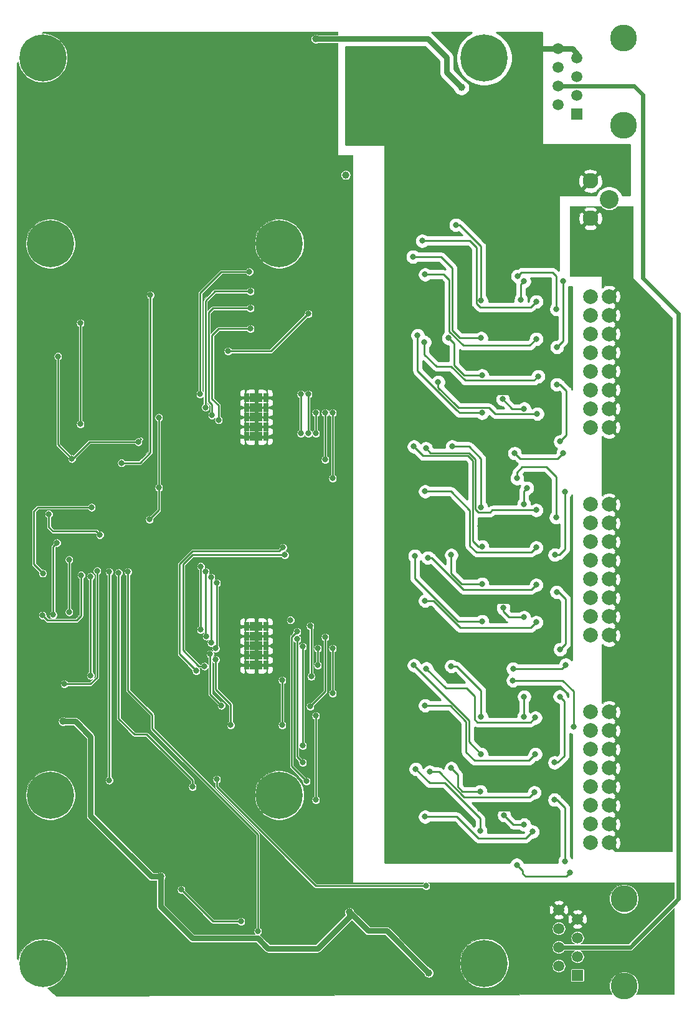
<source format=gbr>
G04 #@! TF.GenerationSoftware,KiCad,Pcbnew,(5.1.8)-1*
G04 #@! TF.CreationDate,2022-01-31T11:41:58-05:00*
G04 #@! TF.ProjectId,ElectromagnetController_V3,456c6563-7472-46f6-9d61-676e6574436f,rev?*
G04 #@! TF.SameCoordinates,Original*
G04 #@! TF.FileFunction,Copper,L2,Bot*
G04 #@! TF.FilePolarity,Positive*
%FSLAX46Y46*%
G04 Gerber Fmt 4.6, Leading zero omitted, Abs format (unit mm)*
G04 Created by KiCad (PCBNEW (5.1.8)-1) date 2022-01-31 11:41:58*
%MOMM*%
%LPD*%
G01*
G04 APERTURE LIST*
G04 #@! TA.AperFunction,ComponentPad*
%ADD10C,2.000000*%
G04 #@! TD*
G04 #@! TA.AperFunction,WasherPad*
%ADD11C,3.650000*%
G04 #@! TD*
G04 #@! TA.AperFunction,ComponentPad*
%ADD12R,1.500000X1.500000*%
G04 #@! TD*
G04 #@! TA.AperFunction,ComponentPad*
%ADD13C,1.500000*%
G04 #@! TD*
G04 #@! TA.AperFunction,ComponentPad*
%ADD14C,6.400000*%
G04 #@! TD*
G04 #@! TA.AperFunction,ComponentPad*
%ADD15C,2.108200*%
G04 #@! TD*
G04 #@! TA.AperFunction,ComponentPad*
%ADD16C,2.540000*%
G04 #@! TD*
G04 #@! TA.AperFunction,ComponentPad*
%ADD17R,0.800000X1.300000*%
G04 #@! TD*
G04 #@! TA.AperFunction,ComponentPad*
%ADD18R,1.800000X1.300000*%
G04 #@! TD*
G04 #@! TA.AperFunction,ComponentPad*
%ADD19C,0.800000*%
G04 #@! TD*
G04 #@! TA.AperFunction,ViaPad*
%ADD20C,1.000000*%
G04 #@! TD*
G04 #@! TA.AperFunction,ViaPad*
%ADD21C,0.800000*%
G04 #@! TD*
G04 #@! TA.AperFunction,Conductor*
%ADD22C,0.800000*%
G04 #@! TD*
G04 #@! TA.AperFunction,Conductor*
%ADD23C,0.250000*%
G04 #@! TD*
G04 #@! TA.AperFunction,Conductor*
%ADD24C,0.600000*%
G04 #@! TD*
G04 #@! TA.AperFunction,Conductor*
%ADD25C,0.254000*%
G04 #@! TD*
G04 #@! TA.AperFunction,Conductor*
%ADD26C,0.100000*%
G04 #@! TD*
G04 #@! TA.AperFunction,Conductor*
%ADD27C,0.063500*%
G04 #@! TD*
G04 APERTURE END LIST*
D10*
G04 #@! TO.P,J9,16*
G04 #@! TO.N,+12V*
X141986000Y-136652000D03*
G04 #@! TO.P,J9,15*
G04 #@! TO.N,/sheet61B8751A/EM_23*
X139446000Y-136652000D03*
G04 #@! TO.P,J9,14*
G04 #@! TO.N,+12V*
X141986000Y-134112000D03*
G04 #@! TO.P,J9,13*
G04 #@! TO.N,/sheet61B8751A/EM_22*
X139446000Y-134112000D03*
G04 #@! TO.P,J9,12*
G04 #@! TO.N,+12V*
X141986000Y-131572000D03*
G04 #@! TO.P,J9,11*
G04 #@! TO.N,/sheet61B8751A/EM_21*
X139446000Y-131572000D03*
G04 #@! TO.P,J9,10*
G04 #@! TO.N,+12V*
X141986000Y-129032000D03*
G04 #@! TO.P,J9,9*
G04 #@! TO.N,/sheet61B8751A/EM_20*
X139446000Y-129032000D03*
G04 #@! TO.P,J9,8*
G04 #@! TO.N,+12V*
X141986000Y-126492000D03*
G04 #@! TO.P,J9,7*
G04 #@! TO.N,/sheet61B8751A/EM_19*
X139446000Y-126492000D03*
G04 #@! TO.P,J9,6*
G04 #@! TO.N,+12V*
X141986000Y-123952000D03*
G04 #@! TO.P,J9,5*
G04 #@! TO.N,/sheet61B8751A/EM_18*
X139446000Y-123952000D03*
G04 #@! TO.P,J9,4*
G04 #@! TO.N,+12V*
X141986000Y-121412000D03*
G04 #@! TO.P,J9,3*
G04 #@! TO.N,/sheet61B8751A/EM_17*
X139446000Y-121412000D03*
G04 #@! TO.P,J9,2*
G04 #@! TO.N,+12V*
X141986000Y-118872000D03*
G04 #@! TO.P,J9,1*
G04 #@! TO.N,/sheet61B8751A/EM_16*
X139446000Y-118872000D03*
G04 #@! TD*
G04 #@! TO.P,J8,16*
G04 #@! TO.N,+12V*
X141986000Y-108458000D03*
G04 #@! TO.P,J8,15*
G04 #@! TO.N,/sheet61B8751A/EM_15*
X139446000Y-108458000D03*
G04 #@! TO.P,J8,14*
G04 #@! TO.N,+12V*
X141986000Y-105918000D03*
G04 #@! TO.P,J8,13*
G04 #@! TO.N,/sheet61B8751A/EM_14*
X139446000Y-105918000D03*
G04 #@! TO.P,J8,12*
G04 #@! TO.N,+12V*
X141986000Y-103378000D03*
G04 #@! TO.P,J8,11*
G04 #@! TO.N,/sheet61B8751A/EM_13*
X139446000Y-103378000D03*
G04 #@! TO.P,J8,10*
G04 #@! TO.N,+12V*
X141986000Y-100838000D03*
G04 #@! TO.P,J8,9*
G04 #@! TO.N,/sheet61B8751A/EM_12*
X139446000Y-100838000D03*
G04 #@! TO.P,J8,8*
G04 #@! TO.N,+12V*
X141986000Y-98298000D03*
G04 #@! TO.P,J8,7*
G04 #@! TO.N,/Sheet614B2B13/EM_11*
X139446000Y-98298000D03*
G04 #@! TO.P,J8,6*
G04 #@! TO.N,+12V*
X141986000Y-95758000D03*
G04 #@! TO.P,J8,5*
G04 #@! TO.N,/Sheet614B2B13/EM_10*
X139446000Y-95758000D03*
G04 #@! TO.P,J8,4*
G04 #@! TO.N,+12V*
X141986000Y-93218000D03*
G04 #@! TO.P,J8,3*
G04 #@! TO.N,/Sheet614B2B13/EM_09*
X139446000Y-93218000D03*
G04 #@! TO.P,J8,2*
G04 #@! TO.N,+12V*
X141986000Y-90678000D03*
G04 #@! TO.P,J8,1*
G04 #@! TO.N,/Sheet614B2B13/EM_08*
X139446000Y-90678000D03*
G04 #@! TD*
G04 #@! TO.P,J1,16*
G04 #@! TO.N,+12V*
X141986000Y-80200500D03*
G04 #@! TO.P,J1,15*
G04 #@! TO.N,/Sheet614B2B13/EM_07*
X139446000Y-80200500D03*
G04 #@! TO.P,J1,14*
G04 #@! TO.N,+12V*
X141986000Y-77660500D03*
G04 #@! TO.P,J1,13*
G04 #@! TO.N,/Sheet614B2B13/EM_06*
X139446000Y-77660500D03*
G04 #@! TO.P,J1,12*
G04 #@! TO.N,+12V*
X141986000Y-75120500D03*
G04 #@! TO.P,J1,11*
G04 #@! TO.N,/Sheet614B2B13/EM_05*
X139446000Y-75120500D03*
G04 #@! TO.P,J1,10*
G04 #@! TO.N,+12V*
X141986000Y-72580500D03*
G04 #@! TO.P,J1,9*
G04 #@! TO.N,/Sheet614B2B13/EM_04*
X139446000Y-72580500D03*
G04 #@! TO.P,J1,8*
G04 #@! TO.N,+12V*
X141986000Y-70040500D03*
G04 #@! TO.P,J1,7*
G04 #@! TO.N,/Sheet614B2B13/EM_03*
X139446000Y-70040500D03*
G04 #@! TO.P,J1,6*
G04 #@! TO.N,+12V*
X141986000Y-67500500D03*
G04 #@! TO.P,J1,5*
G04 #@! TO.N,/Sheet614B2B13/EM_02*
X139446000Y-67500500D03*
G04 #@! TO.P,J1,4*
G04 #@! TO.N,+12V*
X141986000Y-64960500D03*
G04 #@! TO.P,J1,3*
G04 #@! TO.N,/Sheet614B2B13/EM_01*
X139446000Y-64960500D03*
G04 #@! TO.P,J1,2*
G04 #@! TO.N,+12V*
X141986000Y-62420500D03*
G04 #@! TO.P,J1,1*
G04 #@! TO.N,/Sheet614B2B13/EM_00*
X139446000Y-62420500D03*
G04 #@! TD*
D11*
G04 #@! TO.P,J2,Hole*
G04 #@! TO.N,*
X144018000Y-144242500D03*
X144018000Y-156112500D03*
D12*
G04 #@! TO.P,J2,1*
G04 #@! TO.N,Net-(J2-Pad1)*
X137668000Y-154622500D03*
D13*
G04 #@! TO.P,J2,2*
G04 #@! TO.N,Net-(J2-Pad2)*
X135128000Y-153352500D03*
G04 #@! TO.P,J2,3*
G04 #@! TO.N,Net-(J2-Pad3)*
X137668000Y-152082500D03*
G04 #@! TO.P,J2,4*
G04 #@! TO.N,A*
X135128000Y-150812500D03*
G04 #@! TO.P,J2,5*
G04 #@! TO.N,B*
X137668000Y-149542500D03*
G04 #@! TO.P,J2,6*
G04 #@! TO.N,Net-(J2-Pad6)*
X135128000Y-148272500D03*
G04 #@! TO.P,J2,7*
G04 #@! TO.N,GND*
X137668000Y-147002500D03*
G04 #@! TO.P,J2,8*
X135128000Y-145732500D03*
G04 #@! TD*
D14*
G04 #@! TO.P,H8,1*
G04 #@! TO.N,N/C*
X97155000Y-130175000D03*
G04 #@! TD*
G04 #@! TO.P,H7,1*
G04 #@! TO.N,N/C*
X97155000Y-55245000D03*
G04 #@! TD*
G04 #@! TO.P,H6,1*
G04 #@! TO.N,N/C*
X66040000Y-130175000D03*
G04 #@! TD*
G04 #@! TO.P,H5,1*
G04 #@! TO.N,N/C*
X66040000Y-55245000D03*
G04 #@! TD*
D15*
G04 #@! TO.P,J3,1*
G04 #@! TO.N,GND*
X139446000Y-46736000D03*
G04 #@! TO.P,J3,2*
G04 #@! TO.N,+12V*
X139446000Y-51816000D03*
D16*
G04 #@! TO.P,J3,5*
G04 #@! TO.N,N/C*
X141986000Y-49276000D03*
G04 #@! TD*
D17*
G04 #@! TO.P,U6,21*
G04 #@! TO.N,GND*
X95310000Y-107255000D03*
D18*
X94010000Y-112455000D03*
X94010000Y-111155000D03*
X94010000Y-107255000D03*
X94010000Y-108555000D03*
X94010000Y-109855000D03*
D17*
X92710000Y-107255000D03*
X92710000Y-108555000D03*
X92710000Y-109855000D03*
X92710000Y-111155000D03*
X92710000Y-112455000D03*
X95310000Y-112455000D03*
X95310000Y-111155000D03*
X95310000Y-109855000D03*
X95310000Y-108555000D03*
G04 #@! TD*
G04 #@! TO.P,U2,21*
G04 #@! TO.N,GND*
X95310000Y-76200000D03*
D18*
X94010000Y-81400000D03*
X94010000Y-80100000D03*
X94010000Y-76200000D03*
X94010000Y-77500000D03*
X94010000Y-78800000D03*
D17*
X92710000Y-76200000D03*
X92710000Y-77500000D03*
X92710000Y-78800000D03*
X92710000Y-80100000D03*
X92710000Y-81400000D03*
X95310000Y-81400000D03*
X95310000Y-80100000D03*
X95310000Y-78800000D03*
X95310000Y-77500000D03*
G04 #@! TD*
D11*
G04 #@! TO.P,J6,Hole*
G04 #@! TO.N,*
X143954500Y-27275500D03*
X143954500Y-39145500D03*
D12*
G04 #@! TO.P,J6,1*
G04 #@! TO.N,Net-(J6-Pad1)*
X137604500Y-37655500D03*
D13*
G04 #@! TO.P,J6,2*
G04 #@! TO.N,Net-(J6-Pad2)*
X135064500Y-36385500D03*
G04 #@! TO.P,J6,3*
G04 #@! TO.N,Net-(J6-Pad3)*
X137604500Y-35115500D03*
G04 #@! TO.P,J6,4*
G04 #@! TO.N,A*
X135064500Y-33845500D03*
G04 #@! TO.P,J6,5*
G04 #@! TO.N,B*
X137604500Y-32575500D03*
G04 #@! TO.P,J6,6*
G04 #@! TO.N,Net-(J6-Pad6)*
X135064500Y-31305500D03*
G04 #@! TO.P,J6,7*
G04 #@! TO.N,GND*
X137604500Y-30035500D03*
G04 #@! TO.P,J6,8*
X135064500Y-28765500D03*
G04 #@! TD*
D14*
G04 #@! TO.P,H4,1*
G04 #@! TO.N,N/C*
X125000000Y-153000000D03*
D19*
X127400000Y-153000000D03*
X126697056Y-154697056D03*
X125000000Y-155400000D03*
X123302944Y-154697056D03*
X122600000Y-153000000D03*
X123302944Y-151302944D03*
X125000000Y-150600000D03*
X126697056Y-151302944D03*
G04 #@! TD*
D14*
G04 #@! TO.P,H3,1*
G04 #@! TO.N,N/C*
X125000000Y-30000000D03*
D19*
X127400000Y-30000000D03*
X126697056Y-31697056D03*
X125000000Y-32400000D03*
X123302944Y-31697056D03*
X122600000Y-30000000D03*
X123302944Y-28302944D03*
X125000000Y-27600000D03*
X126697056Y-28302944D03*
G04 #@! TD*
D14*
G04 #@! TO.P,H2,1*
G04 #@! TO.N,N/C*
X65000000Y-153000000D03*
D19*
X67400000Y-153000000D03*
X66697056Y-154697056D03*
X65000000Y-155400000D03*
X63302944Y-154697056D03*
X62600000Y-153000000D03*
X63302944Y-151302944D03*
X65000000Y-150600000D03*
X66697056Y-151302944D03*
G04 #@! TD*
D14*
G04 #@! TO.P,H1,1*
G04 #@! TO.N,N/C*
X65000000Y-30000000D03*
D19*
X67400000Y-30000000D03*
X66697056Y-31697056D03*
X65000000Y-32400000D03*
X63302944Y-31697056D03*
X62600000Y-30000000D03*
X63302944Y-28302944D03*
X65000000Y-27600000D03*
X66697056Y-28302944D03*
G04 #@! TD*
D20*
G04 #@! TO.N,GND*
X131572000Y-65278000D03*
X124587000Y-65278000D03*
X131572000Y-70358000D03*
X124460000Y-70358000D03*
X132080000Y-75438000D03*
X124460000Y-75438000D03*
X132080000Y-80645000D03*
X124460000Y-80645000D03*
X131953000Y-93599000D03*
X124587000Y-93599000D03*
X131953000Y-98679000D03*
X124587000Y-98679000D03*
X131953000Y-103759000D03*
X124714000Y-103759000D03*
X131953000Y-108839000D03*
X124587000Y-108839000D03*
X131699000Y-121793000D03*
X124333000Y-121793000D03*
X131826000Y-126873000D03*
X124333000Y-126873000D03*
X131826000Y-131953000D03*
X124460000Y-131953000D03*
X131826000Y-137287000D03*
X124587000Y-137287000D03*
X117348000Y-33528000D03*
X103124000Y-42672000D03*
G04 #@! TO.N,+5V*
X106172000Y-45910500D03*
X106680000Y-146050000D03*
X117475000Y-154305000D03*
D21*
X80772000Y-78867000D03*
X79502000Y-92710000D03*
X98679000Y-106362500D03*
D20*
X67754500Y-120142000D03*
X81026000Y-141224000D03*
D21*
X80772000Y-88392000D03*
D20*
G04 #@! TO.N,+12V*
X102108000Y-27432000D03*
X121920000Y-34036000D03*
D21*
G04 #@! TO.N,RX*
X91948000Y-147320000D03*
X83820000Y-143002000D03*
G04 #@! TO.N,RS485*
X76581000Y-99822000D03*
X94234000Y-148653500D03*
G04 #@! TO.N,RST*
X72771000Y-94805500D03*
X117094000Y-142494000D03*
X88646000Y-128016000D03*
X65811400Y-91973400D03*
G04 #@! TO.N,/Sheet614B2B13/EM_01*
X134823200Y-64135000D03*
X129565400Y-59639200D03*
G04 #@! TO.N,/Sheet614B2B13/EM_02*
X129997200Y-62890400D03*
X130429000Y-60350400D03*
G04 #@! TO.N,/Sheet614B2B13/EM_03*
X135737600Y-60350400D03*
X134899400Y-69291200D03*
G04 #@! TO.N,/Sheet614B2B13/EM_04*
X130429000Y-77647800D03*
X127533400Y-76365000D03*
G04 #@! TO.N,/Sheet614B2B13/EM_05*
X135331200Y-82118200D03*
X134874000Y-74371200D03*
G04 #@! TO.N,/Sheet614B2B13/EM_07*
X135712200Y-83718400D03*
X129133600Y-83718400D03*
G04 #@! TO.N,/Sheet614B2B13/EM_09*
X134772400Y-92430600D03*
X129463800Y-87122000D03*
G04 #@! TO.N,/Sheet614B2B13/EM_10*
X130378200Y-90627200D03*
X130835400Y-88417400D03*
G04 #@! TO.N,/Sheet614B2B13/EM_11*
X135991600Y-88925400D03*
X134594600Y-97510600D03*
G04 #@! TO.N,/sheet61B8751A/EM_12*
X130403600Y-105994200D03*
X127584200Y-104686000D03*
G04 #@! TO.N,/sheet61B8751A/EM_13*
X135331200Y-110363000D03*
X134848600Y-102565200D03*
G04 #@! TO.N,/sheet61B8751A/EM_15*
X128930400Y-112979200D03*
X136093200Y-112445800D03*
G04 #@! TO.N,/sheet61B8751A/EM_17*
X128905000Y-114579400D03*
X137160000Y-120904000D03*
G04 #@! TO.N,/sheet61B8751A/EM_18*
X130429000Y-116789200D03*
X130403600Y-119532400D03*
G04 #@! TO.N,/sheet61B8751A/EM_19*
X135280400Y-116763800D03*
X134569200Y-125730000D03*
G04 #@! TO.N,SCK*
X77978000Y-82169000D03*
X67056000Y-70548500D03*
X68961000Y-84455000D03*
G04 #@! TO.N,MISO*
X70104000Y-79756000D03*
X70104000Y-66040000D03*
G04 #@! TO.N,PWM_00*
X86392347Y-75692000D03*
X93086000Y-59060000D03*
G04 #@! TO.N,PWM_01*
X87117347Y-77474653D03*
X93218000Y-61722000D03*
G04 #@! TO.N,PWM_02*
X87991179Y-78555000D03*
X93218000Y-64008000D03*
G04 #@! TO.N,PWM_03*
X88900000Y-79195000D03*
X93218000Y-66802000D03*
G04 #@! TO.N,PWM_04*
X90170000Y-69850000D03*
X101092000Y-64770000D03*
G04 #@! TO.N,/sheet61B8751A/DAT_IN*
X97917000Y-97536000D03*
X86995000Y-112649000D03*
G04 #@! TO.N,PWM_06*
X100076000Y-75692000D03*
X100076000Y-81026000D03*
G04 #@! TO.N,PWM_07*
X101092000Y-81026000D03*
X101092000Y-75692000D03*
G04 #@! TO.N,PWM_09*
X102108000Y-78232000D03*
X102108000Y-81026000D03*
G04 #@! TO.N,PWM_10*
X103378000Y-84582000D03*
X103378000Y-78232000D03*
G04 #@! TO.N,PWM_11*
X104394000Y-78232000D03*
X104394000Y-87122000D03*
G04 #@! TO.N,PWM_12*
X86470000Y-107696000D03*
X86487000Y-99090502D03*
G04 #@! TO.N,PWM_13*
X87122000Y-99822000D03*
X87232000Y-108585000D03*
G04 #@! TO.N,PWM_14*
X87884000Y-109474000D03*
X87884000Y-100584000D03*
G04 #@! TO.N,PWM_15*
X88646000Y-101346000D03*
X88519000Y-110236000D03*
G04 #@! TO.N,PWM_16*
X89281000Y-117983000D03*
X87757000Y-110998000D03*
X103378000Y-108712000D03*
X101346000Y-118110000D03*
G04 #@! TO.N,PWM_17*
X88519000Y-111760000D03*
X90551000Y-120650000D03*
X97536000Y-120650000D03*
X97536000Y-114554000D03*
G04 #@! TO.N,/sheet61B8751A/CLK_IN*
X85852000Y-113284000D03*
X97663000Y-96520000D03*
G04 #@! TO.N,PWM_18*
X102362000Y-112522000D03*
X102362000Y-110236000D03*
G04 #@! TO.N,PWM_19*
X104394000Y-116332000D03*
X104394000Y-110236000D03*
G04 #@! TO.N,SCL*
X72390000Y-99695000D03*
X67945000Y-115062000D03*
G04 #@! TO.N,SDA*
X71501000Y-100457000D03*
X71501000Y-113919000D03*
G04 #@! TO.N,DIP0*
X66929000Y-95885000D03*
X66421000Y-105664000D03*
G04 #@! TO.N,DIP1*
X68580000Y-105283000D03*
X68580000Y-98171000D03*
G04 #@! TO.N,DIP3*
X70231000Y-100266500D03*
X64960500Y-105727500D03*
G04 #@! TO.N,DIP4*
X71628000Y-91059000D03*
X64998600Y-100025200D03*
G04 #@! TO.N,Net-(Q1-Pad1)*
X124587000Y-62992000D03*
X121158000Y-52705000D03*
G04 #@! TO.N,Net-(Q2-Pad1)*
X116586000Y-54864000D03*
X132080000Y-63119000D03*
G04 #@! TO.N,Net-(Q3-Pad1)*
X124587000Y-68072000D03*
X115316000Y-57023000D03*
G04 #@! TO.N,Net-(Q4-Pad1)*
X116967000Y-59436000D03*
X132080000Y-68199000D03*
G04 #@! TO.N,Net-(Q5-Pad1)*
X124714000Y-73152000D03*
X120142000Y-68072000D03*
G04 #@! TO.N,Net-(Q6-Pad1)*
X132334000Y-73279000D03*
X116886966Y-68626966D03*
G04 #@! TO.N,Net-(Q7-Pad1)*
X124714000Y-78232000D03*
X115951000Y-67691000D03*
G04 #@! TO.N,Net-(Q8-Pad1)*
X118745000Y-74041000D03*
X132207000Y-78359000D03*
G04 #@! TO.N,Net-(Q9-Pad1)*
X124587000Y-91059000D03*
X120650000Y-82804000D03*
G04 #@! TO.N,Net-(Q10-Pad1)*
X117077466Y-83041466D03*
X132080000Y-91440000D03*
G04 #@! TO.N,Net-(Q11-Pad1)*
X115443000Y-82804000D03*
X124714000Y-96393000D03*
G04 #@! TO.N,Net-(Q12-Pad1)*
X132080000Y-96520000D03*
X116967000Y-88900000D03*
G04 #@! TO.N,Net-(Q13-Pad1)*
X124714000Y-101473000D03*
X120523000Y-97536000D03*
G04 #@! TO.N,Net-(Q14-Pad1)*
X132080000Y-101600000D03*
X117348000Y-97917000D03*
G04 #@! TO.N,Net-(Q15-Pad1)*
X124714000Y-106553000D03*
X115570000Y-97663000D03*
G04 #@! TO.N,Net-(Q16-Pad1)*
X132080000Y-106680000D03*
X116967000Y-103759000D03*
G04 #@! TO.N,Net-(Q18-Pad1)*
X124587000Y-119507000D03*
X120523000Y-112649000D03*
G04 #@! TO.N,Net-(Q19-Pad1)*
X131953000Y-119634000D03*
X117140966Y-112949966D03*
G04 #@! TO.N,Net-(Q20-Pad1)*
X115443000Y-112522000D03*
X124587000Y-124587000D03*
G04 #@! TO.N,Net-(Q21-Pad1)*
X131953000Y-124587000D03*
X116967000Y-117983000D03*
G04 #@! TO.N,Net-(R9-Pad2)*
X79629000Y-62230000D03*
X75692000Y-85026500D03*
G04 #@! TO.N,Net-(Q17-Pad1)*
X124460000Y-129667000D03*
X120523000Y-126492000D03*
G04 #@! TO.N,/sheet61B8751A/EM_20*
X130429000Y-134162800D03*
X127711200Y-132880000D03*
G04 #@! TO.N,Net-(Q22-Pad1)*
X131826000Y-129794000D03*
X117602000Y-127000000D03*
G04 #@! TO.N,/sheet61B8751A/EM_21*
X135966200Y-139141200D03*
X134569200Y-130784600D03*
G04 #@! TO.N,Net-(Q23-Pad1)*
X115697000Y-126619000D03*
X124460000Y-135001000D03*
G04 #@! TO.N,Net-(Q24-Pad1)*
X131572000Y-135128000D03*
X116967000Y-133096000D03*
G04 #@! TO.N,/sheet61B8751A/EM_23*
X136677400Y-140716000D03*
X129438400Y-139623800D03*
G04 #@! TO.N,PWM_20*
X100330000Y-109982000D03*
X100330000Y-123444000D03*
G04 #@! TO.N,PWM_21*
X99568000Y-108966000D03*
X100330000Y-125730000D03*
G04 #@! TO.N,PWM_22*
X99568000Y-107950000D03*
X100838000Y-128270000D03*
G04 #@! TO.N,PWM_23*
X102108000Y-130810000D03*
X102108000Y-119380000D03*
X101490000Y-114046000D03*
X101346000Y-107188000D03*
G04 #@! TO.N,Net-(JP1-Pad1)*
X74041000Y-99822000D03*
X74041000Y-128143000D03*
G04 #@! TO.N,Net-(JP2-Pad1)*
X75311000Y-99949000D03*
X85344000Y-129032000D03*
G04 #@! TD*
D22*
G04 #@! TO.N,GND*
X131572000Y-65278000D02*
X124587000Y-65278000D01*
X131572000Y-70358000D02*
X124460000Y-70358000D01*
X132080000Y-75438000D02*
X124460000Y-75438000D01*
X132080000Y-80645000D02*
X124460000Y-80645000D01*
X131953000Y-93599000D02*
X124587000Y-93599000D01*
X131953000Y-98679000D02*
X124587000Y-98679000D01*
X131953000Y-103759000D02*
X124714000Y-103759000D01*
X131953000Y-108839000D02*
X124587000Y-108839000D01*
X131699000Y-121793000D02*
X124333000Y-121793000D01*
X131826000Y-126873000D02*
X124333000Y-126873000D01*
X131826000Y-131953000D02*
X124460000Y-131953000D01*
X131826000Y-137287000D02*
X124587000Y-137287000D01*
X137604500Y-30035500D02*
X137604500Y-29400500D01*
X136969500Y-28765500D02*
X135064500Y-28765500D01*
X137604500Y-29400500D02*
X136969500Y-28765500D01*
X135064500Y-28765500D02*
X132270500Y-28765500D01*
X132270500Y-28765500D02*
X130556000Y-30480000D01*
X130556000Y-30480000D02*
X130556000Y-33020000D01*
X130556000Y-33020000D02*
X128016000Y-35560000D01*
X119380000Y-35560000D02*
X117348000Y-33528000D01*
X128016000Y-35560000D02*
X119380000Y-35560000D01*
G04 #@! TO.N,+5V*
X117475000Y-154305000D02*
X111760000Y-148590000D01*
X109220000Y-148590000D02*
X106680000Y-146050000D01*
X111760000Y-148590000D02*
X109220000Y-148590000D01*
D23*
X80772000Y-91440000D02*
X79502000Y-92710000D01*
D22*
X106680000Y-146685000D02*
X106680000Y-146050000D01*
X102362000Y-151003000D02*
X106680000Y-146685000D01*
X94208501Y-149580501D02*
X85318501Y-149580501D01*
X95631000Y-151003000D02*
X94208501Y-149580501D01*
X102362000Y-151003000D02*
X95631000Y-151003000D01*
X81026000Y-145288000D02*
X81026000Y-141224000D01*
X85318501Y-149580501D02*
X81026000Y-145288000D01*
X71501000Y-122237500D02*
X69405500Y-120142000D01*
X71501000Y-132969000D02*
X71501000Y-122237500D01*
X69405500Y-120142000D02*
X67754500Y-120142000D01*
X79756000Y-141224000D02*
X71501000Y-132969000D01*
X81026000Y-141224000D02*
X79756000Y-141224000D01*
D23*
X80772000Y-88392000D02*
X80772000Y-91440000D01*
X80772000Y-78867000D02*
X80772000Y-88392000D01*
D22*
G04 #@! TO.N,+12V*
X121920000Y-34036000D02*
X119888000Y-32004000D01*
X119888000Y-32004000D02*
X119888000Y-29972000D01*
X119888000Y-29972000D02*
X117348000Y-27432000D01*
X102108000Y-27432000D02*
X117348000Y-27432000D01*
D23*
G04 #@! TO.N,RX*
X88138000Y-147320000D02*
X91948000Y-147320000D01*
X83820000Y-143002000D02*
X88138000Y-147320000D01*
G04 #@! TO.N,RS485*
X76581000Y-115951000D02*
X76581000Y-99822000D01*
X79883000Y-119253000D02*
X76581000Y-115951000D01*
X79883000Y-121158000D02*
X79883000Y-119253000D01*
X94234000Y-135509000D02*
X79883000Y-121158000D01*
X94234000Y-148653500D02*
X94234000Y-135509000D01*
G04 #@! TO.N,RST*
X72771000Y-94805500D02*
X72263000Y-94297500D01*
X117094000Y-142494000D02*
X102108000Y-142494000D01*
X88646000Y-129032000D02*
X88646000Y-128016000D01*
X102108000Y-142494000D02*
X88646000Y-129032000D01*
X66382900Y-94297500D02*
X66357500Y-94297500D01*
X72263000Y-94297500D02*
X66382900Y-94297500D01*
X65811400Y-93751400D02*
X65811400Y-91973400D01*
X66357500Y-94297500D02*
X65811400Y-93751400D01*
G04 #@! TO.N,/Sheet614B2B13/EM_01*
X134823200Y-64135000D02*
X134823200Y-59664600D01*
X134823200Y-59664600D02*
X134315200Y-59156600D01*
X130048000Y-59156600D02*
X129565400Y-59639200D01*
X134315200Y-59156600D02*
X130048000Y-59156600D01*
G04 #@! TO.N,/Sheet614B2B13/EM_02*
X129997200Y-60782200D02*
X130429000Y-60350400D01*
X129997200Y-62890400D02*
X129997200Y-60782200D01*
G04 #@! TO.N,/Sheet614B2B13/EM_03*
X135737600Y-68453000D02*
X134899400Y-69291200D01*
X135737600Y-60350400D02*
X135737600Y-68453000D01*
G04 #@! TO.N,/Sheet614B2B13/EM_04*
X128816200Y-77647800D02*
X127533400Y-76365000D01*
X130429000Y-77647800D02*
X128816200Y-77647800D01*
G04 #@! TO.N,/Sheet614B2B13/EM_05*
X135331200Y-82118200D02*
X136169400Y-81280000D01*
X136169400Y-81280000D02*
X136169400Y-75209400D01*
X135331200Y-74371200D02*
X134874000Y-74371200D01*
X136169400Y-75209400D02*
X135331200Y-74371200D01*
G04 #@! TO.N,/Sheet614B2B13/EM_07*
X135712200Y-83718400D02*
X134975600Y-84455000D01*
X129870200Y-84455000D02*
X129133600Y-83718400D01*
X134975600Y-84455000D02*
X129870200Y-84455000D01*
G04 #@! TO.N,/Sheet614B2B13/EM_09*
X134772400Y-92430600D02*
X134772400Y-86944200D01*
X134772400Y-86944200D02*
X133426200Y-85598000D01*
X133426200Y-85598000D02*
X130175000Y-85598000D01*
X129463800Y-86309200D02*
X129463800Y-87122000D01*
X130175000Y-85598000D02*
X129463800Y-86309200D01*
G04 #@! TO.N,/Sheet614B2B13/EM_10*
X130378200Y-90627200D02*
X130378200Y-88874600D01*
X130378200Y-88874600D02*
X130835400Y-88417400D01*
G04 #@! TO.N,/Sheet614B2B13/EM_11*
X135991600Y-88925400D02*
X135991600Y-96748600D01*
X135229600Y-97510600D02*
X134594600Y-97510600D01*
X135991600Y-96748600D02*
X135229600Y-97510600D01*
G04 #@! TO.N,/sheet61B8751A/EM_12*
X130403600Y-105994200D02*
X128397000Y-105994200D01*
X127584200Y-105181400D02*
X127584200Y-104686000D01*
X128397000Y-105994200D02*
X127584200Y-105181400D01*
G04 #@! TO.N,/sheet61B8751A/EM_13*
X135331200Y-110363000D02*
X136093200Y-109601000D01*
X136093200Y-109601000D02*
X136093200Y-103505000D01*
X135153400Y-102565200D02*
X134848600Y-102565200D01*
X136093200Y-103505000D02*
X135153400Y-102565200D01*
G04 #@! TO.N,/sheet61B8751A/EM_15*
X128930400Y-112979200D02*
X135432800Y-112979200D01*
X135559800Y-112979200D02*
X136093200Y-112445800D01*
X135432800Y-112979200D02*
X135559800Y-112979200D01*
G04 #@! TO.N,/sheet61B8751A/EM_17*
X135661400Y-114579400D02*
X128905000Y-114579400D01*
X137160000Y-116078000D02*
X135661400Y-114579400D01*
X137160000Y-120904000D02*
X137160000Y-116078000D01*
G04 #@! TO.N,/sheet61B8751A/EM_18*
X130429000Y-119507000D02*
X130403600Y-119532400D01*
X130429000Y-116789200D02*
X130429000Y-119507000D01*
G04 #@! TO.N,/sheet61B8751A/EM_19*
X135280400Y-116763800D02*
X135890000Y-117373400D01*
X135890000Y-117373400D02*
X135890000Y-124841000D01*
X135001000Y-125730000D02*
X134569200Y-125730000D01*
X135890000Y-124841000D02*
X135001000Y-125730000D01*
D24*
G04 #@! TO.N,A*
X145351500Y-33845500D02*
X135064500Y-33845500D01*
X146558000Y-59944000D02*
X146558000Y-35052000D01*
X151384000Y-64770000D02*
X146558000Y-59944000D01*
X151384000Y-144272000D02*
X151384000Y-64770000D01*
X146558000Y-35052000D02*
X145351500Y-33845500D01*
X144843500Y-150812500D02*
X151384000Y-144272000D01*
X135128000Y-150812500D02*
X144843500Y-150812500D01*
D23*
G04 #@! TO.N,SCK*
X77978000Y-82169000D02*
X71374000Y-82169000D01*
X78359000Y-81788000D02*
X77978000Y-82169000D01*
X69151500Y-84264500D02*
X69278500Y-84264500D01*
X68961000Y-84455000D02*
X69151500Y-84264500D01*
X69278500Y-84264500D02*
X69215000Y-84328000D01*
X71374000Y-82169000D02*
X69278500Y-84264500D01*
X67056000Y-82550000D02*
X68961000Y-84455000D01*
X67056000Y-70548500D02*
X67056000Y-82550000D01*
G04 #@! TO.N,MISO*
X70104000Y-79756000D02*
X70104000Y-66040000D01*
G04 #@! TO.N,PWM_00*
X86392347Y-75692000D02*
X86392347Y-61943653D01*
X89276000Y-59060000D02*
X93086000Y-59060000D01*
X86392347Y-61943653D02*
X89276000Y-59060000D01*
G04 #@! TO.N,PWM_01*
X87117347Y-77474653D02*
X87117347Y-62996653D01*
X88392000Y-61722000D02*
X93218000Y-61722000D01*
X87117347Y-62996653D02*
X88392000Y-61722000D01*
G04 #@! TO.N,PWM_02*
X87991179Y-78555000D02*
X87991179Y-77131822D01*
X87991179Y-77131822D02*
X87567357Y-76708000D01*
X88392304Y-64008000D02*
X93218000Y-64008000D01*
X88138000Y-64008000D02*
X87567357Y-64578643D01*
X88392304Y-64008000D02*
X88138000Y-64008000D01*
X87567357Y-64578643D02*
X87567357Y-76708000D01*
X87567357Y-76708000D02*
X87630000Y-76708000D01*
G04 #@! TO.N,PWM_03*
X88900000Y-79195000D02*
X88900000Y-77216000D01*
X88900000Y-77216000D02*
X88017367Y-76333367D01*
X88017367Y-76333367D02*
X88017367Y-67684633D01*
X88900000Y-66802000D02*
X93218000Y-66802000D01*
X88017367Y-67684633D02*
X88900000Y-66802000D01*
G04 #@! TO.N,PWM_04*
X96012000Y-69850000D02*
X90170000Y-69850000D01*
X101092000Y-64770000D02*
X96012000Y-69850000D01*
G04 #@! TO.N,/sheet61B8751A/DAT_IN*
X97917000Y-97536000D02*
X85725000Y-97536000D01*
X85725000Y-97536000D02*
X85344000Y-97536000D01*
X85344000Y-97536000D02*
X84074000Y-98806000D01*
X84074000Y-98806000D02*
X84074000Y-110490000D01*
X84074000Y-110490000D02*
X86233000Y-112649000D01*
X86995000Y-112649000D02*
X86233000Y-112649000D01*
G04 #@! TO.N,PWM_06*
X100076000Y-75692000D02*
X100076000Y-81026000D01*
G04 #@! TO.N,PWM_07*
X101092000Y-81026000D02*
X101092000Y-75692000D01*
G04 #@! TO.N,PWM_09*
X102108000Y-78232000D02*
X102108000Y-81026000D01*
G04 #@! TO.N,PWM_10*
X103378000Y-84582000D02*
X103378000Y-78232000D01*
G04 #@! TO.N,PWM_11*
X104394000Y-78232000D02*
X104394000Y-87122000D01*
G04 #@! TO.N,PWM_12*
X86470000Y-99107502D02*
X86487000Y-99090502D01*
X86470000Y-107696000D02*
X86470000Y-99107502D01*
G04 #@! TO.N,PWM_13*
X87122000Y-108475000D02*
X87232000Y-108585000D01*
X87122000Y-99822000D02*
X87122000Y-108475000D01*
G04 #@! TO.N,PWM_14*
X87884000Y-109474000D02*
X87884000Y-100584000D01*
G04 #@! TO.N,PWM_15*
X88646000Y-110109000D02*
X88519000Y-110236000D01*
X88646000Y-101346000D02*
X88646000Y-110109000D01*
G04 #@! TO.N,PWM_16*
X89281000Y-117983000D02*
X88519000Y-117221000D01*
X87757000Y-116459000D02*
X88519000Y-117221000D01*
X87757000Y-110998000D02*
X87757000Y-116459000D01*
X103378000Y-108712000D02*
X103378000Y-115570000D01*
X103378000Y-115570000D02*
X103378000Y-116078000D01*
X103378000Y-116078000D02*
X101346000Y-118110000D01*
G04 #@! TO.N,PWM_17*
X90551000Y-117856000D02*
X90551000Y-120650000D01*
X88519000Y-115824000D02*
X90551000Y-117856000D01*
X88519000Y-111760000D02*
X88519000Y-115824000D01*
X97536000Y-120650000D02*
X97536000Y-114554000D01*
G04 #@! TO.N,/sheet61B8751A/CLK_IN*
X85852000Y-113284000D02*
X83566000Y-110998000D01*
X83566000Y-98780828D02*
X85191828Y-97155000D01*
X83566000Y-110998000D02*
X83566000Y-98780828D01*
X85191828Y-97155000D02*
X85217000Y-97155000D01*
X85217000Y-97155000D02*
X85344000Y-97028000D01*
X85344000Y-97028000D02*
X87376000Y-97028000D01*
X97155000Y-97028000D02*
X97663000Y-96520000D01*
X87376000Y-97028000D02*
X97155000Y-97028000D01*
G04 #@! TO.N,PWM_18*
X102362000Y-112522000D02*
X102362000Y-110236000D01*
G04 #@! TO.N,PWM_19*
X104394000Y-116332000D02*
X104394000Y-110236000D01*
G04 #@! TO.N,SCL*
X72390000Y-112649000D02*
X72390000Y-99695000D01*
X72390000Y-114173000D02*
X72390000Y-112649000D01*
X71501000Y-115062000D02*
X72390000Y-114173000D01*
X67945000Y-115062000D02*
X71501000Y-115062000D01*
G04 #@! TO.N,SDA*
X71501000Y-100457000D02*
X71501000Y-111379000D01*
X71501000Y-111379000D02*
X71501000Y-113919000D01*
G04 #@! TO.N,DIP0*
X66421000Y-96393000D02*
X66929000Y-95885000D01*
X66421000Y-105664000D02*
X66421000Y-96393000D01*
G04 #@! TO.N,DIP1*
X68580000Y-105283000D02*
X68580000Y-98171000D01*
G04 #@! TO.N,DIP3*
X70231000Y-100266500D02*
X70231000Y-105791000D01*
X70231000Y-105791000D02*
X69596000Y-106426000D01*
X65659000Y-106426000D02*
X64960500Y-105727500D01*
X69596000Y-106426000D02*
X65659000Y-106426000D01*
G04 #@! TO.N,DIP4*
X71628000Y-91059000D02*
X64325500Y-91059000D01*
X64998600Y-100025200D02*
X63779400Y-98806000D01*
X63779400Y-91605100D02*
X64325500Y-91059000D01*
X63779400Y-98806000D02*
X63779400Y-91605100D01*
G04 #@! TO.N,Net-(Q1-Pad1)*
X124587000Y-62992000D02*
X124587000Y-55626000D01*
X121666000Y-52705000D02*
X121158000Y-52705000D01*
X124587000Y-55626000D02*
X121666000Y-52705000D01*
G04 #@! TO.N,Net-(Q2-Pad1)*
X131318000Y-63881000D02*
X132080000Y-63119000D01*
X124460000Y-63881000D02*
X131318000Y-63881000D01*
X123934999Y-63355999D02*
X124460000Y-63881000D01*
X123934999Y-55735999D02*
X123934999Y-63355999D01*
X123063000Y-54864000D02*
X123934999Y-55735999D01*
X116586000Y-54864000D02*
X123063000Y-54864000D01*
G04 #@! TO.N,Net-(Q3-Pad1)*
X124587000Y-68072000D02*
X121666000Y-68072000D01*
X121666000Y-68072000D02*
X120650000Y-67056000D01*
X115316000Y-57023000D02*
X119126000Y-57023000D01*
X120650000Y-58547000D02*
X120650000Y-67056000D01*
X119126000Y-57023000D02*
X120650000Y-58547000D01*
G04 #@! TO.N,Net-(Q4-Pad1)*
X116967000Y-59436000D02*
X119510990Y-59436000D01*
X119510990Y-59436000D02*
X120269000Y-60194010D01*
X120269000Y-67208172D02*
X122148828Y-69088000D01*
X120269000Y-60194010D02*
X120269000Y-67208172D01*
X131191000Y-69088000D02*
X132080000Y-68199000D01*
X122148828Y-69088000D02*
X131191000Y-69088000D01*
G04 #@! TO.N,Net-(Q5-Pad1)*
X124714000Y-73152000D02*
X122301000Y-73152000D01*
X122301000Y-73152000D02*
X120904000Y-71755000D01*
X120904000Y-68834000D02*
X120142000Y-68072000D01*
X120904000Y-71755000D02*
X120904000Y-68834000D01*
G04 #@! TO.N,Net-(Q6-Pad1)*
X132334000Y-73279000D02*
X131953000Y-73660000D01*
X131953000Y-73660000D02*
X131808999Y-73804001D01*
X131808999Y-73804001D02*
X122419829Y-73804001D01*
X122419829Y-73804001D02*
X120523000Y-71907172D01*
X116886966Y-68626966D02*
X116886966Y-70277966D01*
X118516172Y-71907172D02*
X120523000Y-71907172D01*
X116886966Y-70277966D02*
X118516172Y-71907172D01*
G04 #@! TO.N,Net-(Q7-Pad1)*
X124714000Y-78232000D02*
X121666000Y-78232000D01*
X121666000Y-78232000D02*
X121285000Y-77851000D01*
X121285000Y-77851000D02*
X119507000Y-76073000D01*
X115951000Y-72517000D02*
X115951000Y-67691000D01*
X119507000Y-76073000D02*
X115951000Y-72517000D01*
G04 #@! TO.N,Net-(Q8-Pad1)*
X118745000Y-74041000D02*
X118745000Y-74777828D01*
X132207000Y-78359000D02*
X126466600Y-78359000D01*
X126466600Y-78359000D02*
X125653800Y-77546200D01*
X121513372Y-77546200D02*
X121094386Y-77127214D01*
X125653800Y-77546200D02*
X121513372Y-77546200D01*
X121094386Y-77127214D02*
X121183172Y-77216000D01*
X118745000Y-74777828D02*
X121094386Y-77127214D01*
G04 #@! TO.N,Net-(Q9-Pad1)*
X124587000Y-91059000D02*
X124587000Y-84455000D01*
X122936000Y-82804000D02*
X120650000Y-82804000D01*
X124587000Y-84455000D02*
X122936000Y-82804000D01*
G04 #@! TO.N,Net-(Q10-Pad1)*
X117077466Y-83041466D02*
X117729000Y-83693000D01*
X117729000Y-83693000D02*
X122936000Y-83693000D01*
X122936000Y-83693000D02*
X123825000Y-84582000D01*
X123825000Y-84582000D02*
X123825000Y-91313000D01*
X124223001Y-91711001D02*
X125839999Y-91711001D01*
X123825000Y-91313000D02*
X124223001Y-91711001D01*
X126111000Y-91440000D02*
X132080000Y-91440000D01*
X125839999Y-91711001D02*
X126111000Y-91440000D01*
G04 #@! TO.N,Net-(Q11-Pad1)*
X115443000Y-82804000D02*
X116713000Y-84074000D01*
X116713000Y-84074000D02*
X122783828Y-84074000D01*
X122783828Y-84074000D02*
X123444000Y-84734172D01*
X123444000Y-84734172D02*
X123444000Y-95631000D01*
X124206000Y-96393000D02*
X124714000Y-96393000D01*
X123444000Y-95631000D02*
X124206000Y-96393000D01*
G04 #@! TO.N,Net-(Q12-Pad1)*
X132080000Y-96520000D02*
X131445000Y-97155000D01*
X131445000Y-97155000D02*
X124587000Y-97155000D01*
X124587000Y-97155000D02*
X123952000Y-97155000D01*
X123952000Y-97155000D02*
X123066990Y-96269990D01*
X123066990Y-96269990D02*
X123066990Y-91443990D01*
X120523000Y-88900000D02*
X116967000Y-88900000D01*
X123066990Y-91443990D02*
X120523000Y-88900000D01*
G04 #@! TO.N,Net-(Q13-Pad1)*
X124714000Y-101473000D02*
X121920000Y-101473000D01*
X120523000Y-100076000D02*
X120523000Y-97536000D01*
X121920000Y-101473000D02*
X120523000Y-100076000D01*
G04 #@! TO.N,Net-(Q14-Pad1)*
X132080000Y-101600000D02*
X131699000Y-101981000D01*
X131699000Y-101981000D02*
X131445000Y-102235000D01*
X131445000Y-102235000D02*
X122148828Y-102235000D01*
X117830828Y-97917000D02*
X117348000Y-97917000D01*
X122148828Y-102235000D02*
X117830828Y-97917000D01*
G04 #@! TO.N,Net-(Q15-Pad1)*
X124714000Y-106553000D02*
X121412000Y-106553000D01*
X115570000Y-100711000D02*
X115570000Y-97663000D01*
X121412000Y-106553000D02*
X115570000Y-100711000D01*
G04 #@! TO.N,Net-(Q16-Pad1)*
X132080000Y-106680000D02*
X131318000Y-107442000D01*
X131318000Y-107442000D02*
X121767828Y-107442000D01*
X118084828Y-103759000D02*
X116967000Y-103759000D01*
X121767828Y-107442000D02*
X118084828Y-103759000D01*
G04 #@! TO.N,Net-(Q18-Pad1)*
X124587000Y-119507000D02*
X124587000Y-115951000D01*
X121285000Y-112649000D02*
X120523000Y-112649000D01*
X124587000Y-115951000D02*
X121285000Y-112649000D01*
G04 #@! TO.N,Net-(Q19-Pad1)*
X131953000Y-119634000D02*
X131318000Y-120269000D01*
X131318000Y-120269000D02*
X124079000Y-120269000D01*
X124079000Y-120269000D02*
X123698000Y-119888000D01*
X119786172Y-115595172D02*
X117140966Y-112949966D01*
X119786172Y-115595172D02*
X122580172Y-115595172D01*
X123698000Y-116713000D02*
X123698000Y-119888000D01*
X122580172Y-115595172D02*
X123698000Y-116713000D01*
G04 #@! TO.N,Net-(Q20-Pad1)*
X115443000Y-112522000D02*
X122936000Y-120015000D01*
X122936000Y-122936000D02*
X124587000Y-124587000D01*
X122936000Y-120015000D02*
X122936000Y-122936000D01*
G04 #@! TO.N,Net-(Q21-Pad1)*
X131953000Y-124587000D02*
X131064000Y-125476000D01*
X131064000Y-125476000D02*
X123698000Y-125476000D01*
X123698000Y-125476000D02*
X122555000Y-124333000D01*
X122555000Y-124333000D02*
X122555000Y-120167172D01*
X120370828Y-117983000D02*
X116967000Y-117983000D01*
X122555000Y-120167172D02*
X120370828Y-117983000D01*
G04 #@! TO.N,Net-(R9-Pad2)*
X79629000Y-62230000D02*
X79629000Y-83629500D01*
X78232000Y-85026500D02*
X75692000Y-85026500D01*
X79629000Y-83629500D02*
X78232000Y-85026500D01*
G04 #@! TO.N,Net-(Q17-Pad1)*
X124460000Y-129667000D02*
X122047000Y-129667000D01*
X122047000Y-129667000D02*
X121412000Y-129032000D01*
X121412000Y-127381000D02*
X120523000Y-126492000D01*
X121412000Y-129032000D02*
X121412000Y-127381000D01*
G04 #@! TO.N,/sheet61B8751A/EM_20*
X128994000Y-134162800D02*
X127711200Y-132880000D01*
X130429000Y-134162800D02*
X128994000Y-134162800D01*
G04 #@! TO.N,Net-(Q22-Pad1)*
X131826000Y-129794000D02*
X131191000Y-130429000D01*
X131191000Y-130429000D02*
X122275828Y-130429000D01*
X118846828Y-127000000D02*
X117602000Y-127000000D01*
X122275828Y-130429000D02*
X118846828Y-127000000D01*
G04 #@! TO.N,/sheet61B8751A/EM_21*
X135966200Y-139141200D02*
X135966200Y-131876800D01*
X134874000Y-130784600D02*
X134569200Y-130784600D01*
X135966200Y-131876800D02*
X134874000Y-130784600D01*
G04 #@! TO.N,Net-(Q23-Pad1)*
X115697000Y-126619000D02*
X117602000Y-128524000D01*
X117602000Y-128524000D02*
X119634000Y-128524000D01*
X124460000Y-133350000D02*
X124460000Y-135001000D01*
X119634000Y-128524000D02*
X124460000Y-133350000D01*
G04 #@! TO.N,Net-(Q24-Pad1)*
X131572000Y-135128000D02*
X130683000Y-136017000D01*
X130683000Y-136017000D02*
X124206000Y-136017000D01*
X121285000Y-133096000D02*
X116967000Y-133096000D01*
X124206000Y-136017000D02*
X121285000Y-133096000D01*
G04 #@! TO.N,/sheet61B8751A/EM_23*
X130225800Y-140817600D02*
X130632200Y-141224000D01*
X136169400Y-141224000D02*
X136677400Y-140716000D01*
X130632200Y-141224000D02*
X136169400Y-141224000D01*
X130225800Y-140411200D02*
X130225800Y-140817600D01*
X129438400Y-139623800D02*
X130225800Y-140411200D01*
G04 #@! TO.N,PWM_20*
X100330000Y-109982000D02*
X100330000Y-123444000D01*
G04 #@! TO.N,PWM_21*
X99568000Y-124968000D02*
X100330000Y-125730000D01*
X99568000Y-108966000D02*
X99568000Y-124968000D01*
G04 #@! TO.N,PWM_22*
X99568000Y-107950000D02*
X98806000Y-108712000D01*
X98806000Y-126238000D02*
X100838000Y-128270000D01*
X98806000Y-108712000D02*
X98806000Y-126238000D01*
G04 #@! TO.N,PWM_23*
X102108000Y-130810000D02*
X102108000Y-119380000D01*
X101490000Y-107332000D02*
X101346000Y-107188000D01*
X101490000Y-114046000D02*
X101490000Y-107332000D01*
G04 #@! TO.N,Net-(JP1-Pad1)*
X74041000Y-99822000D02*
X74041000Y-128143000D01*
G04 #@! TO.N,Net-(JP2-Pad1)*
X75311000Y-119761000D02*
X75311000Y-99949000D01*
X77470000Y-121920000D02*
X75311000Y-119761000D01*
X79121000Y-121920000D02*
X77470000Y-121920000D01*
X85344000Y-128143000D02*
X79121000Y-121920000D01*
X85344000Y-129032000D02*
X85344000Y-128143000D01*
G04 #@! TD*
D25*
G04 #@! TO.N,GND*
X123183446Y-26601467D02*
X122555330Y-27021161D01*
X122021161Y-27555330D01*
X121601467Y-28183446D01*
X121312377Y-28881372D01*
X121165000Y-29622285D01*
X121165000Y-30377715D01*
X121312377Y-31118628D01*
X121601467Y-31816554D01*
X122021161Y-32444670D01*
X122555330Y-32978839D01*
X123183446Y-33398533D01*
X123881372Y-33687623D01*
X124622285Y-33835000D01*
X125377715Y-33835000D01*
X126118628Y-33687623D01*
X126816554Y-33398533D01*
X127444670Y-32978839D01*
X127978839Y-32444670D01*
X128398533Y-31816554D01*
X128687623Y-31118628D01*
X128835000Y-30377715D01*
X128835000Y-29622285D01*
X128687623Y-28881372D01*
X128398533Y-28183446D01*
X127978839Y-27555330D01*
X127444670Y-27021161D01*
X126816554Y-26601467D01*
X126675402Y-26543000D01*
X132851824Y-26543000D01*
X132851824Y-41656000D01*
X132854264Y-41680776D01*
X132861491Y-41704601D01*
X132873227Y-41726557D01*
X132889021Y-41745803D01*
X132908267Y-41761597D01*
X132930223Y-41773333D01*
X132954048Y-41780560D01*
X132978824Y-41783000D01*
X144789824Y-41783000D01*
X144789824Y-48641000D01*
X143784931Y-48641000D01*
X143674189Y-48373644D01*
X143465710Y-48061634D01*
X143200366Y-47796290D01*
X142888356Y-47587811D01*
X142541668Y-47444209D01*
X142173626Y-47371000D01*
X141798374Y-47371000D01*
X141430332Y-47444209D01*
X141083644Y-47587811D01*
X140771634Y-47796290D01*
X140728766Y-47839158D01*
X140619991Y-47730383D01*
X140889922Y-47628090D01*
X141036215Y-47329254D01*
X141121398Y-47007620D01*
X141142195Y-46675547D01*
X141097809Y-46345797D01*
X140989946Y-46031042D01*
X140889922Y-45843910D01*
X140619990Y-45741616D01*
X139625605Y-46736000D01*
X139639748Y-46750142D01*
X139460142Y-46929748D01*
X139446000Y-46915605D01*
X138451616Y-47909990D01*
X138553910Y-48179922D01*
X138852746Y-48326215D01*
X139174380Y-48411398D01*
X139506453Y-48432195D01*
X139836203Y-48387809D01*
X140150958Y-48279946D01*
X140338090Y-48179922D01*
X140440383Y-47909991D01*
X140549158Y-48018766D01*
X140506290Y-48061634D01*
X140297811Y-48373644D01*
X140187069Y-48641000D01*
X135264824Y-48641000D01*
X135240048Y-48643440D01*
X135216223Y-48650667D01*
X135194267Y-48662403D01*
X135175021Y-48678197D01*
X135159227Y-48697443D01*
X135147491Y-48719399D01*
X135140264Y-48743224D01*
X135137824Y-48768000D01*
X135137824Y-58904422D01*
X134879003Y-58645602D01*
X134855201Y-58616599D01*
X134739476Y-58521626D01*
X134607447Y-58451054D01*
X134464186Y-58407597D01*
X134352533Y-58396600D01*
X134352522Y-58396600D01*
X134315200Y-58392924D01*
X134277878Y-58396600D01*
X130085322Y-58396600D01*
X130047999Y-58392924D01*
X130010676Y-58396600D01*
X130010667Y-58396600D01*
X129899014Y-58407597D01*
X129755753Y-58451054D01*
X129623724Y-58521626D01*
X129523107Y-58604200D01*
X129463461Y-58604200D01*
X129263502Y-58643974D01*
X129075144Y-58721995D01*
X128905626Y-58835263D01*
X128761463Y-58979426D01*
X128648195Y-59148944D01*
X128570174Y-59337302D01*
X128530400Y-59537261D01*
X128530400Y-59741139D01*
X128570174Y-59941098D01*
X128648195Y-60129456D01*
X128761463Y-60298974D01*
X128905626Y-60443137D01*
X129075144Y-60556405D01*
X129249580Y-60628659D01*
X129248198Y-60633215D01*
X129233524Y-60782200D01*
X129237201Y-60819532D01*
X129237200Y-62186689D01*
X129193263Y-62230626D01*
X129079995Y-62400144D01*
X129001974Y-62588502D01*
X128962200Y-62788461D01*
X128962200Y-62992339D01*
X128987792Y-63121000D01*
X125616617Y-63121000D01*
X125622000Y-63093939D01*
X125622000Y-62890061D01*
X125582226Y-62690102D01*
X125504205Y-62501744D01*
X125390937Y-62332226D01*
X125347000Y-62288289D01*
X125347000Y-55663323D01*
X125350676Y-55626000D01*
X125347000Y-55588677D01*
X125347000Y-55588667D01*
X125336003Y-55477014D01*
X125292546Y-55333753D01*
X125221974Y-55201724D01*
X125127001Y-55085999D01*
X125098003Y-55062201D01*
X122229804Y-52194003D01*
X122206001Y-52164999D01*
X122090276Y-52070026D01*
X121958247Y-51999454D01*
X121897842Y-51981131D01*
X121817774Y-51901063D01*
X121648256Y-51787795D01*
X121459898Y-51709774D01*
X121259939Y-51670000D01*
X121056061Y-51670000D01*
X120856102Y-51709774D01*
X120667744Y-51787795D01*
X120498226Y-51901063D01*
X120354063Y-52045226D01*
X120240795Y-52214744D01*
X120162774Y-52403102D01*
X120123000Y-52603061D01*
X120123000Y-52806939D01*
X120162774Y-53006898D01*
X120240795Y-53195256D01*
X120354063Y-53364774D01*
X120498226Y-53508937D01*
X120667744Y-53622205D01*
X120856102Y-53700226D01*
X121056061Y-53740000D01*
X121259939Y-53740000D01*
X121459898Y-53700226D01*
X121549366Y-53663167D01*
X121990199Y-54104000D01*
X117289711Y-54104000D01*
X117245774Y-54060063D01*
X117076256Y-53946795D01*
X116887898Y-53868774D01*
X116687939Y-53829000D01*
X116484061Y-53829000D01*
X116284102Y-53868774D01*
X116095744Y-53946795D01*
X115926226Y-54060063D01*
X115782063Y-54204226D01*
X115668795Y-54373744D01*
X115590774Y-54562102D01*
X115551000Y-54762061D01*
X115551000Y-54965939D01*
X115590774Y-55165898D01*
X115668795Y-55354256D01*
X115782063Y-55523774D01*
X115926226Y-55667937D01*
X116095744Y-55781205D01*
X116284102Y-55859226D01*
X116484061Y-55899000D01*
X116687939Y-55899000D01*
X116887898Y-55859226D01*
X117076256Y-55781205D01*
X117245774Y-55667937D01*
X117289711Y-55624000D01*
X122748199Y-55624000D01*
X123174999Y-56050801D01*
X123175000Y-63318667D01*
X123171323Y-63355999D01*
X123175000Y-63393332D01*
X123176765Y-63411247D01*
X123185997Y-63504984D01*
X123229453Y-63648245D01*
X123300025Y-63780275D01*
X123371200Y-63867001D01*
X123394999Y-63896000D01*
X123423997Y-63919798D01*
X123896200Y-64392002D01*
X123919999Y-64421001D01*
X123948997Y-64444799D01*
X124035724Y-64515974D01*
X124167753Y-64586546D01*
X124311014Y-64630003D01*
X124460000Y-64644677D01*
X124497333Y-64641000D01*
X131280678Y-64641000D01*
X131318000Y-64644676D01*
X131355322Y-64641000D01*
X131355333Y-64641000D01*
X131466986Y-64630003D01*
X131610247Y-64586546D01*
X131742276Y-64515974D01*
X131858001Y-64421001D01*
X131881803Y-64391998D01*
X132119801Y-64154000D01*
X132181939Y-64154000D01*
X132381898Y-64114226D01*
X132570256Y-64036205D01*
X132739774Y-63922937D01*
X132883937Y-63778774D01*
X132997205Y-63609256D01*
X133075226Y-63420898D01*
X133115000Y-63220939D01*
X133115000Y-63017061D01*
X133075226Y-62817102D01*
X132997205Y-62628744D01*
X132883937Y-62459226D01*
X132739774Y-62315063D01*
X132570256Y-62201795D01*
X132381898Y-62123774D01*
X132181939Y-62084000D01*
X131978061Y-62084000D01*
X131778102Y-62123774D01*
X131589744Y-62201795D01*
X131420226Y-62315063D01*
X131276063Y-62459226D01*
X131162795Y-62628744D01*
X131084774Y-62817102D01*
X131045000Y-63017061D01*
X131045000Y-63079199D01*
X131007454Y-63116744D01*
X131032200Y-62992339D01*
X131032200Y-62788461D01*
X130992426Y-62588502D01*
X130914405Y-62400144D01*
X130801137Y-62230626D01*
X130757200Y-62186689D01*
X130757200Y-61334731D01*
X130919256Y-61267605D01*
X131088774Y-61154337D01*
X131232937Y-61010174D01*
X131346205Y-60840656D01*
X131424226Y-60652298D01*
X131464000Y-60452339D01*
X131464000Y-60248461D01*
X131424226Y-60048502D01*
X131369590Y-59916600D01*
X134000399Y-59916600D01*
X134063201Y-59979402D01*
X134063200Y-63431289D01*
X134019263Y-63475226D01*
X133905995Y-63644744D01*
X133827974Y-63833102D01*
X133788200Y-64033061D01*
X133788200Y-64236939D01*
X133827974Y-64436898D01*
X133905995Y-64625256D01*
X134019263Y-64794774D01*
X134163426Y-64938937D01*
X134332944Y-65052205D01*
X134521302Y-65130226D01*
X134721261Y-65170000D01*
X134925139Y-65170000D01*
X134977601Y-65159565D01*
X134977601Y-68138197D01*
X134859598Y-68256200D01*
X134797461Y-68256200D01*
X134597502Y-68295974D01*
X134409144Y-68373995D01*
X134239626Y-68487263D01*
X134095463Y-68631426D01*
X133982195Y-68800944D01*
X133904174Y-68989302D01*
X133864400Y-69189261D01*
X133864400Y-69393139D01*
X133904174Y-69593098D01*
X133982195Y-69781456D01*
X134095463Y-69950974D01*
X134239626Y-70095137D01*
X134409144Y-70208405D01*
X134597502Y-70286426D01*
X134797461Y-70326200D01*
X135001339Y-70326200D01*
X135201298Y-70286426D01*
X135389656Y-70208405D01*
X135559174Y-70095137D01*
X135703337Y-69950974D01*
X135816605Y-69781456D01*
X135894626Y-69593098D01*
X135934400Y-69393139D01*
X135934400Y-69331002D01*
X136248603Y-69016799D01*
X136277601Y-68993001D01*
X136372574Y-68877276D01*
X136443146Y-68745247D01*
X136486603Y-68601986D01*
X136497600Y-68490333D01*
X136497600Y-68490323D01*
X136501276Y-68453000D01*
X136497600Y-68415677D01*
X136497600Y-61087000D01*
X136915824Y-61087000D01*
X136915824Y-75051912D01*
X136874946Y-74917153D01*
X136804374Y-74785124D01*
X136709401Y-74669399D01*
X136680403Y-74645601D01*
X135895003Y-73860202D01*
X135871201Y-73831199D01*
X135755476Y-73736226D01*
X135642176Y-73675665D01*
X135533774Y-73567263D01*
X135364256Y-73453995D01*
X135175898Y-73375974D01*
X134975939Y-73336200D01*
X134772061Y-73336200D01*
X134572102Y-73375974D01*
X134383744Y-73453995D01*
X134214226Y-73567263D01*
X134070063Y-73711426D01*
X133956795Y-73880944D01*
X133878774Y-74069302D01*
X133839000Y-74269261D01*
X133839000Y-74473139D01*
X133878774Y-74673098D01*
X133956795Y-74861456D01*
X134070063Y-75030974D01*
X134214226Y-75175137D01*
X134383744Y-75288405D01*
X134572102Y-75366426D01*
X134772061Y-75406200D01*
X134975939Y-75406200D01*
X135175898Y-75366426D01*
X135229445Y-75344246D01*
X135409401Y-75524203D01*
X135409400Y-80965198D01*
X135291398Y-81083200D01*
X135229261Y-81083200D01*
X135029302Y-81122974D01*
X134840944Y-81200995D01*
X134671426Y-81314263D01*
X134527263Y-81458426D01*
X134413995Y-81627944D01*
X134335974Y-81816302D01*
X134296200Y-82016261D01*
X134296200Y-82220139D01*
X134335974Y-82420098D01*
X134413995Y-82608456D01*
X134527263Y-82777974D01*
X134671426Y-82922137D01*
X134840944Y-83035405D01*
X134905822Y-83062279D01*
X134794995Y-83228144D01*
X134716974Y-83416502D01*
X134677200Y-83616461D01*
X134677200Y-83678599D01*
X134660799Y-83695000D01*
X130185002Y-83695000D01*
X130168600Y-83678598D01*
X130168600Y-83616461D01*
X130128826Y-83416502D01*
X130050805Y-83228144D01*
X129937537Y-83058626D01*
X129793374Y-82914463D01*
X129623856Y-82801195D01*
X129435498Y-82723174D01*
X129235539Y-82683400D01*
X129031661Y-82683400D01*
X128831702Y-82723174D01*
X128643344Y-82801195D01*
X128473826Y-82914463D01*
X128329663Y-83058626D01*
X128216395Y-83228144D01*
X128138374Y-83416502D01*
X128098600Y-83616461D01*
X128098600Y-83820339D01*
X128138374Y-84020298D01*
X128216395Y-84208656D01*
X128329663Y-84378174D01*
X128473826Y-84522337D01*
X128643344Y-84635605D01*
X128831702Y-84713626D01*
X129031661Y-84753400D01*
X129093798Y-84753400D01*
X129306401Y-84966002D01*
X129330199Y-84995001D01*
X129445924Y-85089974D01*
X129551690Y-85146508D01*
X128952802Y-85745397D01*
X128923799Y-85769199D01*
X128868671Y-85836374D01*
X128828826Y-85884924D01*
X128825981Y-85890247D01*
X128758254Y-86016954D01*
X128714797Y-86160215D01*
X128703800Y-86271868D01*
X128703800Y-86271878D01*
X128700124Y-86309200D01*
X128703800Y-86346522D01*
X128703800Y-86418289D01*
X128659863Y-86462226D01*
X128546595Y-86631744D01*
X128468574Y-86820102D01*
X128428800Y-87020061D01*
X128428800Y-87223939D01*
X128468574Y-87423898D01*
X128546595Y-87612256D01*
X128659863Y-87781774D01*
X128804026Y-87925937D01*
X128973544Y-88039205D01*
X129161902Y-88117226D01*
X129361861Y-88157000D01*
X129565739Y-88157000D01*
X129765698Y-88117226D01*
X129854737Y-88080345D01*
X129840174Y-88115502D01*
X129800400Y-88315461D01*
X129800400Y-88380658D01*
X129743226Y-88450324D01*
X129672654Y-88582354D01*
X129657245Y-88633153D01*
X129629198Y-88725614D01*
X129622063Y-88798061D01*
X129614524Y-88874600D01*
X129618201Y-88911932D01*
X129618200Y-89923489D01*
X129574263Y-89967426D01*
X129460995Y-90136944D01*
X129382974Y-90325302D01*
X129343200Y-90525261D01*
X129343200Y-90680000D01*
X126148322Y-90680000D01*
X126110999Y-90676324D01*
X126073676Y-90680000D01*
X126073667Y-90680000D01*
X125962014Y-90690997D01*
X125818753Y-90734454D01*
X125686724Y-90805026D01*
X125605085Y-90872025D01*
X125582226Y-90757102D01*
X125504205Y-90568744D01*
X125390937Y-90399226D01*
X125347000Y-90355289D01*
X125347000Y-84492333D01*
X125350677Y-84455000D01*
X125341936Y-84366247D01*
X125336003Y-84306014D01*
X125292546Y-84162753D01*
X125221974Y-84030724D01*
X125127001Y-83914999D01*
X125098003Y-83891201D01*
X123499804Y-82293003D01*
X123476001Y-82263999D01*
X123360276Y-82169026D01*
X123228247Y-82098454D01*
X123084986Y-82054997D01*
X122973333Y-82044000D01*
X122973322Y-82044000D01*
X122936000Y-82040324D01*
X122898678Y-82044000D01*
X121353711Y-82044000D01*
X121309774Y-82000063D01*
X121140256Y-81886795D01*
X120951898Y-81808774D01*
X120751939Y-81769000D01*
X120548061Y-81769000D01*
X120348102Y-81808774D01*
X120159744Y-81886795D01*
X119990226Y-82000063D01*
X119846063Y-82144226D01*
X119732795Y-82313744D01*
X119654774Y-82502102D01*
X119615000Y-82702061D01*
X119615000Y-82905939D01*
X119620383Y-82933000D01*
X118111168Y-82933000D01*
X118072692Y-82739568D01*
X117994671Y-82551210D01*
X117881403Y-82381692D01*
X117737240Y-82237529D01*
X117567722Y-82124261D01*
X117379364Y-82046240D01*
X117179405Y-82006466D01*
X116975527Y-82006466D01*
X116775568Y-82046240D01*
X116587210Y-82124261D01*
X116417692Y-82237529D01*
X116352704Y-82302517D01*
X116246937Y-82144226D01*
X116102774Y-82000063D01*
X115933256Y-81886795D01*
X115744898Y-81808774D01*
X115544939Y-81769000D01*
X115341061Y-81769000D01*
X115141102Y-81808774D01*
X114952744Y-81886795D01*
X114783226Y-82000063D01*
X114639063Y-82144226D01*
X114525795Y-82313744D01*
X114447774Y-82502102D01*
X114408000Y-82702061D01*
X114408000Y-82905939D01*
X114447774Y-83105898D01*
X114525795Y-83294256D01*
X114639063Y-83463774D01*
X114783226Y-83607937D01*
X114952744Y-83721205D01*
X115141102Y-83799226D01*
X115341061Y-83839000D01*
X115403199Y-83839000D01*
X116149200Y-84585002D01*
X116172999Y-84614001D01*
X116288724Y-84708974D01*
X116420753Y-84779546D01*
X116564014Y-84823003D01*
X116675667Y-84834000D01*
X116675676Y-84834000D01*
X116712999Y-84837676D01*
X116750322Y-84834000D01*
X122469027Y-84834000D01*
X122684000Y-85048974D01*
X122684000Y-89986199D01*
X121086804Y-88389003D01*
X121063001Y-88359999D01*
X120947276Y-88265026D01*
X120815247Y-88194454D01*
X120671986Y-88150997D01*
X120560333Y-88140000D01*
X120560322Y-88140000D01*
X120523000Y-88136324D01*
X120485678Y-88140000D01*
X117670711Y-88140000D01*
X117626774Y-88096063D01*
X117457256Y-87982795D01*
X117268898Y-87904774D01*
X117068939Y-87865000D01*
X116865061Y-87865000D01*
X116665102Y-87904774D01*
X116476744Y-87982795D01*
X116307226Y-88096063D01*
X116163063Y-88240226D01*
X116049795Y-88409744D01*
X115971774Y-88598102D01*
X115932000Y-88798061D01*
X115932000Y-89001939D01*
X115971774Y-89201898D01*
X116049795Y-89390256D01*
X116163063Y-89559774D01*
X116307226Y-89703937D01*
X116476744Y-89817205D01*
X116665102Y-89895226D01*
X116865061Y-89935000D01*
X117068939Y-89935000D01*
X117268898Y-89895226D01*
X117457256Y-89817205D01*
X117626774Y-89703937D01*
X117670711Y-89660000D01*
X120208199Y-89660000D01*
X122306991Y-91758793D01*
X122306990Y-96232667D01*
X122303314Y-96269990D01*
X122306990Y-96307312D01*
X122306990Y-96307322D01*
X122317987Y-96418975D01*
X122327233Y-96449454D01*
X122361444Y-96562236D01*
X122432016Y-96694266D01*
X122457922Y-96725832D01*
X122526989Y-96809991D01*
X122555992Y-96833793D01*
X123388201Y-97666003D01*
X123411999Y-97695001D01*
X123440997Y-97718799D01*
X123527723Y-97789974D01*
X123585933Y-97821088D01*
X123659753Y-97860546D01*
X123803014Y-97904003D01*
X123914667Y-97915000D01*
X123914676Y-97915000D01*
X123951999Y-97918676D01*
X123989322Y-97915000D01*
X131407678Y-97915000D01*
X131445000Y-97918676D01*
X131482322Y-97915000D01*
X131482333Y-97915000D01*
X131593986Y-97904003D01*
X131737247Y-97860546D01*
X131869276Y-97789974D01*
X131985001Y-97695001D01*
X132008803Y-97665998D01*
X132119801Y-97555000D01*
X132181939Y-97555000D01*
X132381898Y-97515226D01*
X132570256Y-97437205D01*
X132739774Y-97323937D01*
X132883937Y-97179774D01*
X132997205Y-97010256D01*
X133075226Y-96821898D01*
X133115000Y-96621939D01*
X133115000Y-96418061D01*
X133075226Y-96218102D01*
X132997205Y-96029744D01*
X132883937Y-95860226D01*
X132739774Y-95716063D01*
X132570256Y-95602795D01*
X132381898Y-95524774D01*
X132181939Y-95485000D01*
X131978061Y-95485000D01*
X131778102Y-95524774D01*
X131589744Y-95602795D01*
X131420226Y-95716063D01*
X131276063Y-95860226D01*
X131162795Y-96029744D01*
X131084774Y-96218102D01*
X131049587Y-96395000D01*
X125749000Y-96395000D01*
X125749000Y-96291061D01*
X125709226Y-96091102D01*
X125631205Y-95902744D01*
X125517937Y-95733226D01*
X125373774Y-95589063D01*
X125204256Y-95475795D01*
X125015898Y-95397774D01*
X124815939Y-95358000D01*
X124612061Y-95358000D01*
X124412102Y-95397774D01*
X124322634Y-95434833D01*
X124204000Y-95316199D01*
X124204000Y-92472806D01*
X124223000Y-92474677D01*
X124260323Y-92471001D01*
X125802677Y-92471001D01*
X125839999Y-92474677D01*
X125877321Y-92471001D01*
X125877332Y-92471001D01*
X125988985Y-92460004D01*
X126132246Y-92416547D01*
X126264275Y-92345975D01*
X126380000Y-92251002D01*
X126403803Y-92221998D01*
X126425801Y-92200000D01*
X131376289Y-92200000D01*
X131420226Y-92243937D01*
X131589744Y-92357205D01*
X131778102Y-92435226D01*
X131978061Y-92475000D01*
X132181939Y-92475000D01*
X132381898Y-92435226D01*
X132570256Y-92357205D01*
X132739774Y-92243937D01*
X132883937Y-92099774D01*
X132997205Y-91930256D01*
X133075226Y-91741898D01*
X133115000Y-91541939D01*
X133115000Y-91338061D01*
X133075226Y-91138102D01*
X132997205Y-90949744D01*
X132883937Y-90780226D01*
X132739774Y-90636063D01*
X132570256Y-90522795D01*
X132381898Y-90444774D01*
X132181939Y-90405000D01*
X131978061Y-90405000D01*
X131778102Y-90444774D01*
X131589744Y-90522795D01*
X131420226Y-90636063D01*
X131413200Y-90643089D01*
X131413200Y-90525261D01*
X131373426Y-90325302D01*
X131295405Y-90136944D01*
X131182137Y-89967426D01*
X131138200Y-89923489D01*
X131138200Y-89412252D01*
X131325656Y-89334605D01*
X131495174Y-89221337D01*
X131639337Y-89077174D01*
X131752605Y-88907656D01*
X131830626Y-88719298D01*
X131870400Y-88519339D01*
X131870400Y-88315461D01*
X131830626Y-88115502D01*
X131752605Y-87927144D01*
X131639337Y-87757626D01*
X131495174Y-87613463D01*
X131325656Y-87500195D01*
X131137298Y-87422174D01*
X130937339Y-87382400D01*
X130733461Y-87382400D01*
X130533502Y-87422174D01*
X130444463Y-87459055D01*
X130459026Y-87423898D01*
X130498800Y-87223939D01*
X130498800Y-87020061D01*
X130459026Y-86820102D01*
X130381005Y-86631744D01*
X130314936Y-86532865D01*
X130489802Y-86358000D01*
X133111399Y-86358000D01*
X134012401Y-87259003D01*
X134012400Y-91726889D01*
X133968463Y-91770826D01*
X133855195Y-91940344D01*
X133777174Y-92128702D01*
X133737400Y-92328661D01*
X133737400Y-92532539D01*
X133777174Y-92732498D01*
X133855195Y-92920856D01*
X133968463Y-93090374D01*
X134112626Y-93234537D01*
X134282144Y-93347805D01*
X134470502Y-93425826D01*
X134670461Y-93465600D01*
X134874339Y-93465600D01*
X135074298Y-93425826D01*
X135231601Y-93360669D01*
X135231601Y-96433797D01*
X135075768Y-96589631D01*
X134896498Y-96515374D01*
X134696539Y-96475600D01*
X134492661Y-96475600D01*
X134292702Y-96515374D01*
X134104344Y-96593395D01*
X133934826Y-96706663D01*
X133790663Y-96850826D01*
X133677395Y-97020344D01*
X133599374Y-97208702D01*
X133559600Y-97408661D01*
X133559600Y-97612539D01*
X133599374Y-97812498D01*
X133677395Y-98000856D01*
X133790663Y-98170374D01*
X133934826Y-98314537D01*
X134104344Y-98427805D01*
X134292702Y-98505826D01*
X134492661Y-98545600D01*
X134696539Y-98545600D01*
X134896498Y-98505826D01*
X135084856Y-98427805D01*
X135254374Y-98314537D01*
X135301739Y-98267172D01*
X135378586Y-98259603D01*
X135521847Y-98216146D01*
X135653876Y-98145574D01*
X135769601Y-98050601D01*
X135793403Y-98021598D01*
X136502602Y-97312399D01*
X136531601Y-97288601D01*
X136626574Y-97172876D01*
X136697146Y-97040847D01*
X136740603Y-96897586D01*
X136751600Y-96785933D01*
X136751600Y-96785925D01*
X136755276Y-96748600D01*
X136751600Y-96711275D01*
X136751600Y-89629111D01*
X136795537Y-89585174D01*
X136908805Y-89415656D01*
X136915824Y-89398711D01*
X136915824Y-111813993D01*
X136897137Y-111786026D01*
X136752974Y-111641863D01*
X136583456Y-111528595D01*
X136395098Y-111450574D01*
X136195139Y-111410800D01*
X135991261Y-111410800D01*
X135791302Y-111450574D01*
X135602944Y-111528595D01*
X135433426Y-111641863D01*
X135289263Y-111786026D01*
X135175995Y-111955544D01*
X135097974Y-112143902D01*
X135082996Y-112219200D01*
X129634111Y-112219200D01*
X129590174Y-112175263D01*
X129420656Y-112061995D01*
X129232298Y-111983974D01*
X129032339Y-111944200D01*
X128828461Y-111944200D01*
X128628502Y-111983974D01*
X128440144Y-112061995D01*
X128270626Y-112175263D01*
X128126463Y-112319426D01*
X128013195Y-112488944D01*
X127935174Y-112677302D01*
X127895400Y-112877261D01*
X127895400Y-113081139D01*
X127935174Y-113281098D01*
X128013195Y-113469456D01*
X128126463Y-113638974D01*
X128255852Y-113768363D01*
X128245226Y-113775463D01*
X128101063Y-113919626D01*
X127987795Y-114089144D01*
X127909774Y-114277502D01*
X127870000Y-114477461D01*
X127870000Y-114681339D01*
X127909774Y-114881298D01*
X127987795Y-115069656D01*
X128101063Y-115239174D01*
X128245226Y-115383337D01*
X128414744Y-115496605D01*
X128603102Y-115574626D01*
X128803061Y-115614400D01*
X129006939Y-115614400D01*
X129206898Y-115574626D01*
X129395256Y-115496605D01*
X129564774Y-115383337D01*
X129608711Y-115339400D01*
X135346599Y-115339400D01*
X136400001Y-116392804D01*
X136400001Y-116808599D01*
X136315400Y-116723998D01*
X136315400Y-116661861D01*
X136275626Y-116461902D01*
X136197605Y-116273544D01*
X136084337Y-116104026D01*
X135940174Y-115959863D01*
X135770656Y-115846595D01*
X135582298Y-115768574D01*
X135382339Y-115728800D01*
X135178461Y-115728800D01*
X134978502Y-115768574D01*
X134790144Y-115846595D01*
X134620626Y-115959863D01*
X134476463Y-116104026D01*
X134363195Y-116273544D01*
X134285174Y-116461902D01*
X134245400Y-116661861D01*
X134245400Y-116865739D01*
X134285174Y-117065698D01*
X134363195Y-117254056D01*
X134476463Y-117423574D01*
X134620626Y-117567737D01*
X134790144Y-117681005D01*
X134978502Y-117759026D01*
X135130000Y-117789161D01*
X135130001Y-124526197D01*
X134906684Y-124749514D01*
X134871098Y-124734774D01*
X134671139Y-124695000D01*
X134467261Y-124695000D01*
X134267302Y-124734774D01*
X134078944Y-124812795D01*
X133909426Y-124926063D01*
X133765263Y-125070226D01*
X133651995Y-125239744D01*
X133573974Y-125428102D01*
X133534200Y-125628061D01*
X133534200Y-125831939D01*
X133573974Y-126031898D01*
X133651995Y-126220256D01*
X133765263Y-126389774D01*
X133909426Y-126533937D01*
X134078944Y-126647205D01*
X134267302Y-126725226D01*
X134467261Y-126765000D01*
X134671139Y-126765000D01*
X134871098Y-126725226D01*
X135059456Y-126647205D01*
X135228974Y-126533937D01*
X135366543Y-126396368D01*
X135425276Y-126364974D01*
X135541001Y-126270001D01*
X135564803Y-126240998D01*
X136401003Y-125404799D01*
X136430001Y-125381001D01*
X136524974Y-125265276D01*
X136595546Y-125133247D01*
X136639003Y-124989986D01*
X136650000Y-124878333D01*
X136650000Y-124878323D01*
X136653676Y-124841000D01*
X136650000Y-124803677D01*
X136650000Y-121808013D01*
X136669744Y-121821205D01*
X136858102Y-121899226D01*
X136915824Y-121910708D01*
X136915824Y-138729210D01*
X136883405Y-138650944D01*
X136770137Y-138481426D01*
X136726200Y-138437489D01*
X136726200Y-131914122D01*
X136729876Y-131876799D01*
X136726200Y-131839476D01*
X136726200Y-131839467D01*
X136715203Y-131727814D01*
X136671746Y-131584553D01*
X136601174Y-131452523D01*
X136529999Y-131365797D01*
X136506201Y-131336799D01*
X136477203Y-131313001D01*
X135506105Y-130341904D01*
X135486405Y-130294344D01*
X135373137Y-130124826D01*
X135228974Y-129980663D01*
X135059456Y-129867395D01*
X134871098Y-129789374D01*
X134671139Y-129749600D01*
X134467261Y-129749600D01*
X134267302Y-129789374D01*
X134078944Y-129867395D01*
X133909426Y-129980663D01*
X133765263Y-130124826D01*
X133651995Y-130294344D01*
X133573974Y-130482702D01*
X133534200Y-130682661D01*
X133534200Y-130886539D01*
X133573974Y-131086498D01*
X133651995Y-131274856D01*
X133765263Y-131444374D01*
X133909426Y-131588537D01*
X134078944Y-131701805D01*
X134267302Y-131779826D01*
X134467261Y-131819600D01*
X134671139Y-131819600D01*
X134807145Y-131792547D01*
X135206201Y-132191603D01*
X135206200Y-138437489D01*
X135162263Y-138481426D01*
X135048995Y-138650944D01*
X134970974Y-138839302D01*
X134931200Y-139039261D01*
X134931200Y-139243139D01*
X134946290Y-139319000D01*
X130432424Y-139319000D01*
X130355605Y-139133544D01*
X130242337Y-138964026D01*
X130098174Y-138819863D01*
X129928656Y-138706595D01*
X129740298Y-138628574D01*
X129540339Y-138588800D01*
X129336461Y-138588800D01*
X129136502Y-138628574D01*
X128948144Y-138706595D01*
X128778626Y-138819863D01*
X128634463Y-138964026D01*
X128521195Y-139133544D01*
X128444376Y-139319000D01*
X111515824Y-139319000D01*
X111515824Y-126517061D01*
X114662000Y-126517061D01*
X114662000Y-126720939D01*
X114701774Y-126920898D01*
X114779795Y-127109256D01*
X114893063Y-127278774D01*
X115037226Y-127422937D01*
X115206744Y-127536205D01*
X115395102Y-127614226D01*
X115595061Y-127654000D01*
X115657199Y-127654000D01*
X117038200Y-129035002D01*
X117061999Y-129064001D01*
X117177724Y-129158974D01*
X117309753Y-129229546D01*
X117453014Y-129273003D01*
X117564667Y-129284000D01*
X117564677Y-129284000D01*
X117602000Y-129287676D01*
X117639323Y-129284000D01*
X119319199Y-129284000D01*
X123700000Y-133664802D01*
X123700001Y-134297288D01*
X123656063Y-134341226D01*
X123635621Y-134371820D01*
X121848804Y-132585003D01*
X121825001Y-132555999D01*
X121709276Y-132461026D01*
X121577247Y-132390454D01*
X121433986Y-132346997D01*
X121322333Y-132336000D01*
X121322322Y-132336000D01*
X121285000Y-132332324D01*
X121247678Y-132336000D01*
X117670711Y-132336000D01*
X117626774Y-132292063D01*
X117457256Y-132178795D01*
X117268898Y-132100774D01*
X117068939Y-132061000D01*
X116865061Y-132061000D01*
X116665102Y-132100774D01*
X116476744Y-132178795D01*
X116307226Y-132292063D01*
X116163063Y-132436226D01*
X116049795Y-132605744D01*
X115971774Y-132794102D01*
X115932000Y-132994061D01*
X115932000Y-133197939D01*
X115971774Y-133397898D01*
X116049795Y-133586256D01*
X116163063Y-133755774D01*
X116307226Y-133899937D01*
X116476744Y-134013205D01*
X116665102Y-134091226D01*
X116865061Y-134131000D01*
X117068939Y-134131000D01*
X117268898Y-134091226D01*
X117457256Y-134013205D01*
X117626774Y-133899937D01*
X117670711Y-133856000D01*
X120970199Y-133856000D01*
X123642201Y-136528003D01*
X123665999Y-136557001D01*
X123781724Y-136651974D01*
X123913753Y-136722546D01*
X124057014Y-136766003D01*
X124168667Y-136777000D01*
X124168677Y-136777000D01*
X124206000Y-136780676D01*
X124243323Y-136777000D01*
X130645678Y-136777000D01*
X130683000Y-136780676D01*
X130720322Y-136777000D01*
X130720333Y-136777000D01*
X130831986Y-136766003D01*
X130975247Y-136722546D01*
X131107276Y-136651974D01*
X131223001Y-136557001D01*
X131246803Y-136527998D01*
X131611801Y-136163000D01*
X131673939Y-136163000D01*
X131873898Y-136123226D01*
X132062256Y-136045205D01*
X132231774Y-135931937D01*
X132375937Y-135787774D01*
X132489205Y-135618256D01*
X132567226Y-135429898D01*
X132607000Y-135229939D01*
X132607000Y-135026061D01*
X132567226Y-134826102D01*
X132489205Y-134637744D01*
X132375937Y-134468226D01*
X132231774Y-134324063D01*
X132062256Y-134210795D01*
X131873898Y-134132774D01*
X131673939Y-134093000D01*
X131470061Y-134093000D01*
X131464000Y-134094206D01*
X131464000Y-134060861D01*
X131424226Y-133860902D01*
X131346205Y-133672544D01*
X131232937Y-133503026D01*
X131088774Y-133358863D01*
X130919256Y-133245595D01*
X130730898Y-133167574D01*
X130530939Y-133127800D01*
X130327061Y-133127800D01*
X130127102Y-133167574D01*
X129938744Y-133245595D01*
X129769226Y-133358863D01*
X129725289Y-133402800D01*
X129308802Y-133402800D01*
X128746200Y-132840199D01*
X128746200Y-132778061D01*
X128706426Y-132578102D01*
X128628405Y-132389744D01*
X128515137Y-132220226D01*
X128370974Y-132076063D01*
X128201456Y-131962795D01*
X128013098Y-131884774D01*
X127813139Y-131845000D01*
X127609261Y-131845000D01*
X127409302Y-131884774D01*
X127220944Y-131962795D01*
X127051426Y-132076063D01*
X126907263Y-132220226D01*
X126793995Y-132389744D01*
X126715974Y-132578102D01*
X126676200Y-132778061D01*
X126676200Y-132981939D01*
X126715974Y-133181898D01*
X126793995Y-133370256D01*
X126907263Y-133539774D01*
X127051426Y-133683937D01*
X127220944Y-133797205D01*
X127409302Y-133875226D01*
X127609261Y-133915000D01*
X127671399Y-133915000D01*
X128430201Y-134673803D01*
X128453999Y-134702801D01*
X128569724Y-134797774D01*
X128701753Y-134868346D01*
X128845014Y-134911803D01*
X128956667Y-134922800D01*
X128956676Y-134922800D01*
X128993999Y-134926476D01*
X129031322Y-134922800D01*
X129725289Y-134922800D01*
X129769226Y-134966737D01*
X129938744Y-135080005D01*
X130127102Y-135158026D01*
X130327061Y-135197800D01*
X130427399Y-135197800D01*
X130368199Y-135257000D01*
X125464356Y-135257000D01*
X125495000Y-135102939D01*
X125495000Y-134899061D01*
X125455226Y-134699102D01*
X125377205Y-134510744D01*
X125263937Y-134341226D01*
X125220000Y-134297289D01*
X125220000Y-133387325D01*
X125223676Y-133350000D01*
X125220000Y-133312675D01*
X125220000Y-133312667D01*
X125209003Y-133201014D01*
X125165546Y-133057753D01*
X125094974Y-132925724D01*
X125000001Y-132809999D01*
X124971004Y-132786202D01*
X123373802Y-131189000D01*
X131153678Y-131189000D01*
X131191000Y-131192676D01*
X131228322Y-131189000D01*
X131228333Y-131189000D01*
X131339986Y-131178003D01*
X131483247Y-131134546D01*
X131615276Y-131063974D01*
X131731001Y-130969001D01*
X131754803Y-130939998D01*
X131865801Y-130829000D01*
X131927939Y-130829000D01*
X132127898Y-130789226D01*
X132316256Y-130711205D01*
X132485774Y-130597937D01*
X132629937Y-130453774D01*
X132743205Y-130284256D01*
X132821226Y-130095898D01*
X132861000Y-129895939D01*
X132861000Y-129692061D01*
X132821226Y-129492102D01*
X132743205Y-129303744D01*
X132629937Y-129134226D01*
X132485774Y-128990063D01*
X132316256Y-128876795D01*
X132127898Y-128798774D01*
X131927939Y-128759000D01*
X131724061Y-128759000D01*
X131524102Y-128798774D01*
X131335744Y-128876795D01*
X131166226Y-128990063D01*
X131022063Y-129134226D01*
X130908795Y-129303744D01*
X130830774Y-129492102D01*
X130795587Y-129669000D01*
X125495000Y-129669000D01*
X125495000Y-129565061D01*
X125455226Y-129365102D01*
X125377205Y-129176744D01*
X125263937Y-129007226D01*
X125119774Y-128863063D01*
X124950256Y-128749795D01*
X124761898Y-128671774D01*
X124561939Y-128632000D01*
X124358061Y-128632000D01*
X124158102Y-128671774D01*
X123969744Y-128749795D01*
X123800226Y-128863063D01*
X123756289Y-128907000D01*
X122361802Y-128907000D01*
X122172000Y-128717199D01*
X122172000Y-127418323D01*
X122175676Y-127381000D01*
X122172000Y-127343677D01*
X122172000Y-127343667D01*
X122161003Y-127232014D01*
X122117546Y-127088753D01*
X122046974Y-126956724D01*
X121952001Y-126840999D01*
X121923003Y-126817201D01*
X121558000Y-126452198D01*
X121558000Y-126390061D01*
X121518226Y-126190102D01*
X121440205Y-126001744D01*
X121326937Y-125832226D01*
X121182774Y-125688063D01*
X121013256Y-125574795D01*
X120824898Y-125496774D01*
X120624939Y-125457000D01*
X120421061Y-125457000D01*
X120221102Y-125496774D01*
X120032744Y-125574795D01*
X119863226Y-125688063D01*
X119719063Y-125832226D01*
X119605795Y-126001744D01*
X119527774Y-126190102D01*
X119488000Y-126390061D01*
X119488000Y-126566371D01*
X119410632Y-126489003D01*
X119386829Y-126459999D01*
X119271104Y-126365026D01*
X119139075Y-126294454D01*
X118995814Y-126250997D01*
X118884161Y-126240000D01*
X118884150Y-126240000D01*
X118846828Y-126236324D01*
X118809506Y-126240000D01*
X118305711Y-126240000D01*
X118261774Y-126196063D01*
X118092256Y-126082795D01*
X117903898Y-126004774D01*
X117703939Y-125965000D01*
X117500061Y-125965000D01*
X117300102Y-126004774D01*
X117111744Y-126082795D01*
X116942226Y-126196063D01*
X116798063Y-126340226D01*
X116720050Y-126456982D01*
X116692226Y-126317102D01*
X116614205Y-126128744D01*
X116500937Y-125959226D01*
X116356774Y-125815063D01*
X116187256Y-125701795D01*
X115998898Y-125623774D01*
X115798939Y-125584000D01*
X115595061Y-125584000D01*
X115395102Y-125623774D01*
X115206744Y-125701795D01*
X115037226Y-125815063D01*
X114893063Y-125959226D01*
X114779795Y-126128744D01*
X114701774Y-126317102D01*
X114662000Y-126517061D01*
X111515824Y-126517061D01*
X111515824Y-112420061D01*
X114408000Y-112420061D01*
X114408000Y-112623939D01*
X114447774Y-112823898D01*
X114525795Y-113012256D01*
X114639063Y-113181774D01*
X114783226Y-113325937D01*
X114952744Y-113439205D01*
X115141102Y-113517226D01*
X115341061Y-113557000D01*
X115403199Y-113557000D01*
X119069198Y-117223000D01*
X117670711Y-117223000D01*
X117626774Y-117179063D01*
X117457256Y-117065795D01*
X117268898Y-116987774D01*
X117068939Y-116948000D01*
X116865061Y-116948000D01*
X116665102Y-116987774D01*
X116476744Y-117065795D01*
X116307226Y-117179063D01*
X116163063Y-117323226D01*
X116049795Y-117492744D01*
X115971774Y-117681102D01*
X115932000Y-117881061D01*
X115932000Y-118084939D01*
X115971774Y-118284898D01*
X116049795Y-118473256D01*
X116163063Y-118642774D01*
X116307226Y-118786937D01*
X116476744Y-118900205D01*
X116665102Y-118978226D01*
X116865061Y-119018000D01*
X117068939Y-119018000D01*
X117268898Y-118978226D01*
X117457256Y-118900205D01*
X117626774Y-118786937D01*
X117670711Y-118743000D01*
X120056027Y-118743000D01*
X121795001Y-120481975D01*
X121795000Y-124295677D01*
X121791324Y-124333000D01*
X121795000Y-124370322D01*
X121795000Y-124370332D01*
X121805997Y-124481985D01*
X121849454Y-124625246D01*
X121920026Y-124757276D01*
X121959871Y-124805826D01*
X122014999Y-124873001D01*
X122044002Y-124896804D01*
X123134201Y-125987003D01*
X123157999Y-126016001D01*
X123186997Y-126039799D01*
X123273723Y-126110974D01*
X123354735Y-126154276D01*
X123405753Y-126181546D01*
X123549014Y-126225003D01*
X123660667Y-126236000D01*
X123660676Y-126236000D01*
X123697999Y-126239676D01*
X123735322Y-126236000D01*
X131026678Y-126236000D01*
X131064000Y-126239676D01*
X131101322Y-126236000D01*
X131101333Y-126236000D01*
X131212986Y-126225003D01*
X131356247Y-126181546D01*
X131488276Y-126110974D01*
X131604001Y-126016001D01*
X131627803Y-125986998D01*
X131992801Y-125622000D01*
X132054939Y-125622000D01*
X132254898Y-125582226D01*
X132443256Y-125504205D01*
X132612774Y-125390937D01*
X132756937Y-125246774D01*
X132870205Y-125077256D01*
X132948226Y-124888898D01*
X132988000Y-124688939D01*
X132988000Y-124485061D01*
X132948226Y-124285102D01*
X132870205Y-124096744D01*
X132756937Y-123927226D01*
X132612774Y-123783063D01*
X132443256Y-123669795D01*
X132254898Y-123591774D01*
X132054939Y-123552000D01*
X131851061Y-123552000D01*
X131651102Y-123591774D01*
X131462744Y-123669795D01*
X131293226Y-123783063D01*
X131149063Y-123927226D01*
X131035795Y-124096744D01*
X130957774Y-124285102D01*
X130918000Y-124485061D01*
X130918000Y-124547199D01*
X130749199Y-124716000D01*
X125616617Y-124716000D01*
X125622000Y-124688939D01*
X125622000Y-124485061D01*
X125582226Y-124285102D01*
X125504205Y-124096744D01*
X125390937Y-123927226D01*
X125246774Y-123783063D01*
X125077256Y-123669795D01*
X124888898Y-123591774D01*
X124688939Y-123552000D01*
X124626802Y-123552000D01*
X123696000Y-122621199D01*
X123696000Y-120926037D01*
X123786753Y-120974546D01*
X123930014Y-121018003D01*
X124041667Y-121029000D01*
X124041676Y-121029000D01*
X124078999Y-121032676D01*
X124116322Y-121029000D01*
X131280678Y-121029000D01*
X131318000Y-121032676D01*
X131355322Y-121029000D01*
X131355333Y-121029000D01*
X131466986Y-121018003D01*
X131610247Y-120974546D01*
X131742276Y-120903974D01*
X131858001Y-120809001D01*
X131881803Y-120779998D01*
X131992801Y-120669000D01*
X132054939Y-120669000D01*
X132254898Y-120629226D01*
X132443256Y-120551205D01*
X132612774Y-120437937D01*
X132756937Y-120293774D01*
X132870205Y-120124256D01*
X132948226Y-119935898D01*
X132988000Y-119735939D01*
X132988000Y-119532061D01*
X132948226Y-119332102D01*
X132870205Y-119143744D01*
X132756937Y-118974226D01*
X132612774Y-118830063D01*
X132443256Y-118716795D01*
X132254898Y-118638774D01*
X132054939Y-118599000D01*
X131851061Y-118599000D01*
X131651102Y-118638774D01*
X131462744Y-118716795D01*
X131293226Y-118830063D01*
X131224811Y-118898478D01*
X131207537Y-118872626D01*
X131189000Y-118854089D01*
X131189000Y-117492911D01*
X131232937Y-117448974D01*
X131346205Y-117279456D01*
X131424226Y-117091098D01*
X131464000Y-116891139D01*
X131464000Y-116687261D01*
X131424226Y-116487302D01*
X131346205Y-116298944D01*
X131232937Y-116129426D01*
X131088774Y-115985263D01*
X130919256Y-115871995D01*
X130730898Y-115793974D01*
X130530939Y-115754200D01*
X130327061Y-115754200D01*
X130127102Y-115793974D01*
X129938744Y-115871995D01*
X129769226Y-115985263D01*
X129625063Y-116129426D01*
X129511795Y-116298944D01*
X129433774Y-116487302D01*
X129394000Y-116687261D01*
X129394000Y-116891139D01*
X129433774Y-117091098D01*
X129511795Y-117279456D01*
X129625063Y-117448974D01*
X129669000Y-117492911D01*
X129669001Y-118803288D01*
X129599663Y-118872626D01*
X129486395Y-119042144D01*
X129408374Y-119230502D01*
X129368600Y-119430461D01*
X129368600Y-119509000D01*
X125622000Y-119509000D01*
X125622000Y-119405061D01*
X125582226Y-119205102D01*
X125504205Y-119016744D01*
X125390937Y-118847226D01*
X125347000Y-118803289D01*
X125347000Y-115988322D01*
X125350676Y-115950999D01*
X125347000Y-115913676D01*
X125347000Y-115913667D01*
X125336003Y-115802014D01*
X125292546Y-115658753D01*
X125221974Y-115526724D01*
X125127001Y-115410999D01*
X125098003Y-115387201D01*
X121848804Y-112138003D01*
X121825001Y-112108999D01*
X121709276Y-112014026D01*
X121577247Y-111943454D01*
X121433986Y-111899997D01*
X121322333Y-111889000D01*
X121322322Y-111889000D01*
X121285000Y-111885324D01*
X121247678Y-111889000D01*
X121226711Y-111889000D01*
X121182774Y-111845063D01*
X121013256Y-111731795D01*
X120824898Y-111653774D01*
X120624939Y-111614000D01*
X120421061Y-111614000D01*
X120221102Y-111653774D01*
X120032744Y-111731795D01*
X119863226Y-111845063D01*
X119719063Y-111989226D01*
X119605795Y-112158744D01*
X119527774Y-112347102D01*
X119488000Y-112547061D01*
X119488000Y-112750939D01*
X119527774Y-112950898D01*
X119605795Y-113139256D01*
X119719063Y-113308774D01*
X119863226Y-113452937D01*
X120032744Y-113566205D01*
X120221102Y-113644226D01*
X120421061Y-113684000D01*
X120624939Y-113684000D01*
X120824898Y-113644226D01*
X121013256Y-113566205D01*
X121081683Y-113520484D01*
X122396371Y-114835172D01*
X120100974Y-114835172D01*
X118175966Y-112910165D01*
X118175966Y-112848027D01*
X118136192Y-112648068D01*
X118058171Y-112459710D01*
X117944903Y-112290192D01*
X117800740Y-112146029D01*
X117631222Y-112032761D01*
X117442864Y-111954740D01*
X117242905Y-111914966D01*
X117039027Y-111914966D01*
X116839068Y-111954740D01*
X116650710Y-112032761D01*
X116481192Y-112146029D01*
X116429115Y-112198106D01*
X116360205Y-112031744D01*
X116246937Y-111862226D01*
X116102774Y-111718063D01*
X115933256Y-111604795D01*
X115744898Y-111526774D01*
X115544939Y-111487000D01*
X115341061Y-111487000D01*
X115141102Y-111526774D01*
X114952744Y-111604795D01*
X114783226Y-111718063D01*
X114639063Y-111862226D01*
X114525795Y-112031744D01*
X114447774Y-112220102D01*
X114408000Y-112420061D01*
X111515824Y-112420061D01*
X111515824Y-97561061D01*
X114535000Y-97561061D01*
X114535000Y-97764939D01*
X114574774Y-97964898D01*
X114652795Y-98153256D01*
X114766063Y-98322774D01*
X114810001Y-98366712D01*
X114810000Y-100673677D01*
X114806324Y-100711000D01*
X114810000Y-100748322D01*
X114810000Y-100748332D01*
X114820997Y-100859985D01*
X114852861Y-100965027D01*
X114864454Y-101003246D01*
X114935026Y-101135276D01*
X114964428Y-101171102D01*
X115029999Y-101251001D01*
X115059003Y-101274804D01*
X116582279Y-102798081D01*
X116476744Y-102841795D01*
X116307226Y-102955063D01*
X116163063Y-103099226D01*
X116049795Y-103268744D01*
X115971774Y-103457102D01*
X115932000Y-103657061D01*
X115932000Y-103860939D01*
X115971774Y-104060898D01*
X116049795Y-104249256D01*
X116163063Y-104418774D01*
X116307226Y-104562937D01*
X116476744Y-104676205D01*
X116665102Y-104754226D01*
X116865061Y-104794000D01*
X117068939Y-104794000D01*
X117268898Y-104754226D01*
X117457256Y-104676205D01*
X117626774Y-104562937D01*
X117670711Y-104519000D01*
X117770027Y-104519000D01*
X121204029Y-107953003D01*
X121227827Y-107982001D01*
X121256825Y-108005799D01*
X121343552Y-108076974D01*
X121475581Y-108147546D01*
X121618842Y-108191003D01*
X121767828Y-108205677D01*
X121805161Y-108202000D01*
X131280678Y-108202000D01*
X131318000Y-108205676D01*
X131355322Y-108202000D01*
X131355333Y-108202000D01*
X131466986Y-108191003D01*
X131610247Y-108147546D01*
X131742276Y-108076974D01*
X131858001Y-107982001D01*
X131881803Y-107952998D01*
X132119801Y-107715000D01*
X132181939Y-107715000D01*
X132381898Y-107675226D01*
X132570256Y-107597205D01*
X132739774Y-107483937D01*
X132883937Y-107339774D01*
X132997205Y-107170256D01*
X133075226Y-106981898D01*
X133115000Y-106781939D01*
X133115000Y-106578061D01*
X133075226Y-106378102D01*
X132997205Y-106189744D01*
X132883937Y-106020226D01*
X132739774Y-105876063D01*
X132570256Y-105762795D01*
X132381898Y-105684774D01*
X132181939Y-105645000D01*
X131978061Y-105645000D01*
X131778102Y-105684774D01*
X131589744Y-105762795D01*
X131433600Y-105867126D01*
X131398826Y-105692302D01*
X131320805Y-105503944D01*
X131207537Y-105334426D01*
X131063374Y-105190263D01*
X130893856Y-105076995D01*
X130705498Y-104998974D01*
X130505539Y-104959200D01*
X130301661Y-104959200D01*
X130101702Y-104998974D01*
X129913344Y-105076995D01*
X129743826Y-105190263D01*
X129699889Y-105234200D01*
X128711802Y-105234200D01*
X128546058Y-105068456D01*
X128579426Y-104987898D01*
X128619200Y-104787939D01*
X128619200Y-104584061D01*
X128579426Y-104384102D01*
X128501405Y-104195744D01*
X128388137Y-104026226D01*
X128243974Y-103882063D01*
X128074456Y-103768795D01*
X127886098Y-103690774D01*
X127686139Y-103651000D01*
X127482261Y-103651000D01*
X127282302Y-103690774D01*
X127093944Y-103768795D01*
X126924426Y-103882063D01*
X126780263Y-104026226D01*
X126666995Y-104195744D01*
X126588974Y-104384102D01*
X126549200Y-104584061D01*
X126549200Y-104787939D01*
X126588974Y-104987898D01*
X126666995Y-105176256D01*
X126780263Y-105345774D01*
X126865818Y-105431329D01*
X126878654Y-105473646D01*
X126949226Y-105605676D01*
X126981499Y-105645000D01*
X127044199Y-105721401D01*
X127073202Y-105745203D01*
X127833201Y-106505202D01*
X127856999Y-106534201D01*
X127972724Y-106629174D01*
X128071553Y-106682000D01*
X125743617Y-106682000D01*
X125749000Y-106654939D01*
X125749000Y-106451061D01*
X125709226Y-106251102D01*
X125631205Y-106062744D01*
X125517937Y-105893226D01*
X125373774Y-105749063D01*
X125204256Y-105635795D01*
X125015898Y-105557774D01*
X124815939Y-105518000D01*
X124612061Y-105518000D01*
X124412102Y-105557774D01*
X124223744Y-105635795D01*
X124054226Y-105749063D01*
X124010289Y-105793000D01*
X121726802Y-105793000D01*
X116330000Y-100396199D01*
X116330000Y-98366711D01*
X116373937Y-98322774D01*
X116387434Y-98302574D01*
X116430795Y-98407256D01*
X116544063Y-98576774D01*
X116688226Y-98720937D01*
X116857744Y-98834205D01*
X117046102Y-98912226D01*
X117246061Y-98952000D01*
X117449939Y-98952000D01*
X117649898Y-98912226D01*
X117721567Y-98882540D01*
X121585029Y-102746003D01*
X121608827Y-102775001D01*
X121724552Y-102869974D01*
X121856581Y-102940546D01*
X121999842Y-102984003D01*
X122111495Y-102995000D01*
X122111504Y-102995000D01*
X122148827Y-102998676D01*
X122186150Y-102995000D01*
X131407678Y-102995000D01*
X131445000Y-102998676D01*
X131482322Y-102995000D01*
X131482333Y-102995000D01*
X131593986Y-102984003D01*
X131737247Y-102940546D01*
X131869276Y-102869974D01*
X131985001Y-102775001D01*
X132008804Y-102745997D01*
X132119801Y-102635000D01*
X132181939Y-102635000D01*
X132381898Y-102595226D01*
X132570256Y-102517205D01*
X132650989Y-102463261D01*
X133813600Y-102463261D01*
X133813600Y-102667139D01*
X133853374Y-102867098D01*
X133931395Y-103055456D01*
X134044663Y-103224974D01*
X134188826Y-103369137D01*
X134358344Y-103482405D01*
X134546702Y-103560426D01*
X134746661Y-103600200D01*
X134950539Y-103600200D01*
X135086545Y-103573147D01*
X135333201Y-103819803D01*
X135333200Y-109286198D01*
X135291398Y-109328000D01*
X135229261Y-109328000D01*
X135029302Y-109367774D01*
X134840944Y-109445795D01*
X134671426Y-109559063D01*
X134527263Y-109703226D01*
X134413995Y-109872744D01*
X134335974Y-110061102D01*
X134296200Y-110261061D01*
X134296200Y-110464939D01*
X134335974Y-110664898D01*
X134413995Y-110853256D01*
X134527263Y-111022774D01*
X134671426Y-111166937D01*
X134840944Y-111280205D01*
X135029302Y-111358226D01*
X135229261Y-111398000D01*
X135433139Y-111398000D01*
X135633098Y-111358226D01*
X135821456Y-111280205D01*
X135990974Y-111166937D01*
X136135137Y-111022774D01*
X136248405Y-110853256D01*
X136326426Y-110664898D01*
X136366200Y-110464939D01*
X136366200Y-110402802D01*
X136604204Y-110164798D01*
X136633201Y-110141001D01*
X136728174Y-110025276D01*
X136798746Y-109893247D01*
X136842203Y-109749986D01*
X136853200Y-109638333D01*
X136853200Y-109638325D01*
X136856876Y-109601000D01*
X136853200Y-109563675D01*
X136853200Y-103542323D01*
X136856876Y-103505000D01*
X136853200Y-103467677D01*
X136853200Y-103467667D01*
X136842203Y-103356014D01*
X136798746Y-103212753D01*
X136751320Y-103124026D01*
X136728174Y-103080723D01*
X136656999Y-102993997D01*
X136633201Y-102964999D01*
X136604203Y-102941201D01*
X135785505Y-102122504D01*
X135765805Y-102074944D01*
X135652537Y-101905426D01*
X135508374Y-101761263D01*
X135338856Y-101647995D01*
X135150498Y-101569974D01*
X134950539Y-101530200D01*
X134746661Y-101530200D01*
X134546702Y-101569974D01*
X134358344Y-101647995D01*
X134188826Y-101761263D01*
X134044663Y-101905426D01*
X133931395Y-102074944D01*
X133853374Y-102263302D01*
X133813600Y-102463261D01*
X132650989Y-102463261D01*
X132739774Y-102403937D01*
X132883937Y-102259774D01*
X132997205Y-102090256D01*
X133075226Y-101901898D01*
X133115000Y-101701939D01*
X133115000Y-101498061D01*
X133075226Y-101298102D01*
X132997205Y-101109744D01*
X132883937Y-100940226D01*
X132739774Y-100796063D01*
X132570256Y-100682795D01*
X132381898Y-100604774D01*
X132181939Y-100565000D01*
X131978061Y-100565000D01*
X131778102Y-100604774D01*
X131589744Y-100682795D01*
X131420226Y-100796063D01*
X131276063Y-100940226D01*
X131162795Y-101109744D01*
X131084774Y-101298102D01*
X131049587Y-101475000D01*
X125749000Y-101475000D01*
X125749000Y-101371061D01*
X125709226Y-101171102D01*
X125631205Y-100982744D01*
X125517937Y-100813226D01*
X125373774Y-100669063D01*
X125204256Y-100555795D01*
X125015898Y-100477774D01*
X124815939Y-100438000D01*
X124612061Y-100438000D01*
X124412102Y-100477774D01*
X124223744Y-100555795D01*
X124054226Y-100669063D01*
X124010289Y-100713000D01*
X122234802Y-100713000D01*
X121283000Y-99761199D01*
X121283000Y-98239711D01*
X121326937Y-98195774D01*
X121440205Y-98026256D01*
X121518226Y-97837898D01*
X121558000Y-97637939D01*
X121558000Y-97434061D01*
X121518226Y-97234102D01*
X121440205Y-97045744D01*
X121326937Y-96876226D01*
X121182774Y-96732063D01*
X121013256Y-96618795D01*
X120824898Y-96540774D01*
X120624939Y-96501000D01*
X120421061Y-96501000D01*
X120221102Y-96540774D01*
X120032744Y-96618795D01*
X119863226Y-96732063D01*
X119719063Y-96876226D01*
X119605795Y-97045744D01*
X119527774Y-97234102D01*
X119488000Y-97434061D01*
X119488000Y-97637939D01*
X119527774Y-97837898D01*
X119605795Y-98026256D01*
X119719063Y-98195774D01*
X119763001Y-98239712D01*
X119763001Y-98774371D01*
X118394632Y-97406003D01*
X118370829Y-97376999D01*
X118255104Y-97282026D01*
X118123075Y-97211454D01*
X118098802Y-97204091D01*
X118007774Y-97113063D01*
X117838256Y-96999795D01*
X117649898Y-96921774D01*
X117449939Y-96882000D01*
X117246061Y-96882000D01*
X117046102Y-96921774D01*
X116857744Y-96999795D01*
X116688226Y-97113063D01*
X116544063Y-97257226D01*
X116530566Y-97277426D01*
X116487205Y-97172744D01*
X116373937Y-97003226D01*
X116229774Y-96859063D01*
X116060256Y-96745795D01*
X115871898Y-96667774D01*
X115671939Y-96628000D01*
X115468061Y-96628000D01*
X115268102Y-96667774D01*
X115079744Y-96745795D01*
X114910226Y-96859063D01*
X114766063Y-97003226D01*
X114652795Y-97172744D01*
X114574774Y-97361102D01*
X114535000Y-97561061D01*
X111515824Y-97561061D01*
X111515824Y-56921061D01*
X114281000Y-56921061D01*
X114281000Y-57124939D01*
X114320774Y-57324898D01*
X114398795Y-57513256D01*
X114512063Y-57682774D01*
X114656226Y-57826937D01*
X114825744Y-57940205D01*
X115014102Y-58018226D01*
X115214061Y-58058000D01*
X115417939Y-58058000D01*
X115617898Y-58018226D01*
X115806256Y-57940205D01*
X115975774Y-57826937D01*
X116019711Y-57783000D01*
X118811199Y-57783000D01*
X119739238Y-58711040D01*
X119659976Y-58686997D01*
X119548323Y-58676000D01*
X119548312Y-58676000D01*
X119510990Y-58672324D01*
X119473668Y-58676000D01*
X117670711Y-58676000D01*
X117626774Y-58632063D01*
X117457256Y-58518795D01*
X117268898Y-58440774D01*
X117068939Y-58401000D01*
X116865061Y-58401000D01*
X116665102Y-58440774D01*
X116476744Y-58518795D01*
X116307226Y-58632063D01*
X116163063Y-58776226D01*
X116049795Y-58945744D01*
X115971774Y-59134102D01*
X115932000Y-59334061D01*
X115932000Y-59537939D01*
X115971774Y-59737898D01*
X116049795Y-59926256D01*
X116163063Y-60095774D01*
X116307226Y-60239937D01*
X116476744Y-60353205D01*
X116665102Y-60431226D01*
X116865061Y-60471000D01*
X117068939Y-60471000D01*
X117268898Y-60431226D01*
X117457256Y-60353205D01*
X117626774Y-60239937D01*
X117670711Y-60196000D01*
X119196189Y-60196000D01*
X119509000Y-60508812D01*
X119509001Y-67170840D01*
X119505324Y-67208172D01*
X119509001Y-67245505D01*
X119509432Y-67249884D01*
X119482226Y-67268063D01*
X119338063Y-67412226D01*
X119224795Y-67581744D01*
X119146774Y-67770102D01*
X119107000Y-67970061D01*
X119107000Y-68173939D01*
X119146774Y-68373898D01*
X119224795Y-68562256D01*
X119338063Y-68731774D01*
X119482226Y-68875937D01*
X119651744Y-68989205D01*
X119840102Y-69067226D01*
X120040061Y-69107000D01*
X120102198Y-69107000D01*
X120144001Y-69148803D01*
X120144000Y-71147172D01*
X118830974Y-71147172D01*
X117646966Y-69963165D01*
X117646966Y-69330677D01*
X117690903Y-69286740D01*
X117804171Y-69117222D01*
X117882192Y-68928864D01*
X117921966Y-68728905D01*
X117921966Y-68525027D01*
X117882192Y-68325068D01*
X117804171Y-68136710D01*
X117690903Y-67967192D01*
X117546740Y-67823029D01*
X117377222Y-67709761D01*
X117188864Y-67631740D01*
X116988905Y-67591966D01*
X116986000Y-67591966D01*
X116986000Y-67589061D01*
X116946226Y-67389102D01*
X116868205Y-67200744D01*
X116754937Y-67031226D01*
X116610774Y-66887063D01*
X116441256Y-66773795D01*
X116252898Y-66695774D01*
X116052939Y-66656000D01*
X115849061Y-66656000D01*
X115649102Y-66695774D01*
X115460744Y-66773795D01*
X115291226Y-66887063D01*
X115147063Y-67031226D01*
X115033795Y-67200744D01*
X114955774Y-67389102D01*
X114916000Y-67589061D01*
X114916000Y-67792939D01*
X114955774Y-67992898D01*
X115033795Y-68181256D01*
X115147063Y-68350774D01*
X115191001Y-68394712D01*
X115191000Y-72479677D01*
X115187324Y-72517000D01*
X115191000Y-72554322D01*
X115191000Y-72554332D01*
X115201997Y-72665985D01*
X115224914Y-72741533D01*
X115245454Y-72809246D01*
X115316026Y-72941276D01*
X115345428Y-72977102D01*
X115410999Y-73057001D01*
X115440003Y-73080804D01*
X118995996Y-76636799D01*
X118996007Y-76636808D01*
X120773997Y-78414799D01*
X120774003Y-78414804D01*
X121102196Y-78742997D01*
X121125999Y-78772001D01*
X121241724Y-78866974D01*
X121373753Y-78937546D01*
X121517014Y-78981003D01*
X121628667Y-78992000D01*
X121628676Y-78992000D01*
X121665999Y-78995676D01*
X121703322Y-78992000D01*
X124010289Y-78992000D01*
X124054226Y-79035937D01*
X124223744Y-79149205D01*
X124412102Y-79227226D01*
X124612061Y-79267000D01*
X124815939Y-79267000D01*
X125015898Y-79227226D01*
X125204256Y-79149205D01*
X125373774Y-79035937D01*
X125517937Y-78891774D01*
X125631205Y-78722256D01*
X125667480Y-78634681D01*
X125902801Y-78870002D01*
X125926599Y-78899001D01*
X126042324Y-78993974D01*
X126174353Y-79064546D01*
X126317614Y-79108003D01*
X126429267Y-79119000D01*
X126429275Y-79119000D01*
X126466600Y-79122676D01*
X126503925Y-79119000D01*
X131503289Y-79119000D01*
X131547226Y-79162937D01*
X131716744Y-79276205D01*
X131905102Y-79354226D01*
X132105061Y-79394000D01*
X132308939Y-79394000D01*
X132508898Y-79354226D01*
X132697256Y-79276205D01*
X132866774Y-79162937D01*
X133010937Y-79018774D01*
X133124205Y-78849256D01*
X133202226Y-78660898D01*
X133242000Y-78460939D01*
X133242000Y-78257061D01*
X133202226Y-78057102D01*
X133124205Y-77868744D01*
X133010937Y-77699226D01*
X132866774Y-77555063D01*
X132697256Y-77441795D01*
X132508898Y-77363774D01*
X132308939Y-77324000D01*
X132105061Y-77324000D01*
X131905102Y-77363774D01*
X131716744Y-77441795D01*
X131547226Y-77555063D01*
X131503289Y-77599000D01*
X131464000Y-77599000D01*
X131464000Y-77545861D01*
X131424226Y-77345902D01*
X131346205Y-77157544D01*
X131232937Y-76988026D01*
X131088774Y-76843863D01*
X130919256Y-76730595D01*
X130730898Y-76652574D01*
X130530939Y-76612800D01*
X130327061Y-76612800D01*
X130127102Y-76652574D01*
X129938744Y-76730595D01*
X129769226Y-76843863D01*
X129725289Y-76887800D01*
X129131002Y-76887800D01*
X128568400Y-76325199D01*
X128568400Y-76263061D01*
X128528626Y-76063102D01*
X128450605Y-75874744D01*
X128337337Y-75705226D01*
X128193174Y-75561063D01*
X128023656Y-75447795D01*
X127835298Y-75369774D01*
X127635339Y-75330000D01*
X127431461Y-75330000D01*
X127231502Y-75369774D01*
X127043144Y-75447795D01*
X126873626Y-75561063D01*
X126729463Y-75705226D01*
X126616195Y-75874744D01*
X126538174Y-76063102D01*
X126498400Y-76263061D01*
X126498400Y-76466939D01*
X126538174Y-76666898D01*
X126616195Y-76855256D01*
X126729463Y-77024774D01*
X126873626Y-77168937D01*
X127043144Y-77282205D01*
X127231502Y-77360226D01*
X127431461Y-77400000D01*
X127493599Y-77400000D01*
X127692598Y-77599000D01*
X126781402Y-77599000D01*
X126217603Y-77035202D01*
X126193801Y-77006199D01*
X126078076Y-76911226D01*
X125946047Y-76840654D01*
X125802786Y-76797197D01*
X125691133Y-76786200D01*
X125691122Y-76786200D01*
X125653800Y-76782524D01*
X125616478Y-76786200D01*
X121828173Y-76786200D01*
X121658190Y-76616217D01*
X121658185Y-76616211D01*
X119626566Y-74584593D01*
X119662205Y-74531256D01*
X119740226Y-74342898D01*
X119780000Y-74142939D01*
X119780000Y-73939061D01*
X119740226Y-73739102D01*
X119662205Y-73550744D01*
X119548937Y-73381226D01*
X119404774Y-73237063D01*
X119235256Y-73123795D01*
X119046898Y-73045774D01*
X118846939Y-73006000D01*
X118643061Y-73006000D01*
X118443102Y-73045774D01*
X118254744Y-73123795D01*
X118085226Y-73237063D01*
X117941063Y-73381226D01*
X117920621Y-73411819D01*
X116711000Y-72202199D01*
X116711000Y-71176801D01*
X117952372Y-72418174D01*
X117976171Y-72447173D01*
X118091896Y-72542146D01*
X118223925Y-72612718D01*
X118367186Y-72656175D01*
X118478839Y-72667172D01*
X118478848Y-72667172D01*
X118516171Y-72670848D01*
X118553494Y-72667172D01*
X120208199Y-72667172D01*
X121856030Y-74315004D01*
X121879828Y-74344002D01*
X121995553Y-74438975D01*
X122127582Y-74509547D01*
X122270843Y-74553004D01*
X122382496Y-74564001D01*
X122382505Y-74564001D01*
X122419828Y-74567677D01*
X122457151Y-74564001D01*
X131771677Y-74564001D01*
X131808999Y-74567677D01*
X131846321Y-74564001D01*
X131846332Y-74564001D01*
X131957985Y-74553004D01*
X132101246Y-74509547D01*
X132233275Y-74438975D01*
X132349000Y-74344002D01*
X132372803Y-74314998D01*
X132373801Y-74314000D01*
X132435939Y-74314000D01*
X132635898Y-74274226D01*
X132824256Y-74196205D01*
X132993774Y-74082937D01*
X133137937Y-73938774D01*
X133251205Y-73769256D01*
X133329226Y-73580898D01*
X133369000Y-73380939D01*
X133369000Y-73177061D01*
X133329226Y-72977102D01*
X133251205Y-72788744D01*
X133137937Y-72619226D01*
X132993774Y-72475063D01*
X132824256Y-72361795D01*
X132635898Y-72283774D01*
X132435939Y-72244000D01*
X132232061Y-72244000D01*
X132032102Y-72283774D01*
X131843744Y-72361795D01*
X131674226Y-72475063D01*
X131530063Y-72619226D01*
X131416795Y-72788744D01*
X131338774Y-72977102D01*
X131325467Y-73044001D01*
X125747795Y-73044001D01*
X125709226Y-72850102D01*
X125631205Y-72661744D01*
X125517937Y-72492226D01*
X125373774Y-72348063D01*
X125204256Y-72234795D01*
X125015898Y-72156774D01*
X124815939Y-72117000D01*
X124612061Y-72117000D01*
X124412102Y-72156774D01*
X124223744Y-72234795D01*
X124054226Y-72348063D01*
X124010289Y-72392000D01*
X122615802Y-72392000D01*
X121664000Y-71440199D01*
X121664000Y-69673280D01*
X121724552Y-69722974D01*
X121856581Y-69793546D01*
X121999842Y-69837003D01*
X122111495Y-69848000D01*
X122111504Y-69848000D01*
X122148827Y-69851676D01*
X122186150Y-69848000D01*
X131153678Y-69848000D01*
X131191000Y-69851676D01*
X131228322Y-69848000D01*
X131228333Y-69848000D01*
X131339986Y-69837003D01*
X131483247Y-69793546D01*
X131615276Y-69722974D01*
X131731001Y-69628001D01*
X131754803Y-69598998D01*
X132119801Y-69234000D01*
X132181939Y-69234000D01*
X132381898Y-69194226D01*
X132570256Y-69116205D01*
X132739774Y-69002937D01*
X132883937Y-68858774D01*
X132997205Y-68689256D01*
X133075226Y-68500898D01*
X133115000Y-68300939D01*
X133115000Y-68097061D01*
X133075226Y-67897102D01*
X132997205Y-67708744D01*
X132883937Y-67539226D01*
X132739774Y-67395063D01*
X132570256Y-67281795D01*
X132381898Y-67203774D01*
X132181939Y-67164000D01*
X131978061Y-67164000D01*
X131778102Y-67203774D01*
X131589744Y-67281795D01*
X131420226Y-67395063D01*
X131276063Y-67539226D01*
X131162795Y-67708744D01*
X131084774Y-67897102D01*
X131045000Y-68097061D01*
X131045000Y-68159199D01*
X130876199Y-68328000D01*
X125591356Y-68328000D01*
X125622000Y-68173939D01*
X125622000Y-67970061D01*
X125582226Y-67770102D01*
X125504205Y-67581744D01*
X125390937Y-67412226D01*
X125246774Y-67268063D01*
X125077256Y-67154795D01*
X124888898Y-67076774D01*
X124688939Y-67037000D01*
X124485061Y-67037000D01*
X124285102Y-67076774D01*
X124096744Y-67154795D01*
X123927226Y-67268063D01*
X123883289Y-67312000D01*
X121980802Y-67312000D01*
X121410000Y-66741199D01*
X121410000Y-58584322D01*
X121413676Y-58546999D01*
X121410000Y-58509676D01*
X121410000Y-58509667D01*
X121399003Y-58398014D01*
X121355546Y-58254753D01*
X121284974Y-58122724D01*
X121271811Y-58106685D01*
X121213799Y-58035996D01*
X121213795Y-58035992D01*
X121190001Y-58006999D01*
X121161009Y-57983206D01*
X119689803Y-56512002D01*
X119666001Y-56482999D01*
X119550276Y-56388026D01*
X119418247Y-56317454D01*
X119274986Y-56273997D01*
X119163333Y-56263000D01*
X119163322Y-56263000D01*
X119126000Y-56259324D01*
X119088678Y-56263000D01*
X116019711Y-56263000D01*
X115975774Y-56219063D01*
X115806256Y-56105795D01*
X115617898Y-56027774D01*
X115417939Y-55988000D01*
X115214061Y-55988000D01*
X115014102Y-56027774D01*
X114825744Y-56105795D01*
X114656226Y-56219063D01*
X114512063Y-56363226D01*
X114398795Y-56532744D01*
X114320774Y-56721102D01*
X114281000Y-56921061D01*
X111515824Y-56921061D01*
X111515824Y-46796453D01*
X137749805Y-46796453D01*
X137794191Y-47126203D01*
X137902054Y-47440958D01*
X138002078Y-47628090D01*
X138272010Y-47730384D01*
X139266395Y-46736000D01*
X138272010Y-45741616D01*
X138002078Y-45843910D01*
X137855785Y-46142746D01*
X137770602Y-46464380D01*
X137749805Y-46796453D01*
X111515824Y-46796453D01*
X111515824Y-45562010D01*
X138451616Y-45562010D01*
X139446000Y-46556395D01*
X140440384Y-45562010D01*
X140338090Y-45292078D01*
X140039254Y-45145785D01*
X139717620Y-45060602D01*
X139385547Y-45039805D01*
X139055797Y-45084191D01*
X138741042Y-45192054D01*
X138553910Y-45292078D01*
X138451616Y-45562010D01*
X111515824Y-45562010D01*
X111515824Y-41910000D01*
X111513384Y-41885224D01*
X111506157Y-41861399D01*
X111494421Y-41839443D01*
X111478627Y-41820197D01*
X111459381Y-41804403D01*
X111437425Y-41792667D01*
X111413600Y-41785440D01*
X111388824Y-41783000D01*
X106181824Y-41783000D01*
X106181824Y-28467000D01*
X116919290Y-28467000D01*
X118853001Y-30400712D01*
X118853000Y-31953172D01*
X118847994Y-32004000D01*
X118853000Y-32054828D01*
X118853000Y-32054837D01*
X118867976Y-32206894D01*
X118927159Y-32401992D01*
X119023266Y-32581797D01*
X119152604Y-32739396D01*
X119192097Y-32771807D01*
X120857793Y-34437504D01*
X120914176Y-34573624D01*
X121038388Y-34759520D01*
X121196480Y-34917612D01*
X121382376Y-35041824D01*
X121588933Y-35127383D01*
X121808212Y-35171000D01*
X122031788Y-35171000D01*
X122251067Y-35127383D01*
X122457624Y-35041824D01*
X122643520Y-34917612D01*
X122801612Y-34759520D01*
X122925824Y-34573624D01*
X123011383Y-34367067D01*
X123055000Y-34147788D01*
X123055000Y-33924212D01*
X123011383Y-33704933D01*
X122925824Y-33498376D01*
X122801612Y-33312480D01*
X122643520Y-33154388D01*
X122457624Y-33030176D01*
X122321504Y-32973793D01*
X120923000Y-31575290D01*
X120923000Y-30022827D01*
X120928006Y-29971999D01*
X120923000Y-29921171D01*
X120923000Y-29921162D01*
X120908024Y-29769105D01*
X120848841Y-29574007D01*
X120775432Y-29436668D01*
X120752734Y-29394202D01*
X120655803Y-29276092D01*
X120623396Y-29236604D01*
X120583908Y-29204197D01*
X118115807Y-26736097D01*
X118083396Y-26696604D01*
X117925797Y-26567266D01*
X117880398Y-26543000D01*
X123324598Y-26543000D01*
X123183446Y-26601467D01*
G04 #@! TA.AperFunction,Conductor*
D26*
G36*
X123183446Y-26601467D02*
G01*
X122555330Y-27021161D01*
X122021161Y-27555330D01*
X121601467Y-28183446D01*
X121312377Y-28881372D01*
X121165000Y-29622285D01*
X121165000Y-30377715D01*
X121312377Y-31118628D01*
X121601467Y-31816554D01*
X122021161Y-32444670D01*
X122555330Y-32978839D01*
X123183446Y-33398533D01*
X123881372Y-33687623D01*
X124622285Y-33835000D01*
X125377715Y-33835000D01*
X126118628Y-33687623D01*
X126816554Y-33398533D01*
X127444670Y-32978839D01*
X127978839Y-32444670D01*
X128398533Y-31816554D01*
X128687623Y-31118628D01*
X128835000Y-30377715D01*
X128835000Y-29622285D01*
X128687623Y-28881372D01*
X128398533Y-28183446D01*
X127978839Y-27555330D01*
X127444670Y-27021161D01*
X126816554Y-26601467D01*
X126675402Y-26543000D01*
X132851824Y-26543000D01*
X132851824Y-41656000D01*
X132854264Y-41680776D01*
X132861491Y-41704601D01*
X132873227Y-41726557D01*
X132889021Y-41745803D01*
X132908267Y-41761597D01*
X132930223Y-41773333D01*
X132954048Y-41780560D01*
X132978824Y-41783000D01*
X144789824Y-41783000D01*
X144789824Y-48641000D01*
X143784931Y-48641000D01*
X143674189Y-48373644D01*
X143465710Y-48061634D01*
X143200366Y-47796290D01*
X142888356Y-47587811D01*
X142541668Y-47444209D01*
X142173626Y-47371000D01*
X141798374Y-47371000D01*
X141430332Y-47444209D01*
X141083644Y-47587811D01*
X140771634Y-47796290D01*
X140728766Y-47839158D01*
X140619991Y-47730383D01*
X140889922Y-47628090D01*
X141036215Y-47329254D01*
X141121398Y-47007620D01*
X141142195Y-46675547D01*
X141097809Y-46345797D01*
X140989946Y-46031042D01*
X140889922Y-45843910D01*
X140619990Y-45741616D01*
X139625605Y-46736000D01*
X139639748Y-46750142D01*
X139460142Y-46929748D01*
X139446000Y-46915605D01*
X138451616Y-47909990D01*
X138553910Y-48179922D01*
X138852746Y-48326215D01*
X139174380Y-48411398D01*
X139506453Y-48432195D01*
X139836203Y-48387809D01*
X140150958Y-48279946D01*
X140338090Y-48179922D01*
X140440383Y-47909991D01*
X140549158Y-48018766D01*
X140506290Y-48061634D01*
X140297811Y-48373644D01*
X140187069Y-48641000D01*
X135264824Y-48641000D01*
X135240048Y-48643440D01*
X135216223Y-48650667D01*
X135194267Y-48662403D01*
X135175021Y-48678197D01*
X135159227Y-48697443D01*
X135147491Y-48719399D01*
X135140264Y-48743224D01*
X135137824Y-48768000D01*
X135137824Y-58904422D01*
X134879003Y-58645602D01*
X134855201Y-58616599D01*
X134739476Y-58521626D01*
X134607447Y-58451054D01*
X134464186Y-58407597D01*
X134352533Y-58396600D01*
X134352522Y-58396600D01*
X134315200Y-58392924D01*
X134277878Y-58396600D01*
X130085322Y-58396600D01*
X130047999Y-58392924D01*
X130010676Y-58396600D01*
X130010667Y-58396600D01*
X129899014Y-58407597D01*
X129755753Y-58451054D01*
X129623724Y-58521626D01*
X129523107Y-58604200D01*
X129463461Y-58604200D01*
X129263502Y-58643974D01*
X129075144Y-58721995D01*
X128905626Y-58835263D01*
X128761463Y-58979426D01*
X128648195Y-59148944D01*
X128570174Y-59337302D01*
X128530400Y-59537261D01*
X128530400Y-59741139D01*
X128570174Y-59941098D01*
X128648195Y-60129456D01*
X128761463Y-60298974D01*
X128905626Y-60443137D01*
X129075144Y-60556405D01*
X129249580Y-60628659D01*
X129248198Y-60633215D01*
X129233524Y-60782200D01*
X129237201Y-60819532D01*
X129237200Y-62186689D01*
X129193263Y-62230626D01*
X129079995Y-62400144D01*
X129001974Y-62588502D01*
X128962200Y-62788461D01*
X128962200Y-62992339D01*
X128987792Y-63121000D01*
X125616617Y-63121000D01*
X125622000Y-63093939D01*
X125622000Y-62890061D01*
X125582226Y-62690102D01*
X125504205Y-62501744D01*
X125390937Y-62332226D01*
X125347000Y-62288289D01*
X125347000Y-55663323D01*
X125350676Y-55626000D01*
X125347000Y-55588677D01*
X125347000Y-55588667D01*
X125336003Y-55477014D01*
X125292546Y-55333753D01*
X125221974Y-55201724D01*
X125127001Y-55085999D01*
X125098003Y-55062201D01*
X122229804Y-52194003D01*
X122206001Y-52164999D01*
X122090276Y-52070026D01*
X121958247Y-51999454D01*
X121897842Y-51981131D01*
X121817774Y-51901063D01*
X121648256Y-51787795D01*
X121459898Y-51709774D01*
X121259939Y-51670000D01*
X121056061Y-51670000D01*
X120856102Y-51709774D01*
X120667744Y-51787795D01*
X120498226Y-51901063D01*
X120354063Y-52045226D01*
X120240795Y-52214744D01*
X120162774Y-52403102D01*
X120123000Y-52603061D01*
X120123000Y-52806939D01*
X120162774Y-53006898D01*
X120240795Y-53195256D01*
X120354063Y-53364774D01*
X120498226Y-53508937D01*
X120667744Y-53622205D01*
X120856102Y-53700226D01*
X121056061Y-53740000D01*
X121259939Y-53740000D01*
X121459898Y-53700226D01*
X121549366Y-53663167D01*
X121990199Y-54104000D01*
X117289711Y-54104000D01*
X117245774Y-54060063D01*
X117076256Y-53946795D01*
X116887898Y-53868774D01*
X116687939Y-53829000D01*
X116484061Y-53829000D01*
X116284102Y-53868774D01*
X116095744Y-53946795D01*
X115926226Y-54060063D01*
X115782063Y-54204226D01*
X115668795Y-54373744D01*
X115590774Y-54562102D01*
X115551000Y-54762061D01*
X115551000Y-54965939D01*
X115590774Y-55165898D01*
X115668795Y-55354256D01*
X115782063Y-55523774D01*
X115926226Y-55667937D01*
X116095744Y-55781205D01*
X116284102Y-55859226D01*
X116484061Y-55899000D01*
X116687939Y-55899000D01*
X116887898Y-55859226D01*
X117076256Y-55781205D01*
X117245774Y-55667937D01*
X117289711Y-55624000D01*
X122748199Y-55624000D01*
X123174999Y-56050801D01*
X123175000Y-63318667D01*
X123171323Y-63355999D01*
X123175000Y-63393332D01*
X123176765Y-63411247D01*
X123185997Y-63504984D01*
X123229453Y-63648245D01*
X123300025Y-63780275D01*
X123371200Y-63867001D01*
X123394999Y-63896000D01*
X123423997Y-63919798D01*
X123896200Y-64392002D01*
X123919999Y-64421001D01*
X123948997Y-64444799D01*
X124035724Y-64515974D01*
X124167753Y-64586546D01*
X124311014Y-64630003D01*
X124460000Y-64644677D01*
X124497333Y-64641000D01*
X131280678Y-64641000D01*
X131318000Y-64644676D01*
X131355322Y-64641000D01*
X131355333Y-64641000D01*
X131466986Y-64630003D01*
X131610247Y-64586546D01*
X131742276Y-64515974D01*
X131858001Y-64421001D01*
X131881803Y-64391998D01*
X132119801Y-64154000D01*
X132181939Y-64154000D01*
X132381898Y-64114226D01*
X132570256Y-64036205D01*
X132739774Y-63922937D01*
X132883937Y-63778774D01*
X132997205Y-63609256D01*
X133075226Y-63420898D01*
X133115000Y-63220939D01*
X133115000Y-63017061D01*
X133075226Y-62817102D01*
X132997205Y-62628744D01*
X132883937Y-62459226D01*
X132739774Y-62315063D01*
X132570256Y-62201795D01*
X132381898Y-62123774D01*
X132181939Y-62084000D01*
X131978061Y-62084000D01*
X131778102Y-62123774D01*
X131589744Y-62201795D01*
X131420226Y-62315063D01*
X131276063Y-62459226D01*
X131162795Y-62628744D01*
X131084774Y-62817102D01*
X131045000Y-63017061D01*
X131045000Y-63079199D01*
X131007454Y-63116744D01*
X131032200Y-62992339D01*
X131032200Y-62788461D01*
X130992426Y-62588502D01*
X130914405Y-62400144D01*
X130801137Y-62230626D01*
X130757200Y-62186689D01*
X130757200Y-61334731D01*
X130919256Y-61267605D01*
X131088774Y-61154337D01*
X131232937Y-61010174D01*
X131346205Y-60840656D01*
X131424226Y-60652298D01*
X131464000Y-60452339D01*
X131464000Y-60248461D01*
X131424226Y-60048502D01*
X131369590Y-59916600D01*
X134000399Y-59916600D01*
X134063201Y-59979402D01*
X134063200Y-63431289D01*
X134019263Y-63475226D01*
X133905995Y-63644744D01*
X133827974Y-63833102D01*
X133788200Y-64033061D01*
X133788200Y-64236939D01*
X133827974Y-64436898D01*
X133905995Y-64625256D01*
X134019263Y-64794774D01*
X134163426Y-64938937D01*
X134332944Y-65052205D01*
X134521302Y-65130226D01*
X134721261Y-65170000D01*
X134925139Y-65170000D01*
X134977601Y-65159565D01*
X134977601Y-68138197D01*
X134859598Y-68256200D01*
X134797461Y-68256200D01*
X134597502Y-68295974D01*
X134409144Y-68373995D01*
X134239626Y-68487263D01*
X134095463Y-68631426D01*
X133982195Y-68800944D01*
X133904174Y-68989302D01*
X133864400Y-69189261D01*
X133864400Y-69393139D01*
X133904174Y-69593098D01*
X133982195Y-69781456D01*
X134095463Y-69950974D01*
X134239626Y-70095137D01*
X134409144Y-70208405D01*
X134597502Y-70286426D01*
X134797461Y-70326200D01*
X135001339Y-70326200D01*
X135201298Y-70286426D01*
X135389656Y-70208405D01*
X135559174Y-70095137D01*
X135703337Y-69950974D01*
X135816605Y-69781456D01*
X135894626Y-69593098D01*
X135934400Y-69393139D01*
X135934400Y-69331002D01*
X136248603Y-69016799D01*
X136277601Y-68993001D01*
X136372574Y-68877276D01*
X136443146Y-68745247D01*
X136486603Y-68601986D01*
X136497600Y-68490333D01*
X136497600Y-68490323D01*
X136501276Y-68453000D01*
X136497600Y-68415677D01*
X136497600Y-61087000D01*
X136915824Y-61087000D01*
X136915824Y-75051912D01*
X136874946Y-74917153D01*
X136804374Y-74785124D01*
X136709401Y-74669399D01*
X136680403Y-74645601D01*
X135895003Y-73860202D01*
X135871201Y-73831199D01*
X135755476Y-73736226D01*
X135642176Y-73675665D01*
X135533774Y-73567263D01*
X135364256Y-73453995D01*
X135175898Y-73375974D01*
X134975939Y-73336200D01*
X134772061Y-73336200D01*
X134572102Y-73375974D01*
X134383744Y-73453995D01*
X134214226Y-73567263D01*
X134070063Y-73711426D01*
X133956795Y-73880944D01*
X133878774Y-74069302D01*
X133839000Y-74269261D01*
X133839000Y-74473139D01*
X133878774Y-74673098D01*
X133956795Y-74861456D01*
X134070063Y-75030974D01*
X134214226Y-75175137D01*
X134383744Y-75288405D01*
X134572102Y-75366426D01*
X134772061Y-75406200D01*
X134975939Y-75406200D01*
X135175898Y-75366426D01*
X135229445Y-75344246D01*
X135409401Y-75524203D01*
X135409400Y-80965198D01*
X135291398Y-81083200D01*
X135229261Y-81083200D01*
X135029302Y-81122974D01*
X134840944Y-81200995D01*
X134671426Y-81314263D01*
X134527263Y-81458426D01*
X134413995Y-81627944D01*
X134335974Y-81816302D01*
X134296200Y-82016261D01*
X134296200Y-82220139D01*
X134335974Y-82420098D01*
X134413995Y-82608456D01*
X134527263Y-82777974D01*
X134671426Y-82922137D01*
X134840944Y-83035405D01*
X134905822Y-83062279D01*
X134794995Y-83228144D01*
X134716974Y-83416502D01*
X134677200Y-83616461D01*
X134677200Y-83678599D01*
X134660799Y-83695000D01*
X130185002Y-83695000D01*
X130168600Y-83678598D01*
X130168600Y-83616461D01*
X130128826Y-83416502D01*
X130050805Y-83228144D01*
X129937537Y-83058626D01*
X129793374Y-82914463D01*
X129623856Y-82801195D01*
X129435498Y-82723174D01*
X129235539Y-82683400D01*
X129031661Y-82683400D01*
X128831702Y-82723174D01*
X128643344Y-82801195D01*
X128473826Y-82914463D01*
X128329663Y-83058626D01*
X128216395Y-83228144D01*
X128138374Y-83416502D01*
X128098600Y-83616461D01*
X128098600Y-83820339D01*
X128138374Y-84020298D01*
X128216395Y-84208656D01*
X128329663Y-84378174D01*
X128473826Y-84522337D01*
X128643344Y-84635605D01*
X128831702Y-84713626D01*
X129031661Y-84753400D01*
X129093798Y-84753400D01*
X129306401Y-84966002D01*
X129330199Y-84995001D01*
X129445924Y-85089974D01*
X129551690Y-85146508D01*
X128952802Y-85745397D01*
X128923799Y-85769199D01*
X128868671Y-85836374D01*
X128828826Y-85884924D01*
X128825981Y-85890247D01*
X128758254Y-86016954D01*
X128714797Y-86160215D01*
X128703800Y-86271868D01*
X128703800Y-86271878D01*
X128700124Y-86309200D01*
X128703800Y-86346522D01*
X128703800Y-86418289D01*
X128659863Y-86462226D01*
X128546595Y-86631744D01*
X128468574Y-86820102D01*
X128428800Y-87020061D01*
X128428800Y-87223939D01*
X128468574Y-87423898D01*
X128546595Y-87612256D01*
X128659863Y-87781774D01*
X128804026Y-87925937D01*
X128973544Y-88039205D01*
X129161902Y-88117226D01*
X129361861Y-88157000D01*
X129565739Y-88157000D01*
X129765698Y-88117226D01*
X129854737Y-88080345D01*
X129840174Y-88115502D01*
X129800400Y-88315461D01*
X129800400Y-88380658D01*
X129743226Y-88450324D01*
X129672654Y-88582354D01*
X129657245Y-88633153D01*
X129629198Y-88725614D01*
X129622063Y-88798061D01*
X129614524Y-88874600D01*
X129618201Y-88911932D01*
X129618200Y-89923489D01*
X129574263Y-89967426D01*
X129460995Y-90136944D01*
X129382974Y-90325302D01*
X129343200Y-90525261D01*
X129343200Y-90680000D01*
X126148322Y-90680000D01*
X126110999Y-90676324D01*
X126073676Y-90680000D01*
X126073667Y-90680000D01*
X125962014Y-90690997D01*
X125818753Y-90734454D01*
X125686724Y-90805026D01*
X125605085Y-90872025D01*
X125582226Y-90757102D01*
X125504205Y-90568744D01*
X125390937Y-90399226D01*
X125347000Y-90355289D01*
X125347000Y-84492333D01*
X125350677Y-84455000D01*
X125341936Y-84366247D01*
X125336003Y-84306014D01*
X125292546Y-84162753D01*
X125221974Y-84030724D01*
X125127001Y-83914999D01*
X125098003Y-83891201D01*
X123499804Y-82293003D01*
X123476001Y-82263999D01*
X123360276Y-82169026D01*
X123228247Y-82098454D01*
X123084986Y-82054997D01*
X122973333Y-82044000D01*
X122973322Y-82044000D01*
X122936000Y-82040324D01*
X122898678Y-82044000D01*
X121353711Y-82044000D01*
X121309774Y-82000063D01*
X121140256Y-81886795D01*
X120951898Y-81808774D01*
X120751939Y-81769000D01*
X120548061Y-81769000D01*
X120348102Y-81808774D01*
X120159744Y-81886795D01*
X119990226Y-82000063D01*
X119846063Y-82144226D01*
X119732795Y-82313744D01*
X119654774Y-82502102D01*
X119615000Y-82702061D01*
X119615000Y-82905939D01*
X119620383Y-82933000D01*
X118111168Y-82933000D01*
X118072692Y-82739568D01*
X117994671Y-82551210D01*
X117881403Y-82381692D01*
X117737240Y-82237529D01*
X117567722Y-82124261D01*
X117379364Y-82046240D01*
X117179405Y-82006466D01*
X116975527Y-82006466D01*
X116775568Y-82046240D01*
X116587210Y-82124261D01*
X116417692Y-82237529D01*
X116352704Y-82302517D01*
X116246937Y-82144226D01*
X116102774Y-82000063D01*
X115933256Y-81886795D01*
X115744898Y-81808774D01*
X115544939Y-81769000D01*
X115341061Y-81769000D01*
X115141102Y-81808774D01*
X114952744Y-81886795D01*
X114783226Y-82000063D01*
X114639063Y-82144226D01*
X114525795Y-82313744D01*
X114447774Y-82502102D01*
X114408000Y-82702061D01*
X114408000Y-82905939D01*
X114447774Y-83105898D01*
X114525795Y-83294256D01*
X114639063Y-83463774D01*
X114783226Y-83607937D01*
X114952744Y-83721205D01*
X115141102Y-83799226D01*
X115341061Y-83839000D01*
X115403199Y-83839000D01*
X116149200Y-84585002D01*
X116172999Y-84614001D01*
X116288724Y-84708974D01*
X116420753Y-84779546D01*
X116564014Y-84823003D01*
X116675667Y-84834000D01*
X116675676Y-84834000D01*
X116712999Y-84837676D01*
X116750322Y-84834000D01*
X122469027Y-84834000D01*
X122684000Y-85048974D01*
X122684000Y-89986199D01*
X121086804Y-88389003D01*
X121063001Y-88359999D01*
X120947276Y-88265026D01*
X120815247Y-88194454D01*
X120671986Y-88150997D01*
X120560333Y-88140000D01*
X120560322Y-88140000D01*
X120523000Y-88136324D01*
X120485678Y-88140000D01*
X117670711Y-88140000D01*
X117626774Y-88096063D01*
X117457256Y-87982795D01*
X117268898Y-87904774D01*
X117068939Y-87865000D01*
X116865061Y-87865000D01*
X116665102Y-87904774D01*
X116476744Y-87982795D01*
X116307226Y-88096063D01*
X116163063Y-88240226D01*
X116049795Y-88409744D01*
X115971774Y-88598102D01*
X115932000Y-88798061D01*
X115932000Y-89001939D01*
X115971774Y-89201898D01*
X116049795Y-89390256D01*
X116163063Y-89559774D01*
X116307226Y-89703937D01*
X116476744Y-89817205D01*
X116665102Y-89895226D01*
X116865061Y-89935000D01*
X117068939Y-89935000D01*
X117268898Y-89895226D01*
X117457256Y-89817205D01*
X117626774Y-89703937D01*
X117670711Y-89660000D01*
X120208199Y-89660000D01*
X122306991Y-91758793D01*
X122306990Y-96232667D01*
X122303314Y-96269990D01*
X122306990Y-96307312D01*
X122306990Y-96307322D01*
X122317987Y-96418975D01*
X122327233Y-96449454D01*
X122361444Y-96562236D01*
X122432016Y-96694266D01*
X122457922Y-96725832D01*
X122526989Y-96809991D01*
X122555992Y-96833793D01*
X123388201Y-97666003D01*
X123411999Y-97695001D01*
X123440997Y-97718799D01*
X123527723Y-97789974D01*
X123585933Y-97821088D01*
X123659753Y-97860546D01*
X123803014Y-97904003D01*
X123914667Y-97915000D01*
X123914676Y-97915000D01*
X123951999Y-97918676D01*
X123989322Y-97915000D01*
X131407678Y-97915000D01*
X131445000Y-97918676D01*
X131482322Y-97915000D01*
X131482333Y-97915000D01*
X131593986Y-97904003D01*
X131737247Y-97860546D01*
X131869276Y-97789974D01*
X131985001Y-97695001D01*
X132008803Y-97665998D01*
X132119801Y-97555000D01*
X132181939Y-97555000D01*
X132381898Y-97515226D01*
X132570256Y-97437205D01*
X132739774Y-97323937D01*
X132883937Y-97179774D01*
X132997205Y-97010256D01*
X133075226Y-96821898D01*
X133115000Y-96621939D01*
X133115000Y-96418061D01*
X133075226Y-96218102D01*
X132997205Y-96029744D01*
X132883937Y-95860226D01*
X132739774Y-95716063D01*
X132570256Y-95602795D01*
X132381898Y-95524774D01*
X132181939Y-95485000D01*
X131978061Y-95485000D01*
X131778102Y-95524774D01*
X131589744Y-95602795D01*
X131420226Y-95716063D01*
X131276063Y-95860226D01*
X131162795Y-96029744D01*
X131084774Y-96218102D01*
X131049587Y-96395000D01*
X125749000Y-96395000D01*
X125749000Y-96291061D01*
X125709226Y-96091102D01*
X125631205Y-95902744D01*
X125517937Y-95733226D01*
X125373774Y-95589063D01*
X125204256Y-95475795D01*
X125015898Y-95397774D01*
X124815939Y-95358000D01*
X124612061Y-95358000D01*
X124412102Y-95397774D01*
X124322634Y-95434833D01*
X124204000Y-95316199D01*
X124204000Y-92472806D01*
X124223000Y-92474677D01*
X124260323Y-92471001D01*
X125802677Y-92471001D01*
X125839999Y-92474677D01*
X125877321Y-92471001D01*
X125877332Y-92471001D01*
X125988985Y-92460004D01*
X126132246Y-92416547D01*
X126264275Y-92345975D01*
X126380000Y-92251002D01*
X126403803Y-92221998D01*
X126425801Y-92200000D01*
X131376289Y-92200000D01*
X131420226Y-92243937D01*
X131589744Y-92357205D01*
X131778102Y-92435226D01*
X131978061Y-92475000D01*
X132181939Y-92475000D01*
X132381898Y-92435226D01*
X132570256Y-92357205D01*
X132739774Y-92243937D01*
X132883937Y-92099774D01*
X132997205Y-91930256D01*
X133075226Y-91741898D01*
X133115000Y-91541939D01*
X133115000Y-91338061D01*
X133075226Y-91138102D01*
X132997205Y-90949744D01*
X132883937Y-90780226D01*
X132739774Y-90636063D01*
X132570256Y-90522795D01*
X132381898Y-90444774D01*
X132181939Y-90405000D01*
X131978061Y-90405000D01*
X131778102Y-90444774D01*
X131589744Y-90522795D01*
X131420226Y-90636063D01*
X131413200Y-90643089D01*
X131413200Y-90525261D01*
X131373426Y-90325302D01*
X131295405Y-90136944D01*
X131182137Y-89967426D01*
X131138200Y-89923489D01*
X131138200Y-89412252D01*
X131325656Y-89334605D01*
X131495174Y-89221337D01*
X131639337Y-89077174D01*
X131752605Y-88907656D01*
X131830626Y-88719298D01*
X131870400Y-88519339D01*
X131870400Y-88315461D01*
X131830626Y-88115502D01*
X131752605Y-87927144D01*
X131639337Y-87757626D01*
X131495174Y-87613463D01*
X131325656Y-87500195D01*
X131137298Y-87422174D01*
X130937339Y-87382400D01*
X130733461Y-87382400D01*
X130533502Y-87422174D01*
X130444463Y-87459055D01*
X130459026Y-87423898D01*
X130498800Y-87223939D01*
X130498800Y-87020061D01*
X130459026Y-86820102D01*
X130381005Y-86631744D01*
X130314936Y-86532865D01*
X130489802Y-86358000D01*
X133111399Y-86358000D01*
X134012401Y-87259003D01*
X134012400Y-91726889D01*
X133968463Y-91770826D01*
X133855195Y-91940344D01*
X133777174Y-92128702D01*
X133737400Y-92328661D01*
X133737400Y-92532539D01*
X133777174Y-92732498D01*
X133855195Y-92920856D01*
X133968463Y-93090374D01*
X134112626Y-93234537D01*
X134282144Y-93347805D01*
X134470502Y-93425826D01*
X134670461Y-93465600D01*
X134874339Y-93465600D01*
X135074298Y-93425826D01*
X135231601Y-93360669D01*
X135231601Y-96433797D01*
X135075768Y-96589631D01*
X134896498Y-96515374D01*
X134696539Y-96475600D01*
X134492661Y-96475600D01*
X134292702Y-96515374D01*
X134104344Y-96593395D01*
X133934826Y-96706663D01*
X133790663Y-96850826D01*
X133677395Y-97020344D01*
X133599374Y-97208702D01*
X133559600Y-97408661D01*
X133559600Y-97612539D01*
X133599374Y-97812498D01*
X133677395Y-98000856D01*
X133790663Y-98170374D01*
X133934826Y-98314537D01*
X134104344Y-98427805D01*
X134292702Y-98505826D01*
X134492661Y-98545600D01*
X134696539Y-98545600D01*
X134896498Y-98505826D01*
X135084856Y-98427805D01*
X135254374Y-98314537D01*
X135301739Y-98267172D01*
X135378586Y-98259603D01*
X135521847Y-98216146D01*
X135653876Y-98145574D01*
X135769601Y-98050601D01*
X135793403Y-98021598D01*
X136502602Y-97312399D01*
X136531601Y-97288601D01*
X136626574Y-97172876D01*
X136697146Y-97040847D01*
X136740603Y-96897586D01*
X136751600Y-96785933D01*
X136751600Y-96785925D01*
X136755276Y-96748600D01*
X136751600Y-96711275D01*
X136751600Y-89629111D01*
X136795537Y-89585174D01*
X136908805Y-89415656D01*
X136915824Y-89398711D01*
X136915824Y-111813993D01*
X136897137Y-111786026D01*
X136752974Y-111641863D01*
X136583456Y-111528595D01*
X136395098Y-111450574D01*
X136195139Y-111410800D01*
X135991261Y-111410800D01*
X135791302Y-111450574D01*
X135602944Y-111528595D01*
X135433426Y-111641863D01*
X135289263Y-111786026D01*
X135175995Y-111955544D01*
X135097974Y-112143902D01*
X135082996Y-112219200D01*
X129634111Y-112219200D01*
X129590174Y-112175263D01*
X129420656Y-112061995D01*
X129232298Y-111983974D01*
X129032339Y-111944200D01*
X128828461Y-111944200D01*
X128628502Y-111983974D01*
X128440144Y-112061995D01*
X128270626Y-112175263D01*
X128126463Y-112319426D01*
X128013195Y-112488944D01*
X127935174Y-112677302D01*
X127895400Y-112877261D01*
X127895400Y-113081139D01*
X127935174Y-113281098D01*
X128013195Y-113469456D01*
X128126463Y-113638974D01*
X128255852Y-113768363D01*
X128245226Y-113775463D01*
X128101063Y-113919626D01*
X127987795Y-114089144D01*
X127909774Y-114277502D01*
X127870000Y-114477461D01*
X127870000Y-114681339D01*
X127909774Y-114881298D01*
X127987795Y-115069656D01*
X128101063Y-115239174D01*
X128245226Y-115383337D01*
X128414744Y-115496605D01*
X128603102Y-115574626D01*
X128803061Y-115614400D01*
X129006939Y-115614400D01*
X129206898Y-115574626D01*
X129395256Y-115496605D01*
X129564774Y-115383337D01*
X129608711Y-115339400D01*
X135346599Y-115339400D01*
X136400001Y-116392804D01*
X136400001Y-116808599D01*
X136315400Y-116723998D01*
X136315400Y-116661861D01*
X136275626Y-116461902D01*
X136197605Y-116273544D01*
X136084337Y-116104026D01*
X135940174Y-115959863D01*
X135770656Y-115846595D01*
X135582298Y-115768574D01*
X135382339Y-115728800D01*
X135178461Y-115728800D01*
X134978502Y-115768574D01*
X134790144Y-115846595D01*
X134620626Y-115959863D01*
X134476463Y-116104026D01*
X134363195Y-116273544D01*
X134285174Y-116461902D01*
X134245400Y-116661861D01*
X134245400Y-116865739D01*
X134285174Y-117065698D01*
X134363195Y-117254056D01*
X134476463Y-117423574D01*
X134620626Y-117567737D01*
X134790144Y-117681005D01*
X134978502Y-117759026D01*
X135130000Y-117789161D01*
X135130001Y-124526197D01*
X134906684Y-124749514D01*
X134871098Y-124734774D01*
X134671139Y-124695000D01*
X134467261Y-124695000D01*
X134267302Y-124734774D01*
X134078944Y-124812795D01*
X133909426Y-124926063D01*
X133765263Y-125070226D01*
X133651995Y-125239744D01*
X133573974Y-125428102D01*
X133534200Y-125628061D01*
X133534200Y-125831939D01*
X133573974Y-126031898D01*
X133651995Y-126220256D01*
X133765263Y-126389774D01*
X133909426Y-126533937D01*
X134078944Y-126647205D01*
X134267302Y-126725226D01*
X134467261Y-126765000D01*
X134671139Y-126765000D01*
X134871098Y-126725226D01*
X135059456Y-126647205D01*
X135228974Y-126533937D01*
X135366543Y-126396368D01*
X135425276Y-126364974D01*
X135541001Y-126270001D01*
X135564803Y-126240998D01*
X136401003Y-125404799D01*
X136430001Y-125381001D01*
X136524974Y-125265276D01*
X136595546Y-125133247D01*
X136639003Y-124989986D01*
X136650000Y-124878333D01*
X136650000Y-124878323D01*
X136653676Y-124841000D01*
X136650000Y-124803677D01*
X136650000Y-121808013D01*
X136669744Y-121821205D01*
X136858102Y-121899226D01*
X136915824Y-121910708D01*
X136915824Y-138729210D01*
X136883405Y-138650944D01*
X136770137Y-138481426D01*
X136726200Y-138437489D01*
X136726200Y-131914122D01*
X136729876Y-131876799D01*
X136726200Y-131839476D01*
X136726200Y-131839467D01*
X136715203Y-131727814D01*
X136671746Y-131584553D01*
X136601174Y-131452523D01*
X136529999Y-131365797D01*
X136506201Y-131336799D01*
X136477203Y-131313001D01*
X135506105Y-130341904D01*
X135486405Y-130294344D01*
X135373137Y-130124826D01*
X135228974Y-129980663D01*
X135059456Y-129867395D01*
X134871098Y-129789374D01*
X134671139Y-129749600D01*
X134467261Y-129749600D01*
X134267302Y-129789374D01*
X134078944Y-129867395D01*
X133909426Y-129980663D01*
X133765263Y-130124826D01*
X133651995Y-130294344D01*
X133573974Y-130482702D01*
X133534200Y-130682661D01*
X133534200Y-130886539D01*
X133573974Y-131086498D01*
X133651995Y-131274856D01*
X133765263Y-131444374D01*
X133909426Y-131588537D01*
X134078944Y-131701805D01*
X134267302Y-131779826D01*
X134467261Y-131819600D01*
X134671139Y-131819600D01*
X134807145Y-131792547D01*
X135206201Y-132191603D01*
X135206200Y-138437489D01*
X135162263Y-138481426D01*
X135048995Y-138650944D01*
X134970974Y-138839302D01*
X134931200Y-139039261D01*
X134931200Y-139243139D01*
X134946290Y-139319000D01*
X130432424Y-139319000D01*
X130355605Y-139133544D01*
X130242337Y-138964026D01*
X130098174Y-138819863D01*
X129928656Y-138706595D01*
X129740298Y-138628574D01*
X129540339Y-138588800D01*
X129336461Y-138588800D01*
X129136502Y-138628574D01*
X128948144Y-138706595D01*
X128778626Y-138819863D01*
X128634463Y-138964026D01*
X128521195Y-139133544D01*
X128444376Y-139319000D01*
X111515824Y-139319000D01*
X111515824Y-126517061D01*
X114662000Y-126517061D01*
X114662000Y-126720939D01*
X114701774Y-126920898D01*
X114779795Y-127109256D01*
X114893063Y-127278774D01*
X115037226Y-127422937D01*
X115206744Y-127536205D01*
X115395102Y-127614226D01*
X115595061Y-127654000D01*
X115657199Y-127654000D01*
X117038200Y-129035002D01*
X117061999Y-129064001D01*
X117177724Y-129158974D01*
X117309753Y-129229546D01*
X117453014Y-129273003D01*
X117564667Y-129284000D01*
X117564677Y-129284000D01*
X117602000Y-129287676D01*
X117639323Y-129284000D01*
X119319199Y-129284000D01*
X123700000Y-133664802D01*
X123700001Y-134297288D01*
X123656063Y-134341226D01*
X123635621Y-134371820D01*
X121848804Y-132585003D01*
X121825001Y-132555999D01*
X121709276Y-132461026D01*
X121577247Y-132390454D01*
X121433986Y-132346997D01*
X121322333Y-132336000D01*
X121322322Y-132336000D01*
X121285000Y-132332324D01*
X121247678Y-132336000D01*
X117670711Y-132336000D01*
X117626774Y-132292063D01*
X117457256Y-132178795D01*
X117268898Y-132100774D01*
X117068939Y-132061000D01*
X116865061Y-132061000D01*
X116665102Y-132100774D01*
X116476744Y-132178795D01*
X116307226Y-132292063D01*
X116163063Y-132436226D01*
X116049795Y-132605744D01*
X115971774Y-132794102D01*
X115932000Y-132994061D01*
X115932000Y-133197939D01*
X115971774Y-133397898D01*
X116049795Y-133586256D01*
X116163063Y-133755774D01*
X116307226Y-133899937D01*
X116476744Y-134013205D01*
X116665102Y-134091226D01*
X116865061Y-134131000D01*
X117068939Y-134131000D01*
X117268898Y-134091226D01*
X117457256Y-134013205D01*
X117626774Y-133899937D01*
X117670711Y-133856000D01*
X120970199Y-133856000D01*
X123642201Y-136528003D01*
X123665999Y-136557001D01*
X123781724Y-136651974D01*
X123913753Y-136722546D01*
X124057014Y-136766003D01*
X124168667Y-136777000D01*
X124168677Y-136777000D01*
X124206000Y-136780676D01*
X124243323Y-136777000D01*
X130645678Y-136777000D01*
X130683000Y-136780676D01*
X130720322Y-136777000D01*
X130720333Y-136777000D01*
X130831986Y-136766003D01*
X130975247Y-136722546D01*
X131107276Y-136651974D01*
X131223001Y-136557001D01*
X131246803Y-136527998D01*
X131611801Y-136163000D01*
X131673939Y-136163000D01*
X131873898Y-136123226D01*
X132062256Y-136045205D01*
X132231774Y-135931937D01*
X132375937Y-135787774D01*
X132489205Y-135618256D01*
X132567226Y-135429898D01*
X132607000Y-135229939D01*
X132607000Y-135026061D01*
X132567226Y-134826102D01*
X132489205Y-134637744D01*
X132375937Y-134468226D01*
X132231774Y-134324063D01*
X132062256Y-134210795D01*
X131873898Y-134132774D01*
X131673939Y-134093000D01*
X131470061Y-134093000D01*
X131464000Y-134094206D01*
X131464000Y-134060861D01*
X131424226Y-133860902D01*
X131346205Y-133672544D01*
X131232937Y-133503026D01*
X131088774Y-133358863D01*
X130919256Y-133245595D01*
X130730898Y-133167574D01*
X130530939Y-133127800D01*
X130327061Y-133127800D01*
X130127102Y-133167574D01*
X129938744Y-133245595D01*
X129769226Y-133358863D01*
X129725289Y-133402800D01*
X129308802Y-133402800D01*
X128746200Y-132840199D01*
X128746200Y-132778061D01*
X128706426Y-132578102D01*
X128628405Y-132389744D01*
X128515137Y-132220226D01*
X128370974Y-132076063D01*
X128201456Y-131962795D01*
X128013098Y-131884774D01*
X127813139Y-131845000D01*
X127609261Y-131845000D01*
X127409302Y-131884774D01*
X127220944Y-131962795D01*
X127051426Y-132076063D01*
X126907263Y-132220226D01*
X126793995Y-132389744D01*
X126715974Y-132578102D01*
X126676200Y-132778061D01*
X126676200Y-132981939D01*
X126715974Y-133181898D01*
X126793995Y-133370256D01*
X126907263Y-133539774D01*
X127051426Y-133683937D01*
X127220944Y-133797205D01*
X127409302Y-133875226D01*
X127609261Y-133915000D01*
X127671399Y-133915000D01*
X128430201Y-134673803D01*
X128453999Y-134702801D01*
X128569724Y-134797774D01*
X128701753Y-134868346D01*
X128845014Y-134911803D01*
X128956667Y-134922800D01*
X128956676Y-134922800D01*
X128993999Y-134926476D01*
X129031322Y-134922800D01*
X129725289Y-134922800D01*
X129769226Y-134966737D01*
X129938744Y-135080005D01*
X130127102Y-135158026D01*
X130327061Y-135197800D01*
X130427399Y-135197800D01*
X130368199Y-135257000D01*
X125464356Y-135257000D01*
X125495000Y-135102939D01*
X125495000Y-134899061D01*
X125455226Y-134699102D01*
X125377205Y-134510744D01*
X125263937Y-134341226D01*
X125220000Y-134297289D01*
X125220000Y-133387325D01*
X125223676Y-133350000D01*
X125220000Y-133312675D01*
X125220000Y-133312667D01*
X125209003Y-133201014D01*
X125165546Y-133057753D01*
X125094974Y-132925724D01*
X125000001Y-132809999D01*
X124971004Y-132786202D01*
X123373802Y-131189000D01*
X131153678Y-131189000D01*
X131191000Y-131192676D01*
X131228322Y-131189000D01*
X131228333Y-131189000D01*
X131339986Y-131178003D01*
X131483247Y-131134546D01*
X131615276Y-131063974D01*
X131731001Y-130969001D01*
X131754803Y-130939998D01*
X131865801Y-130829000D01*
X131927939Y-130829000D01*
X132127898Y-130789226D01*
X132316256Y-130711205D01*
X132485774Y-130597937D01*
X132629937Y-130453774D01*
X132743205Y-130284256D01*
X132821226Y-130095898D01*
X132861000Y-129895939D01*
X132861000Y-129692061D01*
X132821226Y-129492102D01*
X132743205Y-129303744D01*
X132629937Y-129134226D01*
X132485774Y-128990063D01*
X132316256Y-128876795D01*
X132127898Y-128798774D01*
X131927939Y-128759000D01*
X131724061Y-128759000D01*
X131524102Y-128798774D01*
X131335744Y-128876795D01*
X131166226Y-128990063D01*
X131022063Y-129134226D01*
X130908795Y-129303744D01*
X130830774Y-129492102D01*
X130795587Y-129669000D01*
X125495000Y-129669000D01*
X125495000Y-129565061D01*
X125455226Y-129365102D01*
X125377205Y-129176744D01*
X125263937Y-129007226D01*
X125119774Y-128863063D01*
X124950256Y-128749795D01*
X124761898Y-128671774D01*
X124561939Y-128632000D01*
X124358061Y-128632000D01*
X124158102Y-128671774D01*
X123969744Y-128749795D01*
X123800226Y-128863063D01*
X123756289Y-128907000D01*
X122361802Y-128907000D01*
X122172000Y-128717199D01*
X122172000Y-127418323D01*
X122175676Y-127381000D01*
X122172000Y-127343677D01*
X122172000Y-127343667D01*
X122161003Y-127232014D01*
X122117546Y-127088753D01*
X122046974Y-126956724D01*
X121952001Y-126840999D01*
X121923003Y-126817201D01*
X121558000Y-126452198D01*
X121558000Y-126390061D01*
X121518226Y-126190102D01*
X121440205Y-126001744D01*
X121326937Y-125832226D01*
X121182774Y-125688063D01*
X121013256Y-125574795D01*
X120824898Y-125496774D01*
X120624939Y-125457000D01*
X120421061Y-125457000D01*
X120221102Y-125496774D01*
X120032744Y-125574795D01*
X119863226Y-125688063D01*
X119719063Y-125832226D01*
X119605795Y-126001744D01*
X119527774Y-126190102D01*
X119488000Y-126390061D01*
X119488000Y-126566371D01*
X119410632Y-126489003D01*
X119386829Y-126459999D01*
X119271104Y-126365026D01*
X119139075Y-126294454D01*
X118995814Y-126250997D01*
X118884161Y-126240000D01*
X118884150Y-126240000D01*
X118846828Y-126236324D01*
X118809506Y-126240000D01*
X118305711Y-126240000D01*
X118261774Y-126196063D01*
X118092256Y-126082795D01*
X117903898Y-126004774D01*
X117703939Y-125965000D01*
X117500061Y-125965000D01*
X117300102Y-126004774D01*
X117111744Y-126082795D01*
X116942226Y-126196063D01*
X116798063Y-126340226D01*
X116720050Y-126456982D01*
X116692226Y-126317102D01*
X116614205Y-126128744D01*
X116500937Y-125959226D01*
X116356774Y-125815063D01*
X116187256Y-125701795D01*
X115998898Y-125623774D01*
X115798939Y-125584000D01*
X115595061Y-125584000D01*
X115395102Y-125623774D01*
X115206744Y-125701795D01*
X115037226Y-125815063D01*
X114893063Y-125959226D01*
X114779795Y-126128744D01*
X114701774Y-126317102D01*
X114662000Y-126517061D01*
X111515824Y-126517061D01*
X111515824Y-112420061D01*
X114408000Y-112420061D01*
X114408000Y-112623939D01*
X114447774Y-112823898D01*
X114525795Y-113012256D01*
X114639063Y-113181774D01*
X114783226Y-113325937D01*
X114952744Y-113439205D01*
X115141102Y-113517226D01*
X115341061Y-113557000D01*
X115403199Y-113557000D01*
X119069198Y-117223000D01*
X117670711Y-117223000D01*
X117626774Y-117179063D01*
X117457256Y-117065795D01*
X117268898Y-116987774D01*
X117068939Y-116948000D01*
X116865061Y-116948000D01*
X116665102Y-116987774D01*
X116476744Y-117065795D01*
X116307226Y-117179063D01*
X116163063Y-117323226D01*
X116049795Y-117492744D01*
X115971774Y-117681102D01*
X115932000Y-117881061D01*
X115932000Y-118084939D01*
X115971774Y-118284898D01*
X116049795Y-118473256D01*
X116163063Y-118642774D01*
X116307226Y-118786937D01*
X116476744Y-118900205D01*
X116665102Y-118978226D01*
X116865061Y-119018000D01*
X117068939Y-119018000D01*
X117268898Y-118978226D01*
X117457256Y-118900205D01*
X117626774Y-118786937D01*
X117670711Y-118743000D01*
X120056027Y-118743000D01*
X121795001Y-120481975D01*
X121795000Y-124295677D01*
X121791324Y-124333000D01*
X121795000Y-124370322D01*
X121795000Y-124370332D01*
X121805997Y-124481985D01*
X121849454Y-124625246D01*
X121920026Y-124757276D01*
X121959871Y-124805826D01*
X122014999Y-124873001D01*
X122044002Y-124896804D01*
X123134201Y-125987003D01*
X123157999Y-126016001D01*
X123186997Y-126039799D01*
X123273723Y-126110974D01*
X123354735Y-126154276D01*
X123405753Y-126181546D01*
X123549014Y-126225003D01*
X123660667Y-126236000D01*
X123660676Y-126236000D01*
X123697999Y-126239676D01*
X123735322Y-126236000D01*
X131026678Y-126236000D01*
X131064000Y-126239676D01*
X131101322Y-126236000D01*
X131101333Y-126236000D01*
X131212986Y-126225003D01*
X131356247Y-126181546D01*
X131488276Y-126110974D01*
X131604001Y-126016001D01*
X131627803Y-125986998D01*
X131992801Y-125622000D01*
X132054939Y-125622000D01*
X132254898Y-125582226D01*
X132443256Y-125504205D01*
X132612774Y-125390937D01*
X132756937Y-125246774D01*
X132870205Y-125077256D01*
X132948226Y-124888898D01*
X132988000Y-124688939D01*
X132988000Y-124485061D01*
X132948226Y-124285102D01*
X132870205Y-124096744D01*
X132756937Y-123927226D01*
X132612774Y-123783063D01*
X132443256Y-123669795D01*
X132254898Y-123591774D01*
X132054939Y-123552000D01*
X131851061Y-123552000D01*
X131651102Y-123591774D01*
X131462744Y-123669795D01*
X131293226Y-123783063D01*
X131149063Y-123927226D01*
X131035795Y-124096744D01*
X130957774Y-124285102D01*
X130918000Y-124485061D01*
X130918000Y-124547199D01*
X130749199Y-124716000D01*
X125616617Y-124716000D01*
X125622000Y-124688939D01*
X125622000Y-124485061D01*
X125582226Y-124285102D01*
X125504205Y-124096744D01*
X125390937Y-123927226D01*
X125246774Y-123783063D01*
X125077256Y-123669795D01*
X124888898Y-123591774D01*
X124688939Y-123552000D01*
X124626802Y-123552000D01*
X123696000Y-122621199D01*
X123696000Y-120926037D01*
X123786753Y-120974546D01*
X123930014Y-121018003D01*
X124041667Y-121029000D01*
X124041676Y-121029000D01*
X124078999Y-121032676D01*
X124116322Y-121029000D01*
X131280678Y-121029000D01*
X131318000Y-121032676D01*
X131355322Y-121029000D01*
X131355333Y-121029000D01*
X131466986Y-121018003D01*
X131610247Y-120974546D01*
X131742276Y-120903974D01*
X131858001Y-120809001D01*
X131881803Y-120779998D01*
X131992801Y-120669000D01*
X132054939Y-120669000D01*
X132254898Y-120629226D01*
X132443256Y-120551205D01*
X132612774Y-120437937D01*
X132756937Y-120293774D01*
X132870205Y-120124256D01*
X132948226Y-119935898D01*
X132988000Y-119735939D01*
X132988000Y-119532061D01*
X132948226Y-119332102D01*
X132870205Y-119143744D01*
X132756937Y-118974226D01*
X132612774Y-118830063D01*
X132443256Y-118716795D01*
X132254898Y-118638774D01*
X132054939Y-118599000D01*
X131851061Y-118599000D01*
X131651102Y-118638774D01*
X131462744Y-118716795D01*
X131293226Y-118830063D01*
X131224811Y-118898478D01*
X131207537Y-118872626D01*
X131189000Y-118854089D01*
X131189000Y-117492911D01*
X131232937Y-117448974D01*
X131346205Y-117279456D01*
X131424226Y-117091098D01*
X131464000Y-116891139D01*
X131464000Y-116687261D01*
X131424226Y-116487302D01*
X131346205Y-116298944D01*
X131232937Y-116129426D01*
X131088774Y-115985263D01*
X130919256Y-115871995D01*
X130730898Y-115793974D01*
X130530939Y-115754200D01*
X130327061Y-115754200D01*
X130127102Y-115793974D01*
X129938744Y-115871995D01*
X129769226Y-115985263D01*
X129625063Y-116129426D01*
X129511795Y-116298944D01*
X129433774Y-116487302D01*
X129394000Y-116687261D01*
X129394000Y-116891139D01*
X129433774Y-117091098D01*
X129511795Y-117279456D01*
X129625063Y-117448974D01*
X129669000Y-117492911D01*
X129669001Y-118803288D01*
X129599663Y-118872626D01*
X129486395Y-119042144D01*
X129408374Y-119230502D01*
X129368600Y-119430461D01*
X129368600Y-119509000D01*
X125622000Y-119509000D01*
X125622000Y-119405061D01*
X125582226Y-119205102D01*
X125504205Y-119016744D01*
X125390937Y-118847226D01*
X125347000Y-118803289D01*
X125347000Y-115988322D01*
X125350676Y-115950999D01*
X125347000Y-115913676D01*
X125347000Y-115913667D01*
X125336003Y-115802014D01*
X125292546Y-115658753D01*
X125221974Y-115526724D01*
X125127001Y-115410999D01*
X125098003Y-115387201D01*
X121848804Y-112138003D01*
X121825001Y-112108999D01*
X121709276Y-112014026D01*
X121577247Y-111943454D01*
X121433986Y-111899997D01*
X121322333Y-111889000D01*
X121322322Y-111889000D01*
X121285000Y-111885324D01*
X121247678Y-111889000D01*
X121226711Y-111889000D01*
X121182774Y-111845063D01*
X121013256Y-111731795D01*
X120824898Y-111653774D01*
X120624939Y-111614000D01*
X120421061Y-111614000D01*
X120221102Y-111653774D01*
X120032744Y-111731795D01*
X119863226Y-111845063D01*
X119719063Y-111989226D01*
X119605795Y-112158744D01*
X119527774Y-112347102D01*
X119488000Y-112547061D01*
X119488000Y-112750939D01*
X119527774Y-112950898D01*
X119605795Y-113139256D01*
X119719063Y-113308774D01*
X119863226Y-113452937D01*
X120032744Y-113566205D01*
X120221102Y-113644226D01*
X120421061Y-113684000D01*
X120624939Y-113684000D01*
X120824898Y-113644226D01*
X121013256Y-113566205D01*
X121081683Y-113520484D01*
X122396371Y-114835172D01*
X120100974Y-114835172D01*
X118175966Y-112910165D01*
X118175966Y-112848027D01*
X118136192Y-112648068D01*
X118058171Y-112459710D01*
X117944903Y-112290192D01*
X117800740Y-112146029D01*
X117631222Y-112032761D01*
X117442864Y-111954740D01*
X117242905Y-111914966D01*
X117039027Y-111914966D01*
X116839068Y-111954740D01*
X116650710Y-112032761D01*
X116481192Y-112146029D01*
X116429115Y-112198106D01*
X116360205Y-112031744D01*
X116246937Y-111862226D01*
X116102774Y-111718063D01*
X115933256Y-111604795D01*
X115744898Y-111526774D01*
X115544939Y-111487000D01*
X115341061Y-111487000D01*
X115141102Y-111526774D01*
X114952744Y-111604795D01*
X114783226Y-111718063D01*
X114639063Y-111862226D01*
X114525795Y-112031744D01*
X114447774Y-112220102D01*
X114408000Y-112420061D01*
X111515824Y-112420061D01*
X111515824Y-97561061D01*
X114535000Y-97561061D01*
X114535000Y-97764939D01*
X114574774Y-97964898D01*
X114652795Y-98153256D01*
X114766063Y-98322774D01*
X114810001Y-98366712D01*
X114810000Y-100673677D01*
X114806324Y-100711000D01*
X114810000Y-100748322D01*
X114810000Y-100748332D01*
X114820997Y-100859985D01*
X114852861Y-100965027D01*
X114864454Y-101003246D01*
X114935026Y-101135276D01*
X114964428Y-101171102D01*
X115029999Y-101251001D01*
X115059003Y-101274804D01*
X116582279Y-102798081D01*
X116476744Y-102841795D01*
X116307226Y-102955063D01*
X116163063Y-103099226D01*
X116049795Y-103268744D01*
X115971774Y-103457102D01*
X115932000Y-103657061D01*
X115932000Y-103860939D01*
X115971774Y-104060898D01*
X116049795Y-104249256D01*
X116163063Y-104418774D01*
X116307226Y-104562937D01*
X116476744Y-104676205D01*
X116665102Y-104754226D01*
X116865061Y-104794000D01*
X117068939Y-104794000D01*
X117268898Y-104754226D01*
X117457256Y-104676205D01*
X117626774Y-104562937D01*
X117670711Y-104519000D01*
X117770027Y-104519000D01*
X121204029Y-107953003D01*
X121227827Y-107982001D01*
X121256825Y-108005799D01*
X121343552Y-108076974D01*
X121475581Y-108147546D01*
X121618842Y-108191003D01*
X121767828Y-108205677D01*
X121805161Y-108202000D01*
X131280678Y-108202000D01*
X131318000Y-108205676D01*
X131355322Y-108202000D01*
X131355333Y-108202000D01*
X131466986Y-108191003D01*
X131610247Y-108147546D01*
X131742276Y-108076974D01*
X131858001Y-107982001D01*
X131881803Y-107952998D01*
X132119801Y-107715000D01*
X132181939Y-107715000D01*
X132381898Y-107675226D01*
X132570256Y-107597205D01*
X132739774Y-107483937D01*
X132883937Y-107339774D01*
X132997205Y-107170256D01*
X133075226Y-106981898D01*
X133115000Y-106781939D01*
X133115000Y-106578061D01*
X133075226Y-106378102D01*
X132997205Y-106189744D01*
X132883937Y-106020226D01*
X132739774Y-105876063D01*
X132570256Y-105762795D01*
X132381898Y-105684774D01*
X132181939Y-105645000D01*
X131978061Y-105645000D01*
X131778102Y-105684774D01*
X131589744Y-105762795D01*
X131433600Y-105867126D01*
X131398826Y-105692302D01*
X131320805Y-105503944D01*
X131207537Y-105334426D01*
X131063374Y-105190263D01*
X130893856Y-105076995D01*
X130705498Y-104998974D01*
X130505539Y-104959200D01*
X130301661Y-104959200D01*
X130101702Y-104998974D01*
X129913344Y-105076995D01*
X129743826Y-105190263D01*
X129699889Y-105234200D01*
X128711802Y-105234200D01*
X128546058Y-105068456D01*
X128579426Y-104987898D01*
X128619200Y-104787939D01*
X128619200Y-104584061D01*
X128579426Y-104384102D01*
X128501405Y-104195744D01*
X128388137Y-104026226D01*
X128243974Y-103882063D01*
X128074456Y-103768795D01*
X127886098Y-103690774D01*
X127686139Y-103651000D01*
X127482261Y-103651000D01*
X127282302Y-103690774D01*
X127093944Y-103768795D01*
X126924426Y-103882063D01*
X126780263Y-104026226D01*
X126666995Y-104195744D01*
X126588974Y-104384102D01*
X126549200Y-104584061D01*
X126549200Y-104787939D01*
X126588974Y-104987898D01*
X126666995Y-105176256D01*
X126780263Y-105345774D01*
X126865818Y-105431329D01*
X126878654Y-105473646D01*
X126949226Y-105605676D01*
X126981499Y-105645000D01*
X127044199Y-105721401D01*
X127073202Y-105745203D01*
X127833201Y-106505202D01*
X127856999Y-106534201D01*
X127972724Y-106629174D01*
X128071553Y-106682000D01*
X125743617Y-106682000D01*
X125749000Y-106654939D01*
X125749000Y-106451061D01*
X125709226Y-106251102D01*
X125631205Y-106062744D01*
X125517937Y-105893226D01*
X125373774Y-105749063D01*
X125204256Y-105635795D01*
X125015898Y-105557774D01*
X124815939Y-105518000D01*
X124612061Y-105518000D01*
X124412102Y-105557774D01*
X124223744Y-105635795D01*
X124054226Y-105749063D01*
X124010289Y-105793000D01*
X121726802Y-105793000D01*
X116330000Y-100396199D01*
X116330000Y-98366711D01*
X116373937Y-98322774D01*
X116387434Y-98302574D01*
X116430795Y-98407256D01*
X116544063Y-98576774D01*
X116688226Y-98720937D01*
X116857744Y-98834205D01*
X117046102Y-98912226D01*
X117246061Y-98952000D01*
X117449939Y-98952000D01*
X117649898Y-98912226D01*
X117721567Y-98882540D01*
X121585029Y-102746003D01*
X121608827Y-102775001D01*
X121724552Y-102869974D01*
X121856581Y-102940546D01*
X121999842Y-102984003D01*
X122111495Y-102995000D01*
X122111504Y-102995000D01*
X122148827Y-102998676D01*
X122186150Y-102995000D01*
X131407678Y-102995000D01*
X131445000Y-102998676D01*
X131482322Y-102995000D01*
X131482333Y-102995000D01*
X131593986Y-102984003D01*
X131737247Y-102940546D01*
X131869276Y-102869974D01*
X131985001Y-102775001D01*
X132008804Y-102745997D01*
X132119801Y-102635000D01*
X132181939Y-102635000D01*
X132381898Y-102595226D01*
X132570256Y-102517205D01*
X132650989Y-102463261D01*
X133813600Y-102463261D01*
X133813600Y-102667139D01*
X133853374Y-102867098D01*
X133931395Y-103055456D01*
X134044663Y-103224974D01*
X134188826Y-103369137D01*
X134358344Y-103482405D01*
X134546702Y-103560426D01*
X134746661Y-103600200D01*
X134950539Y-103600200D01*
X135086545Y-103573147D01*
X135333201Y-103819803D01*
X135333200Y-109286198D01*
X135291398Y-109328000D01*
X135229261Y-109328000D01*
X135029302Y-109367774D01*
X134840944Y-109445795D01*
X134671426Y-109559063D01*
X134527263Y-109703226D01*
X134413995Y-109872744D01*
X134335974Y-110061102D01*
X134296200Y-110261061D01*
X134296200Y-110464939D01*
X134335974Y-110664898D01*
X134413995Y-110853256D01*
X134527263Y-111022774D01*
X134671426Y-111166937D01*
X134840944Y-111280205D01*
X135029302Y-111358226D01*
X135229261Y-111398000D01*
X135433139Y-111398000D01*
X135633098Y-111358226D01*
X135821456Y-111280205D01*
X135990974Y-111166937D01*
X136135137Y-111022774D01*
X136248405Y-110853256D01*
X136326426Y-110664898D01*
X136366200Y-110464939D01*
X136366200Y-110402802D01*
X136604204Y-110164798D01*
X136633201Y-110141001D01*
X136728174Y-110025276D01*
X136798746Y-109893247D01*
X136842203Y-109749986D01*
X136853200Y-109638333D01*
X136853200Y-109638325D01*
X136856876Y-109601000D01*
X136853200Y-109563675D01*
X136853200Y-103542323D01*
X136856876Y-103505000D01*
X136853200Y-103467677D01*
X136853200Y-103467667D01*
X136842203Y-103356014D01*
X136798746Y-103212753D01*
X136751320Y-103124026D01*
X136728174Y-103080723D01*
X136656999Y-102993997D01*
X136633201Y-102964999D01*
X136604203Y-102941201D01*
X135785505Y-102122504D01*
X135765805Y-102074944D01*
X135652537Y-101905426D01*
X135508374Y-101761263D01*
X135338856Y-101647995D01*
X135150498Y-101569974D01*
X134950539Y-101530200D01*
X134746661Y-101530200D01*
X134546702Y-101569974D01*
X134358344Y-101647995D01*
X134188826Y-101761263D01*
X134044663Y-101905426D01*
X133931395Y-102074944D01*
X133853374Y-102263302D01*
X133813600Y-102463261D01*
X132650989Y-102463261D01*
X132739774Y-102403937D01*
X132883937Y-102259774D01*
X132997205Y-102090256D01*
X133075226Y-101901898D01*
X133115000Y-101701939D01*
X133115000Y-101498061D01*
X133075226Y-101298102D01*
X132997205Y-101109744D01*
X132883937Y-100940226D01*
X132739774Y-100796063D01*
X132570256Y-100682795D01*
X132381898Y-100604774D01*
X132181939Y-100565000D01*
X131978061Y-100565000D01*
X131778102Y-100604774D01*
X131589744Y-100682795D01*
X131420226Y-100796063D01*
X131276063Y-100940226D01*
X131162795Y-101109744D01*
X131084774Y-101298102D01*
X131049587Y-101475000D01*
X125749000Y-101475000D01*
X125749000Y-101371061D01*
X125709226Y-101171102D01*
X125631205Y-100982744D01*
X125517937Y-100813226D01*
X125373774Y-100669063D01*
X125204256Y-100555795D01*
X125015898Y-100477774D01*
X124815939Y-100438000D01*
X124612061Y-100438000D01*
X124412102Y-100477774D01*
X124223744Y-100555795D01*
X124054226Y-100669063D01*
X124010289Y-100713000D01*
X122234802Y-100713000D01*
X121283000Y-99761199D01*
X121283000Y-98239711D01*
X121326937Y-98195774D01*
X121440205Y-98026256D01*
X121518226Y-97837898D01*
X121558000Y-97637939D01*
X121558000Y-97434061D01*
X121518226Y-97234102D01*
X121440205Y-97045744D01*
X121326937Y-96876226D01*
X121182774Y-96732063D01*
X121013256Y-96618795D01*
X120824898Y-96540774D01*
X120624939Y-96501000D01*
X120421061Y-96501000D01*
X120221102Y-96540774D01*
X120032744Y-96618795D01*
X119863226Y-96732063D01*
X119719063Y-96876226D01*
X119605795Y-97045744D01*
X119527774Y-97234102D01*
X119488000Y-97434061D01*
X119488000Y-97637939D01*
X119527774Y-97837898D01*
X119605795Y-98026256D01*
X119719063Y-98195774D01*
X119763001Y-98239712D01*
X119763001Y-98774371D01*
X118394632Y-97406003D01*
X118370829Y-97376999D01*
X118255104Y-97282026D01*
X118123075Y-97211454D01*
X118098802Y-97204091D01*
X118007774Y-97113063D01*
X117838256Y-96999795D01*
X117649898Y-96921774D01*
X117449939Y-96882000D01*
X117246061Y-96882000D01*
X117046102Y-96921774D01*
X116857744Y-96999795D01*
X116688226Y-97113063D01*
X116544063Y-97257226D01*
X116530566Y-97277426D01*
X116487205Y-97172744D01*
X116373937Y-97003226D01*
X116229774Y-96859063D01*
X116060256Y-96745795D01*
X115871898Y-96667774D01*
X115671939Y-96628000D01*
X115468061Y-96628000D01*
X115268102Y-96667774D01*
X115079744Y-96745795D01*
X114910226Y-96859063D01*
X114766063Y-97003226D01*
X114652795Y-97172744D01*
X114574774Y-97361102D01*
X114535000Y-97561061D01*
X111515824Y-97561061D01*
X111515824Y-56921061D01*
X114281000Y-56921061D01*
X114281000Y-57124939D01*
X114320774Y-57324898D01*
X114398795Y-57513256D01*
X114512063Y-57682774D01*
X114656226Y-57826937D01*
X114825744Y-57940205D01*
X115014102Y-58018226D01*
X115214061Y-58058000D01*
X115417939Y-58058000D01*
X115617898Y-58018226D01*
X115806256Y-57940205D01*
X115975774Y-57826937D01*
X116019711Y-57783000D01*
X118811199Y-57783000D01*
X119739238Y-58711040D01*
X119659976Y-58686997D01*
X119548323Y-58676000D01*
X119548312Y-58676000D01*
X119510990Y-58672324D01*
X119473668Y-58676000D01*
X117670711Y-58676000D01*
X117626774Y-58632063D01*
X117457256Y-58518795D01*
X117268898Y-58440774D01*
X117068939Y-58401000D01*
X116865061Y-58401000D01*
X116665102Y-58440774D01*
X116476744Y-58518795D01*
X116307226Y-58632063D01*
X116163063Y-58776226D01*
X116049795Y-58945744D01*
X115971774Y-59134102D01*
X115932000Y-59334061D01*
X115932000Y-59537939D01*
X115971774Y-59737898D01*
X116049795Y-59926256D01*
X116163063Y-60095774D01*
X116307226Y-60239937D01*
X116476744Y-60353205D01*
X116665102Y-60431226D01*
X116865061Y-60471000D01*
X117068939Y-60471000D01*
X117268898Y-60431226D01*
X117457256Y-60353205D01*
X117626774Y-60239937D01*
X117670711Y-60196000D01*
X119196189Y-60196000D01*
X119509000Y-60508812D01*
X119509001Y-67170840D01*
X119505324Y-67208172D01*
X119509001Y-67245505D01*
X119509432Y-67249884D01*
X119482226Y-67268063D01*
X119338063Y-67412226D01*
X119224795Y-67581744D01*
X119146774Y-67770102D01*
X119107000Y-67970061D01*
X119107000Y-68173939D01*
X119146774Y-68373898D01*
X119224795Y-68562256D01*
X119338063Y-68731774D01*
X119482226Y-68875937D01*
X119651744Y-68989205D01*
X119840102Y-69067226D01*
X120040061Y-69107000D01*
X120102198Y-69107000D01*
X120144001Y-69148803D01*
X120144000Y-71147172D01*
X118830974Y-71147172D01*
X117646966Y-69963165D01*
X117646966Y-69330677D01*
X117690903Y-69286740D01*
X117804171Y-69117222D01*
X117882192Y-68928864D01*
X117921966Y-68728905D01*
X117921966Y-68525027D01*
X117882192Y-68325068D01*
X117804171Y-68136710D01*
X117690903Y-67967192D01*
X117546740Y-67823029D01*
X117377222Y-67709761D01*
X117188864Y-67631740D01*
X116988905Y-67591966D01*
X116986000Y-67591966D01*
X116986000Y-67589061D01*
X116946226Y-67389102D01*
X116868205Y-67200744D01*
X116754937Y-67031226D01*
X116610774Y-66887063D01*
X116441256Y-66773795D01*
X116252898Y-66695774D01*
X116052939Y-66656000D01*
X115849061Y-66656000D01*
X115649102Y-66695774D01*
X115460744Y-66773795D01*
X115291226Y-66887063D01*
X115147063Y-67031226D01*
X115033795Y-67200744D01*
X114955774Y-67389102D01*
X114916000Y-67589061D01*
X114916000Y-67792939D01*
X114955774Y-67992898D01*
X115033795Y-68181256D01*
X115147063Y-68350774D01*
X115191001Y-68394712D01*
X115191000Y-72479677D01*
X115187324Y-72517000D01*
X115191000Y-72554322D01*
X115191000Y-72554332D01*
X115201997Y-72665985D01*
X115224914Y-72741533D01*
X115245454Y-72809246D01*
X115316026Y-72941276D01*
X115345428Y-72977102D01*
X115410999Y-73057001D01*
X115440003Y-73080804D01*
X118995996Y-76636799D01*
X118996007Y-76636808D01*
X120773997Y-78414799D01*
X120774003Y-78414804D01*
X121102196Y-78742997D01*
X121125999Y-78772001D01*
X121241724Y-78866974D01*
X121373753Y-78937546D01*
X121517014Y-78981003D01*
X121628667Y-78992000D01*
X121628676Y-78992000D01*
X121665999Y-78995676D01*
X121703322Y-78992000D01*
X124010289Y-78992000D01*
X124054226Y-79035937D01*
X124223744Y-79149205D01*
X124412102Y-79227226D01*
X124612061Y-79267000D01*
X124815939Y-79267000D01*
X125015898Y-79227226D01*
X125204256Y-79149205D01*
X125373774Y-79035937D01*
X125517937Y-78891774D01*
X125631205Y-78722256D01*
X125667480Y-78634681D01*
X125902801Y-78870002D01*
X125926599Y-78899001D01*
X126042324Y-78993974D01*
X126174353Y-79064546D01*
X126317614Y-79108003D01*
X126429267Y-79119000D01*
X126429275Y-79119000D01*
X126466600Y-79122676D01*
X126503925Y-79119000D01*
X131503289Y-79119000D01*
X131547226Y-79162937D01*
X131716744Y-79276205D01*
X131905102Y-79354226D01*
X132105061Y-79394000D01*
X132308939Y-79394000D01*
X132508898Y-79354226D01*
X132697256Y-79276205D01*
X132866774Y-79162937D01*
X133010937Y-79018774D01*
X133124205Y-78849256D01*
X133202226Y-78660898D01*
X133242000Y-78460939D01*
X133242000Y-78257061D01*
X133202226Y-78057102D01*
X133124205Y-77868744D01*
X133010937Y-77699226D01*
X132866774Y-77555063D01*
X132697256Y-77441795D01*
X132508898Y-77363774D01*
X132308939Y-77324000D01*
X132105061Y-77324000D01*
X131905102Y-77363774D01*
X131716744Y-77441795D01*
X131547226Y-77555063D01*
X131503289Y-77599000D01*
X131464000Y-77599000D01*
X131464000Y-77545861D01*
X131424226Y-77345902D01*
X131346205Y-77157544D01*
X131232937Y-76988026D01*
X131088774Y-76843863D01*
X130919256Y-76730595D01*
X130730898Y-76652574D01*
X130530939Y-76612800D01*
X130327061Y-76612800D01*
X130127102Y-76652574D01*
X129938744Y-76730595D01*
X129769226Y-76843863D01*
X129725289Y-76887800D01*
X129131002Y-76887800D01*
X128568400Y-76325199D01*
X128568400Y-76263061D01*
X128528626Y-76063102D01*
X128450605Y-75874744D01*
X128337337Y-75705226D01*
X128193174Y-75561063D01*
X128023656Y-75447795D01*
X127835298Y-75369774D01*
X127635339Y-75330000D01*
X127431461Y-75330000D01*
X127231502Y-75369774D01*
X127043144Y-75447795D01*
X126873626Y-75561063D01*
X126729463Y-75705226D01*
X126616195Y-75874744D01*
X126538174Y-76063102D01*
X126498400Y-76263061D01*
X126498400Y-76466939D01*
X126538174Y-76666898D01*
X126616195Y-76855256D01*
X126729463Y-77024774D01*
X126873626Y-77168937D01*
X127043144Y-77282205D01*
X127231502Y-77360226D01*
X127431461Y-77400000D01*
X127493599Y-77400000D01*
X127692598Y-77599000D01*
X126781402Y-77599000D01*
X126217603Y-77035202D01*
X126193801Y-77006199D01*
X126078076Y-76911226D01*
X125946047Y-76840654D01*
X125802786Y-76797197D01*
X125691133Y-76786200D01*
X125691122Y-76786200D01*
X125653800Y-76782524D01*
X125616478Y-76786200D01*
X121828173Y-76786200D01*
X121658190Y-76616217D01*
X121658185Y-76616211D01*
X119626566Y-74584593D01*
X119662205Y-74531256D01*
X119740226Y-74342898D01*
X119780000Y-74142939D01*
X119780000Y-73939061D01*
X119740226Y-73739102D01*
X119662205Y-73550744D01*
X119548937Y-73381226D01*
X119404774Y-73237063D01*
X119235256Y-73123795D01*
X119046898Y-73045774D01*
X118846939Y-73006000D01*
X118643061Y-73006000D01*
X118443102Y-73045774D01*
X118254744Y-73123795D01*
X118085226Y-73237063D01*
X117941063Y-73381226D01*
X117920621Y-73411819D01*
X116711000Y-72202199D01*
X116711000Y-71176801D01*
X117952372Y-72418174D01*
X117976171Y-72447173D01*
X118091896Y-72542146D01*
X118223925Y-72612718D01*
X118367186Y-72656175D01*
X118478839Y-72667172D01*
X118478848Y-72667172D01*
X118516171Y-72670848D01*
X118553494Y-72667172D01*
X120208199Y-72667172D01*
X121856030Y-74315004D01*
X121879828Y-74344002D01*
X121995553Y-74438975D01*
X122127582Y-74509547D01*
X122270843Y-74553004D01*
X122382496Y-74564001D01*
X122382505Y-74564001D01*
X122419828Y-74567677D01*
X122457151Y-74564001D01*
X131771677Y-74564001D01*
X131808999Y-74567677D01*
X131846321Y-74564001D01*
X131846332Y-74564001D01*
X131957985Y-74553004D01*
X132101246Y-74509547D01*
X132233275Y-74438975D01*
X132349000Y-74344002D01*
X132372803Y-74314998D01*
X132373801Y-74314000D01*
X132435939Y-74314000D01*
X132635898Y-74274226D01*
X132824256Y-74196205D01*
X132993774Y-74082937D01*
X133137937Y-73938774D01*
X133251205Y-73769256D01*
X133329226Y-73580898D01*
X133369000Y-73380939D01*
X133369000Y-73177061D01*
X133329226Y-72977102D01*
X133251205Y-72788744D01*
X133137937Y-72619226D01*
X132993774Y-72475063D01*
X132824256Y-72361795D01*
X132635898Y-72283774D01*
X132435939Y-72244000D01*
X132232061Y-72244000D01*
X132032102Y-72283774D01*
X131843744Y-72361795D01*
X131674226Y-72475063D01*
X131530063Y-72619226D01*
X131416795Y-72788744D01*
X131338774Y-72977102D01*
X131325467Y-73044001D01*
X125747795Y-73044001D01*
X125709226Y-72850102D01*
X125631205Y-72661744D01*
X125517937Y-72492226D01*
X125373774Y-72348063D01*
X125204256Y-72234795D01*
X125015898Y-72156774D01*
X124815939Y-72117000D01*
X124612061Y-72117000D01*
X124412102Y-72156774D01*
X124223744Y-72234795D01*
X124054226Y-72348063D01*
X124010289Y-72392000D01*
X122615802Y-72392000D01*
X121664000Y-71440199D01*
X121664000Y-69673280D01*
X121724552Y-69722974D01*
X121856581Y-69793546D01*
X121999842Y-69837003D01*
X122111495Y-69848000D01*
X122111504Y-69848000D01*
X122148827Y-69851676D01*
X122186150Y-69848000D01*
X131153678Y-69848000D01*
X131191000Y-69851676D01*
X131228322Y-69848000D01*
X131228333Y-69848000D01*
X131339986Y-69837003D01*
X131483247Y-69793546D01*
X131615276Y-69722974D01*
X131731001Y-69628001D01*
X131754803Y-69598998D01*
X132119801Y-69234000D01*
X132181939Y-69234000D01*
X132381898Y-69194226D01*
X132570256Y-69116205D01*
X132739774Y-69002937D01*
X132883937Y-68858774D01*
X132997205Y-68689256D01*
X133075226Y-68500898D01*
X133115000Y-68300939D01*
X133115000Y-68097061D01*
X133075226Y-67897102D01*
X132997205Y-67708744D01*
X132883937Y-67539226D01*
X132739774Y-67395063D01*
X132570256Y-67281795D01*
X132381898Y-67203774D01*
X132181939Y-67164000D01*
X131978061Y-67164000D01*
X131778102Y-67203774D01*
X131589744Y-67281795D01*
X131420226Y-67395063D01*
X131276063Y-67539226D01*
X131162795Y-67708744D01*
X131084774Y-67897102D01*
X131045000Y-68097061D01*
X131045000Y-68159199D01*
X130876199Y-68328000D01*
X125591356Y-68328000D01*
X125622000Y-68173939D01*
X125622000Y-67970061D01*
X125582226Y-67770102D01*
X125504205Y-67581744D01*
X125390937Y-67412226D01*
X125246774Y-67268063D01*
X125077256Y-67154795D01*
X124888898Y-67076774D01*
X124688939Y-67037000D01*
X124485061Y-67037000D01*
X124285102Y-67076774D01*
X124096744Y-67154795D01*
X123927226Y-67268063D01*
X123883289Y-67312000D01*
X121980802Y-67312000D01*
X121410000Y-66741199D01*
X121410000Y-58584322D01*
X121413676Y-58546999D01*
X121410000Y-58509676D01*
X121410000Y-58509667D01*
X121399003Y-58398014D01*
X121355546Y-58254753D01*
X121284974Y-58122724D01*
X121271811Y-58106685D01*
X121213799Y-58035996D01*
X121213795Y-58035992D01*
X121190001Y-58006999D01*
X121161009Y-57983206D01*
X119689803Y-56512002D01*
X119666001Y-56482999D01*
X119550276Y-56388026D01*
X119418247Y-56317454D01*
X119274986Y-56273997D01*
X119163333Y-56263000D01*
X119163322Y-56263000D01*
X119126000Y-56259324D01*
X119088678Y-56263000D01*
X116019711Y-56263000D01*
X115975774Y-56219063D01*
X115806256Y-56105795D01*
X115617898Y-56027774D01*
X115417939Y-55988000D01*
X115214061Y-55988000D01*
X115014102Y-56027774D01*
X114825744Y-56105795D01*
X114656226Y-56219063D01*
X114512063Y-56363226D01*
X114398795Y-56532744D01*
X114320774Y-56721102D01*
X114281000Y-56921061D01*
X111515824Y-56921061D01*
X111515824Y-46796453D01*
X137749805Y-46796453D01*
X137794191Y-47126203D01*
X137902054Y-47440958D01*
X138002078Y-47628090D01*
X138272010Y-47730384D01*
X139266395Y-46736000D01*
X138272010Y-45741616D01*
X138002078Y-45843910D01*
X137855785Y-46142746D01*
X137770602Y-46464380D01*
X137749805Y-46796453D01*
X111515824Y-46796453D01*
X111515824Y-45562010D01*
X138451616Y-45562010D01*
X139446000Y-46556395D01*
X140440384Y-45562010D01*
X140338090Y-45292078D01*
X140039254Y-45145785D01*
X139717620Y-45060602D01*
X139385547Y-45039805D01*
X139055797Y-45084191D01*
X138741042Y-45192054D01*
X138553910Y-45292078D01*
X138451616Y-45562010D01*
X111515824Y-45562010D01*
X111515824Y-41910000D01*
X111513384Y-41885224D01*
X111506157Y-41861399D01*
X111494421Y-41839443D01*
X111478627Y-41820197D01*
X111459381Y-41804403D01*
X111437425Y-41792667D01*
X111413600Y-41785440D01*
X111388824Y-41783000D01*
X106181824Y-41783000D01*
X106181824Y-28467000D01*
X116919290Y-28467000D01*
X118853001Y-30400712D01*
X118853000Y-31953172D01*
X118847994Y-32004000D01*
X118853000Y-32054828D01*
X118853000Y-32054837D01*
X118867976Y-32206894D01*
X118927159Y-32401992D01*
X119023266Y-32581797D01*
X119152604Y-32739396D01*
X119192097Y-32771807D01*
X120857793Y-34437504D01*
X120914176Y-34573624D01*
X121038388Y-34759520D01*
X121196480Y-34917612D01*
X121382376Y-35041824D01*
X121588933Y-35127383D01*
X121808212Y-35171000D01*
X122031788Y-35171000D01*
X122251067Y-35127383D01*
X122457624Y-35041824D01*
X122643520Y-34917612D01*
X122801612Y-34759520D01*
X122925824Y-34573624D01*
X123011383Y-34367067D01*
X123055000Y-34147788D01*
X123055000Y-33924212D01*
X123011383Y-33704933D01*
X122925824Y-33498376D01*
X122801612Y-33312480D01*
X122643520Y-33154388D01*
X122457624Y-33030176D01*
X122321504Y-32973793D01*
X120923000Y-31575290D01*
X120923000Y-30022827D01*
X120928006Y-29971999D01*
X120923000Y-29921171D01*
X120923000Y-29921162D01*
X120908024Y-29769105D01*
X120848841Y-29574007D01*
X120775432Y-29436668D01*
X120752734Y-29394202D01*
X120655803Y-29276092D01*
X120623396Y-29236604D01*
X120583908Y-29204197D01*
X118115807Y-26736097D01*
X118083396Y-26696604D01*
X117925797Y-26567266D01*
X117880398Y-26543000D01*
X123324598Y-26543000D01*
X123183446Y-26601467D01*
G37*
G04 #@! TD.AperFunction*
G04 #@! TD*
D27*
G04 #@! TO.N,+12V*
X141075225Y-50385783D02*
X141309233Y-50542142D01*
X141569249Y-50649844D01*
X141845280Y-50704750D01*
X142126720Y-50704750D01*
X142402751Y-50649844D01*
X142662767Y-50542142D01*
X142896775Y-50385783D01*
X143085808Y-50196750D01*
X145256250Y-50196750D01*
X145256250Y-59944000D01*
X145256860Y-59950194D01*
X145258667Y-59956150D01*
X145261601Y-59961639D01*
X145265549Y-59966451D01*
X150590250Y-65291152D01*
X150590250Y-137763250D01*
X142782941Y-137763250D01*
X141986000Y-136966309D01*
X141971858Y-136980452D01*
X141657549Y-136666143D01*
X141671691Y-136652000D01*
X142300309Y-136652000D01*
X143129332Y-137481023D01*
X143355365Y-137372185D01*
X143469554Y-137091198D01*
X143526731Y-136793332D01*
X143524699Y-136490034D01*
X143463535Y-136192960D01*
X143355365Y-135931815D01*
X143129332Y-135822977D01*
X142300309Y-136652000D01*
X141671691Y-136652000D01*
X141657549Y-136637858D01*
X141971858Y-136323549D01*
X141986000Y-136337691D01*
X142815023Y-135508668D01*
X142754031Y-135382000D01*
X142815023Y-135255332D01*
X141986000Y-134426309D01*
X141971858Y-134440452D01*
X141657549Y-134126143D01*
X141671691Y-134112000D01*
X142300309Y-134112000D01*
X143129332Y-134941023D01*
X143355365Y-134832185D01*
X143469554Y-134551198D01*
X143526731Y-134253332D01*
X143524699Y-133950034D01*
X143463535Y-133652960D01*
X143355365Y-133391815D01*
X143129332Y-133282977D01*
X142300309Y-134112000D01*
X141671691Y-134112000D01*
X141657549Y-134097858D01*
X141971858Y-133783549D01*
X141986000Y-133797691D01*
X142815023Y-132968668D01*
X142754031Y-132842000D01*
X142815023Y-132715332D01*
X141986000Y-131886309D01*
X141971858Y-131900452D01*
X141657549Y-131586143D01*
X141671691Y-131572000D01*
X142300309Y-131572000D01*
X143129332Y-132401023D01*
X143355365Y-132292185D01*
X143469554Y-132011198D01*
X143526731Y-131713332D01*
X143524699Y-131410034D01*
X143463535Y-131112960D01*
X143355365Y-130851815D01*
X143129332Y-130742977D01*
X142300309Y-131572000D01*
X141671691Y-131572000D01*
X141657549Y-131557858D01*
X141971858Y-131243549D01*
X141986000Y-131257691D01*
X142815023Y-130428668D01*
X142754031Y-130302000D01*
X142815023Y-130175332D01*
X141986000Y-129346309D01*
X141971858Y-129360452D01*
X141657549Y-129046143D01*
X141671691Y-129032000D01*
X142300309Y-129032000D01*
X143129332Y-129861023D01*
X143355365Y-129752185D01*
X143469554Y-129471198D01*
X143526731Y-129173332D01*
X143524699Y-128870034D01*
X143463535Y-128572960D01*
X143355365Y-128311815D01*
X143129332Y-128202977D01*
X142300309Y-129032000D01*
X141671691Y-129032000D01*
X141657549Y-129017858D01*
X141971858Y-128703549D01*
X141986000Y-128717691D01*
X142815023Y-127888668D01*
X142754031Y-127762000D01*
X142815023Y-127635332D01*
X141986000Y-126806309D01*
X141971858Y-126820452D01*
X141657549Y-126506143D01*
X141671691Y-126492000D01*
X142300309Y-126492000D01*
X143129332Y-127321023D01*
X143355365Y-127212185D01*
X143469554Y-126931198D01*
X143526731Y-126633332D01*
X143524699Y-126330034D01*
X143463535Y-126032960D01*
X143355365Y-125771815D01*
X143129332Y-125662977D01*
X142300309Y-126492000D01*
X141671691Y-126492000D01*
X141657549Y-126477858D01*
X141971858Y-126163549D01*
X141986000Y-126177691D01*
X142815023Y-125348668D01*
X142754031Y-125222000D01*
X142815023Y-125095332D01*
X141986000Y-124266309D01*
X141971858Y-124280452D01*
X141657549Y-123966143D01*
X141671691Y-123952000D01*
X142300309Y-123952000D01*
X143129332Y-124781023D01*
X143355365Y-124672185D01*
X143469554Y-124391198D01*
X143526731Y-124093332D01*
X143524699Y-123790034D01*
X143463535Y-123492960D01*
X143355365Y-123231815D01*
X143129332Y-123122977D01*
X142300309Y-123952000D01*
X141671691Y-123952000D01*
X141657549Y-123937858D01*
X141971858Y-123623549D01*
X141986000Y-123637691D01*
X142815023Y-122808668D01*
X142754031Y-122682000D01*
X142815023Y-122555332D01*
X141986000Y-121726309D01*
X141971858Y-121740452D01*
X141657549Y-121426143D01*
X141671691Y-121412000D01*
X142300309Y-121412000D01*
X143129332Y-122241023D01*
X143355365Y-122132185D01*
X143469554Y-121851198D01*
X143526731Y-121553332D01*
X143524699Y-121250034D01*
X143463535Y-120952960D01*
X143355365Y-120691815D01*
X143129332Y-120582977D01*
X142300309Y-121412000D01*
X141671691Y-121412000D01*
X141657549Y-121397858D01*
X141971858Y-121083549D01*
X141986000Y-121097691D01*
X142815023Y-120268668D01*
X142754031Y-120142000D01*
X142815023Y-120015332D01*
X141986000Y-119186309D01*
X141971858Y-119200452D01*
X141657549Y-118886143D01*
X141671691Y-118872000D01*
X142300309Y-118872000D01*
X143129332Y-119701023D01*
X143355365Y-119592185D01*
X143469554Y-119311198D01*
X143526731Y-119013332D01*
X143524699Y-118710034D01*
X143463535Y-118412960D01*
X143355365Y-118151815D01*
X143129332Y-118042977D01*
X142300309Y-118872000D01*
X141671691Y-118872000D01*
X141657549Y-118857858D01*
X141971858Y-118543549D01*
X141986000Y-118557691D01*
X142815023Y-117728668D01*
X142706185Y-117502635D01*
X142425198Y-117388446D01*
X142127332Y-117331269D01*
X141824034Y-117333301D01*
X141526960Y-117394465D01*
X141265815Y-117502635D01*
X141156978Y-117728667D01*
X141049228Y-117620917D01*
X141001750Y-117668395D01*
X141001750Y-109661605D01*
X141049228Y-109709083D01*
X141156978Y-109601333D01*
X141265815Y-109827365D01*
X141546802Y-109941554D01*
X141844668Y-109998731D01*
X142147966Y-109996699D01*
X142445040Y-109935535D01*
X142706185Y-109827365D01*
X142815023Y-109601332D01*
X141986000Y-108772309D01*
X141971858Y-108786452D01*
X141657549Y-108472143D01*
X141671691Y-108458000D01*
X142300309Y-108458000D01*
X143129332Y-109287023D01*
X143355365Y-109178185D01*
X143469554Y-108897198D01*
X143526731Y-108599332D01*
X143524699Y-108296034D01*
X143463535Y-107998960D01*
X143355365Y-107737815D01*
X143129332Y-107628977D01*
X142300309Y-108458000D01*
X141671691Y-108458000D01*
X141657549Y-108443858D01*
X141971858Y-108129549D01*
X141986000Y-108143691D01*
X142815023Y-107314668D01*
X142754031Y-107188000D01*
X142815023Y-107061332D01*
X141986000Y-106232309D01*
X141971858Y-106246452D01*
X141657549Y-105932143D01*
X141671691Y-105918000D01*
X142300309Y-105918000D01*
X143129332Y-106747023D01*
X143355365Y-106638185D01*
X143469554Y-106357198D01*
X143526731Y-106059332D01*
X143524699Y-105756034D01*
X143463535Y-105458960D01*
X143355365Y-105197815D01*
X143129332Y-105088977D01*
X142300309Y-105918000D01*
X141671691Y-105918000D01*
X141657549Y-105903858D01*
X141971858Y-105589549D01*
X141986000Y-105603691D01*
X142815023Y-104774668D01*
X142754031Y-104648000D01*
X142815023Y-104521332D01*
X141986000Y-103692309D01*
X141971858Y-103706452D01*
X141657549Y-103392143D01*
X141671691Y-103378000D01*
X142300309Y-103378000D01*
X143129332Y-104207023D01*
X143355365Y-104098185D01*
X143469554Y-103817198D01*
X143526731Y-103519332D01*
X143524699Y-103216034D01*
X143463535Y-102918960D01*
X143355365Y-102657815D01*
X143129332Y-102548977D01*
X142300309Y-103378000D01*
X141671691Y-103378000D01*
X141657549Y-103363858D01*
X141971858Y-103049549D01*
X141986000Y-103063691D01*
X142815023Y-102234668D01*
X142754031Y-102108000D01*
X142815023Y-101981332D01*
X141986000Y-101152309D01*
X141971858Y-101166452D01*
X141657549Y-100852143D01*
X141671691Y-100838000D01*
X142300309Y-100838000D01*
X143129332Y-101667023D01*
X143355365Y-101558185D01*
X143469554Y-101277198D01*
X143526731Y-100979332D01*
X143524699Y-100676034D01*
X143463535Y-100378960D01*
X143355365Y-100117815D01*
X143129332Y-100008977D01*
X142300309Y-100838000D01*
X141671691Y-100838000D01*
X141657549Y-100823858D01*
X141971858Y-100509549D01*
X141986000Y-100523691D01*
X142815023Y-99694668D01*
X142754031Y-99568000D01*
X142815023Y-99441332D01*
X141986000Y-98612309D01*
X141971858Y-98626452D01*
X141657549Y-98312143D01*
X141671691Y-98298000D01*
X142300309Y-98298000D01*
X143129332Y-99127023D01*
X143355365Y-99018185D01*
X143469554Y-98737198D01*
X143526731Y-98439332D01*
X143524699Y-98136034D01*
X143463535Y-97838960D01*
X143355365Y-97577815D01*
X143129332Y-97468977D01*
X142300309Y-98298000D01*
X141671691Y-98298000D01*
X141657549Y-98283858D01*
X141971858Y-97969549D01*
X141986000Y-97983691D01*
X142815023Y-97154668D01*
X142754031Y-97028000D01*
X142815023Y-96901332D01*
X141986000Y-96072309D01*
X141971858Y-96086452D01*
X141657549Y-95772143D01*
X141671691Y-95758000D01*
X142300309Y-95758000D01*
X143129332Y-96587023D01*
X143355365Y-96478185D01*
X143469554Y-96197198D01*
X143526731Y-95899332D01*
X143524699Y-95596034D01*
X143463535Y-95298960D01*
X143355365Y-95037815D01*
X143129332Y-94928977D01*
X142300309Y-95758000D01*
X141671691Y-95758000D01*
X141657549Y-95743858D01*
X141971858Y-95429549D01*
X141986000Y-95443691D01*
X142815023Y-94614668D01*
X142754031Y-94488000D01*
X142815023Y-94361332D01*
X141986000Y-93532309D01*
X141971858Y-93546452D01*
X141657549Y-93232143D01*
X141671691Y-93218000D01*
X142300309Y-93218000D01*
X143129332Y-94047023D01*
X143355365Y-93938185D01*
X143469554Y-93657198D01*
X143526731Y-93359332D01*
X143524699Y-93056034D01*
X143463535Y-92758960D01*
X143355365Y-92497815D01*
X143129332Y-92388977D01*
X142300309Y-93218000D01*
X141671691Y-93218000D01*
X141657549Y-93203858D01*
X141971858Y-92889549D01*
X141986000Y-92903691D01*
X142815023Y-92074668D01*
X142754031Y-91948000D01*
X142815023Y-91821332D01*
X141986000Y-90992309D01*
X141971858Y-91006452D01*
X141657549Y-90692143D01*
X141671691Y-90678000D01*
X142300309Y-90678000D01*
X143129332Y-91507023D01*
X143355365Y-91398185D01*
X143469554Y-91117198D01*
X143526731Y-90819332D01*
X143524699Y-90516034D01*
X143463535Y-90218960D01*
X143355365Y-89957815D01*
X143129332Y-89848977D01*
X142300309Y-90678000D01*
X141671691Y-90678000D01*
X141657549Y-90663858D01*
X141971858Y-90349549D01*
X141986000Y-90363691D01*
X142815023Y-89534668D01*
X142706185Y-89308635D01*
X142425198Y-89194446D01*
X142127332Y-89137269D01*
X141824034Y-89139301D01*
X141526960Y-89200465D01*
X141265815Y-89308635D01*
X141156978Y-89534667D01*
X141049228Y-89426917D01*
X141001750Y-89474395D01*
X141001750Y-81404105D01*
X141049228Y-81451583D01*
X141156978Y-81343833D01*
X141265815Y-81569865D01*
X141546802Y-81684054D01*
X141844668Y-81741231D01*
X142147966Y-81739199D01*
X142445040Y-81678035D01*
X142706185Y-81569865D01*
X142815023Y-81343832D01*
X141986000Y-80514809D01*
X141971858Y-80528952D01*
X141657549Y-80214643D01*
X141671691Y-80200500D01*
X142300309Y-80200500D01*
X143129332Y-81029523D01*
X143355365Y-80920685D01*
X143469554Y-80639698D01*
X143526731Y-80341832D01*
X143524699Y-80038534D01*
X143463535Y-79741460D01*
X143355365Y-79480315D01*
X143129332Y-79371477D01*
X142300309Y-80200500D01*
X141671691Y-80200500D01*
X141657549Y-80186358D01*
X141971858Y-79872049D01*
X141986000Y-79886191D01*
X142815023Y-79057168D01*
X142754031Y-78930500D01*
X142815023Y-78803832D01*
X141986000Y-77974809D01*
X141971858Y-77988952D01*
X141657549Y-77674643D01*
X141671691Y-77660500D01*
X142300309Y-77660500D01*
X143129332Y-78489523D01*
X143355365Y-78380685D01*
X143469554Y-78099698D01*
X143526731Y-77801832D01*
X143524699Y-77498534D01*
X143463535Y-77201460D01*
X143355365Y-76940315D01*
X143129332Y-76831477D01*
X142300309Y-77660500D01*
X141671691Y-77660500D01*
X141657549Y-77646358D01*
X141971858Y-77332049D01*
X141986000Y-77346191D01*
X142815023Y-76517168D01*
X142754031Y-76390500D01*
X142815023Y-76263832D01*
X141986000Y-75434809D01*
X141971858Y-75448952D01*
X141657549Y-75134643D01*
X141671691Y-75120500D01*
X142300309Y-75120500D01*
X143129332Y-75949523D01*
X143355365Y-75840685D01*
X143469554Y-75559698D01*
X143526731Y-75261832D01*
X143524699Y-74958534D01*
X143463535Y-74661460D01*
X143355365Y-74400315D01*
X143129332Y-74291477D01*
X142300309Y-75120500D01*
X141671691Y-75120500D01*
X141657549Y-75106358D01*
X141971858Y-74792049D01*
X141986000Y-74806191D01*
X142815023Y-73977168D01*
X142754031Y-73850500D01*
X142815023Y-73723832D01*
X141986000Y-72894809D01*
X141971858Y-72908952D01*
X141657549Y-72594643D01*
X141671691Y-72580500D01*
X142300309Y-72580500D01*
X143129332Y-73409523D01*
X143355365Y-73300685D01*
X143469554Y-73019698D01*
X143526731Y-72721832D01*
X143524699Y-72418534D01*
X143463535Y-72121460D01*
X143355365Y-71860315D01*
X143129332Y-71751477D01*
X142300309Y-72580500D01*
X141671691Y-72580500D01*
X141657549Y-72566358D01*
X141971858Y-72252049D01*
X141986000Y-72266191D01*
X142815023Y-71437168D01*
X142754031Y-71310500D01*
X142815023Y-71183832D01*
X141986000Y-70354809D01*
X141971858Y-70368952D01*
X141657549Y-70054643D01*
X141671691Y-70040500D01*
X142300309Y-70040500D01*
X143129332Y-70869523D01*
X143355365Y-70760685D01*
X143469554Y-70479698D01*
X143526731Y-70181832D01*
X143524699Y-69878534D01*
X143463535Y-69581460D01*
X143355365Y-69320315D01*
X143129332Y-69211477D01*
X142300309Y-70040500D01*
X141671691Y-70040500D01*
X141657549Y-70026358D01*
X141971858Y-69712049D01*
X141986000Y-69726191D01*
X142815023Y-68897168D01*
X142754031Y-68770500D01*
X142815023Y-68643832D01*
X141986000Y-67814809D01*
X141971858Y-67828952D01*
X141657549Y-67514643D01*
X141671691Y-67500500D01*
X142300309Y-67500500D01*
X143129332Y-68329523D01*
X143355365Y-68220685D01*
X143469554Y-67939698D01*
X143526731Y-67641832D01*
X143524699Y-67338534D01*
X143463535Y-67041460D01*
X143355365Y-66780315D01*
X143129332Y-66671477D01*
X142300309Y-67500500D01*
X141671691Y-67500500D01*
X141657549Y-67486358D01*
X141971858Y-67172049D01*
X141986000Y-67186191D01*
X142815023Y-66357168D01*
X142754031Y-66230500D01*
X142815023Y-66103832D01*
X141986000Y-65274809D01*
X141971858Y-65288952D01*
X141657549Y-64974643D01*
X141671691Y-64960500D01*
X142300309Y-64960500D01*
X143129332Y-65789523D01*
X143355365Y-65680685D01*
X143469554Y-65399698D01*
X143526731Y-65101832D01*
X143524699Y-64798534D01*
X143463535Y-64501460D01*
X143355365Y-64240315D01*
X143129332Y-64131477D01*
X142300309Y-64960500D01*
X141671691Y-64960500D01*
X141657549Y-64946358D01*
X141971858Y-64632049D01*
X141986000Y-64646191D01*
X142815023Y-63817168D01*
X142754031Y-63690500D01*
X142815023Y-63563832D01*
X141986000Y-62734809D01*
X141971858Y-62748952D01*
X141657549Y-62434643D01*
X141671691Y-62420500D01*
X142300309Y-62420500D01*
X143129332Y-63249523D01*
X143355365Y-63140685D01*
X143469554Y-62859698D01*
X143526731Y-62561832D01*
X143524699Y-62258534D01*
X143463535Y-61961460D01*
X143355365Y-61700315D01*
X143129332Y-61591477D01*
X142300309Y-62420500D01*
X141671691Y-62420500D01*
X141657549Y-62406358D01*
X141971858Y-62092049D01*
X141986000Y-62106191D01*
X142815023Y-61277168D01*
X142706185Y-61051135D01*
X142425198Y-60936946D01*
X142127332Y-60879769D01*
X141824034Y-60881801D01*
X141526960Y-60942965D01*
X141265815Y-61051135D01*
X141156978Y-61277167D01*
X141049228Y-61169417D01*
X141001750Y-61216895D01*
X141001750Y-59690000D01*
X141001140Y-59683806D01*
X140999333Y-59677850D01*
X140996399Y-59672361D01*
X140992451Y-59667549D01*
X140987639Y-59663601D01*
X140982150Y-59660667D01*
X140976194Y-59658860D01*
X140970000Y-59658250D01*
X136683750Y-59658250D01*
X136683750Y-52998238D01*
X138578071Y-52998238D01*
X138693538Y-53229789D01*
X138983812Y-53349422D01*
X139291849Y-53410126D01*
X139605810Y-53409569D01*
X139913629Y-53347772D01*
X140198462Y-53229789D01*
X140313929Y-52998238D01*
X139446000Y-52130309D01*
X138578071Y-52998238D01*
X136683750Y-52998238D01*
X136683750Y-51661849D01*
X137851874Y-51661849D01*
X137852431Y-51975810D01*
X137914228Y-52283629D01*
X138032211Y-52568462D01*
X138263762Y-52683929D01*
X139131691Y-51816000D01*
X139760309Y-51816000D01*
X140628238Y-52683929D01*
X140859789Y-52568462D01*
X140979422Y-52278188D01*
X141040126Y-51970151D01*
X141039569Y-51656190D01*
X140977772Y-51348371D01*
X140859789Y-51063538D01*
X140628238Y-50948071D01*
X139760309Y-51816000D01*
X139131691Y-51816000D01*
X138263762Y-50948071D01*
X138032211Y-51063538D01*
X137912578Y-51353812D01*
X137851874Y-51661849D01*
X136683750Y-51661849D01*
X136683750Y-50633762D01*
X138578071Y-50633762D01*
X139446000Y-51501691D01*
X140313929Y-50633762D01*
X140198462Y-50402211D01*
X139908188Y-50282578D01*
X139600151Y-50221874D01*
X139286190Y-50222431D01*
X138978371Y-50284228D01*
X138693538Y-50402211D01*
X138578071Y-50633762D01*
X136683750Y-50633762D01*
X136683750Y-50196750D01*
X140886192Y-50196750D01*
X141075225Y-50385783D01*
G04 #@! TA.AperFunction,Conductor*
D26*
G36*
X141075225Y-50385783D02*
G01*
X141309233Y-50542142D01*
X141569249Y-50649844D01*
X141845280Y-50704750D01*
X142126720Y-50704750D01*
X142402751Y-50649844D01*
X142662767Y-50542142D01*
X142896775Y-50385783D01*
X143085808Y-50196750D01*
X145256250Y-50196750D01*
X145256250Y-59944000D01*
X145256860Y-59950194D01*
X145258667Y-59956150D01*
X145261601Y-59961639D01*
X145265549Y-59966451D01*
X150590250Y-65291152D01*
X150590250Y-137763250D01*
X142782941Y-137763250D01*
X141986000Y-136966309D01*
X141971858Y-136980452D01*
X141657549Y-136666143D01*
X141671691Y-136652000D01*
X142300309Y-136652000D01*
X143129332Y-137481023D01*
X143355365Y-137372185D01*
X143469554Y-137091198D01*
X143526731Y-136793332D01*
X143524699Y-136490034D01*
X143463535Y-136192960D01*
X143355365Y-135931815D01*
X143129332Y-135822977D01*
X142300309Y-136652000D01*
X141671691Y-136652000D01*
X141657549Y-136637858D01*
X141971858Y-136323549D01*
X141986000Y-136337691D01*
X142815023Y-135508668D01*
X142754031Y-135382000D01*
X142815023Y-135255332D01*
X141986000Y-134426309D01*
X141971858Y-134440452D01*
X141657549Y-134126143D01*
X141671691Y-134112000D01*
X142300309Y-134112000D01*
X143129332Y-134941023D01*
X143355365Y-134832185D01*
X143469554Y-134551198D01*
X143526731Y-134253332D01*
X143524699Y-133950034D01*
X143463535Y-133652960D01*
X143355365Y-133391815D01*
X143129332Y-133282977D01*
X142300309Y-134112000D01*
X141671691Y-134112000D01*
X141657549Y-134097858D01*
X141971858Y-133783549D01*
X141986000Y-133797691D01*
X142815023Y-132968668D01*
X142754031Y-132842000D01*
X142815023Y-132715332D01*
X141986000Y-131886309D01*
X141971858Y-131900452D01*
X141657549Y-131586143D01*
X141671691Y-131572000D01*
X142300309Y-131572000D01*
X143129332Y-132401023D01*
X143355365Y-132292185D01*
X143469554Y-132011198D01*
X143526731Y-131713332D01*
X143524699Y-131410034D01*
X143463535Y-131112960D01*
X143355365Y-130851815D01*
X143129332Y-130742977D01*
X142300309Y-131572000D01*
X141671691Y-131572000D01*
X141657549Y-131557858D01*
X141971858Y-131243549D01*
X141986000Y-131257691D01*
X142815023Y-130428668D01*
X142754031Y-130302000D01*
X142815023Y-130175332D01*
X141986000Y-129346309D01*
X141971858Y-129360452D01*
X141657549Y-129046143D01*
X141671691Y-129032000D01*
X142300309Y-129032000D01*
X143129332Y-129861023D01*
X143355365Y-129752185D01*
X143469554Y-129471198D01*
X143526731Y-129173332D01*
X143524699Y-128870034D01*
X143463535Y-128572960D01*
X143355365Y-128311815D01*
X143129332Y-128202977D01*
X142300309Y-129032000D01*
X141671691Y-129032000D01*
X141657549Y-129017858D01*
X141971858Y-128703549D01*
X141986000Y-128717691D01*
X142815023Y-127888668D01*
X142754031Y-127762000D01*
X142815023Y-127635332D01*
X141986000Y-126806309D01*
X141971858Y-126820452D01*
X141657549Y-126506143D01*
X141671691Y-126492000D01*
X142300309Y-126492000D01*
X143129332Y-127321023D01*
X143355365Y-127212185D01*
X143469554Y-126931198D01*
X143526731Y-126633332D01*
X143524699Y-126330034D01*
X143463535Y-126032960D01*
X143355365Y-125771815D01*
X143129332Y-125662977D01*
X142300309Y-126492000D01*
X141671691Y-126492000D01*
X141657549Y-126477858D01*
X141971858Y-126163549D01*
X141986000Y-126177691D01*
X142815023Y-125348668D01*
X142754031Y-125222000D01*
X142815023Y-125095332D01*
X141986000Y-124266309D01*
X141971858Y-124280452D01*
X141657549Y-123966143D01*
X141671691Y-123952000D01*
X142300309Y-123952000D01*
X143129332Y-124781023D01*
X143355365Y-124672185D01*
X143469554Y-124391198D01*
X143526731Y-124093332D01*
X143524699Y-123790034D01*
X143463535Y-123492960D01*
X143355365Y-123231815D01*
X143129332Y-123122977D01*
X142300309Y-123952000D01*
X141671691Y-123952000D01*
X141657549Y-123937858D01*
X141971858Y-123623549D01*
X141986000Y-123637691D01*
X142815023Y-122808668D01*
X142754031Y-122682000D01*
X142815023Y-122555332D01*
X141986000Y-121726309D01*
X141971858Y-121740452D01*
X141657549Y-121426143D01*
X141671691Y-121412000D01*
X142300309Y-121412000D01*
X143129332Y-122241023D01*
X143355365Y-122132185D01*
X143469554Y-121851198D01*
X143526731Y-121553332D01*
X143524699Y-121250034D01*
X143463535Y-120952960D01*
X143355365Y-120691815D01*
X143129332Y-120582977D01*
X142300309Y-121412000D01*
X141671691Y-121412000D01*
X141657549Y-121397858D01*
X141971858Y-121083549D01*
X141986000Y-121097691D01*
X142815023Y-120268668D01*
X142754031Y-120142000D01*
X142815023Y-120015332D01*
X141986000Y-119186309D01*
X141971858Y-119200452D01*
X141657549Y-118886143D01*
X141671691Y-118872000D01*
X142300309Y-118872000D01*
X143129332Y-119701023D01*
X143355365Y-119592185D01*
X143469554Y-119311198D01*
X143526731Y-119013332D01*
X143524699Y-118710034D01*
X143463535Y-118412960D01*
X143355365Y-118151815D01*
X143129332Y-118042977D01*
X142300309Y-118872000D01*
X141671691Y-118872000D01*
X141657549Y-118857858D01*
X141971858Y-118543549D01*
X141986000Y-118557691D01*
X142815023Y-117728668D01*
X142706185Y-117502635D01*
X142425198Y-117388446D01*
X142127332Y-117331269D01*
X141824034Y-117333301D01*
X141526960Y-117394465D01*
X141265815Y-117502635D01*
X141156978Y-117728667D01*
X141049228Y-117620917D01*
X141001750Y-117668395D01*
X141001750Y-109661605D01*
X141049228Y-109709083D01*
X141156978Y-109601333D01*
X141265815Y-109827365D01*
X141546802Y-109941554D01*
X141844668Y-109998731D01*
X142147966Y-109996699D01*
X142445040Y-109935535D01*
X142706185Y-109827365D01*
X142815023Y-109601332D01*
X141986000Y-108772309D01*
X141971858Y-108786452D01*
X141657549Y-108472143D01*
X141671691Y-108458000D01*
X142300309Y-108458000D01*
X143129332Y-109287023D01*
X143355365Y-109178185D01*
X143469554Y-108897198D01*
X143526731Y-108599332D01*
X143524699Y-108296034D01*
X143463535Y-107998960D01*
X143355365Y-107737815D01*
X143129332Y-107628977D01*
X142300309Y-108458000D01*
X141671691Y-108458000D01*
X141657549Y-108443858D01*
X141971858Y-108129549D01*
X141986000Y-108143691D01*
X142815023Y-107314668D01*
X142754031Y-107188000D01*
X142815023Y-107061332D01*
X141986000Y-106232309D01*
X141971858Y-106246452D01*
X141657549Y-105932143D01*
X141671691Y-105918000D01*
X142300309Y-105918000D01*
X143129332Y-106747023D01*
X143355365Y-106638185D01*
X143469554Y-106357198D01*
X143526731Y-106059332D01*
X143524699Y-105756034D01*
X143463535Y-105458960D01*
X143355365Y-105197815D01*
X143129332Y-105088977D01*
X142300309Y-105918000D01*
X141671691Y-105918000D01*
X141657549Y-105903858D01*
X141971858Y-105589549D01*
X141986000Y-105603691D01*
X142815023Y-104774668D01*
X142754031Y-104648000D01*
X142815023Y-104521332D01*
X141986000Y-103692309D01*
X141971858Y-103706452D01*
X141657549Y-103392143D01*
X141671691Y-103378000D01*
X142300309Y-103378000D01*
X143129332Y-104207023D01*
X143355365Y-104098185D01*
X143469554Y-103817198D01*
X143526731Y-103519332D01*
X143524699Y-103216034D01*
X143463535Y-102918960D01*
X143355365Y-102657815D01*
X143129332Y-102548977D01*
X142300309Y-103378000D01*
X141671691Y-103378000D01*
X141657549Y-103363858D01*
X141971858Y-103049549D01*
X141986000Y-103063691D01*
X142815023Y-102234668D01*
X142754031Y-102108000D01*
X142815023Y-101981332D01*
X141986000Y-101152309D01*
X141971858Y-101166452D01*
X141657549Y-100852143D01*
X141671691Y-100838000D01*
X142300309Y-100838000D01*
X143129332Y-101667023D01*
X143355365Y-101558185D01*
X143469554Y-101277198D01*
X143526731Y-100979332D01*
X143524699Y-100676034D01*
X143463535Y-100378960D01*
X143355365Y-100117815D01*
X143129332Y-100008977D01*
X142300309Y-100838000D01*
X141671691Y-100838000D01*
X141657549Y-100823858D01*
X141971858Y-100509549D01*
X141986000Y-100523691D01*
X142815023Y-99694668D01*
X142754031Y-99568000D01*
X142815023Y-99441332D01*
X141986000Y-98612309D01*
X141971858Y-98626452D01*
X141657549Y-98312143D01*
X141671691Y-98298000D01*
X142300309Y-98298000D01*
X143129332Y-99127023D01*
X143355365Y-99018185D01*
X143469554Y-98737198D01*
X143526731Y-98439332D01*
X143524699Y-98136034D01*
X143463535Y-97838960D01*
X143355365Y-97577815D01*
X143129332Y-97468977D01*
X142300309Y-98298000D01*
X141671691Y-98298000D01*
X141657549Y-98283858D01*
X141971858Y-97969549D01*
X141986000Y-97983691D01*
X142815023Y-97154668D01*
X142754031Y-97028000D01*
X142815023Y-96901332D01*
X141986000Y-96072309D01*
X141971858Y-96086452D01*
X141657549Y-95772143D01*
X141671691Y-95758000D01*
X142300309Y-95758000D01*
X143129332Y-96587023D01*
X143355365Y-96478185D01*
X143469554Y-96197198D01*
X143526731Y-95899332D01*
X143524699Y-95596034D01*
X143463535Y-95298960D01*
X143355365Y-95037815D01*
X143129332Y-94928977D01*
X142300309Y-95758000D01*
X141671691Y-95758000D01*
X141657549Y-95743858D01*
X141971858Y-95429549D01*
X141986000Y-95443691D01*
X142815023Y-94614668D01*
X142754031Y-94488000D01*
X142815023Y-94361332D01*
X141986000Y-93532309D01*
X141971858Y-93546452D01*
X141657549Y-93232143D01*
X141671691Y-93218000D01*
X142300309Y-93218000D01*
X143129332Y-94047023D01*
X143355365Y-93938185D01*
X143469554Y-93657198D01*
X143526731Y-93359332D01*
X143524699Y-93056034D01*
X143463535Y-92758960D01*
X143355365Y-92497815D01*
X143129332Y-92388977D01*
X142300309Y-93218000D01*
X141671691Y-93218000D01*
X141657549Y-93203858D01*
X141971858Y-92889549D01*
X141986000Y-92903691D01*
X142815023Y-92074668D01*
X142754031Y-91948000D01*
X142815023Y-91821332D01*
X141986000Y-90992309D01*
X141971858Y-91006452D01*
X141657549Y-90692143D01*
X141671691Y-90678000D01*
X142300309Y-90678000D01*
X143129332Y-91507023D01*
X143355365Y-91398185D01*
X143469554Y-91117198D01*
X143526731Y-90819332D01*
X143524699Y-90516034D01*
X143463535Y-90218960D01*
X143355365Y-89957815D01*
X143129332Y-89848977D01*
X142300309Y-90678000D01*
X141671691Y-90678000D01*
X141657549Y-90663858D01*
X141971858Y-90349549D01*
X141986000Y-90363691D01*
X142815023Y-89534668D01*
X142706185Y-89308635D01*
X142425198Y-89194446D01*
X142127332Y-89137269D01*
X141824034Y-89139301D01*
X141526960Y-89200465D01*
X141265815Y-89308635D01*
X141156978Y-89534667D01*
X141049228Y-89426917D01*
X141001750Y-89474395D01*
X141001750Y-81404105D01*
X141049228Y-81451583D01*
X141156978Y-81343833D01*
X141265815Y-81569865D01*
X141546802Y-81684054D01*
X141844668Y-81741231D01*
X142147966Y-81739199D01*
X142445040Y-81678035D01*
X142706185Y-81569865D01*
X142815023Y-81343832D01*
X141986000Y-80514809D01*
X141971858Y-80528952D01*
X141657549Y-80214643D01*
X141671691Y-80200500D01*
X142300309Y-80200500D01*
X143129332Y-81029523D01*
X143355365Y-80920685D01*
X143469554Y-80639698D01*
X143526731Y-80341832D01*
X143524699Y-80038534D01*
X143463535Y-79741460D01*
X143355365Y-79480315D01*
X143129332Y-79371477D01*
X142300309Y-80200500D01*
X141671691Y-80200500D01*
X141657549Y-80186358D01*
X141971858Y-79872049D01*
X141986000Y-79886191D01*
X142815023Y-79057168D01*
X142754031Y-78930500D01*
X142815023Y-78803832D01*
X141986000Y-77974809D01*
X141971858Y-77988952D01*
X141657549Y-77674643D01*
X141671691Y-77660500D01*
X142300309Y-77660500D01*
X143129332Y-78489523D01*
X143355365Y-78380685D01*
X143469554Y-78099698D01*
X143526731Y-77801832D01*
X143524699Y-77498534D01*
X143463535Y-77201460D01*
X143355365Y-76940315D01*
X143129332Y-76831477D01*
X142300309Y-77660500D01*
X141671691Y-77660500D01*
X141657549Y-77646358D01*
X141971858Y-77332049D01*
X141986000Y-77346191D01*
X142815023Y-76517168D01*
X142754031Y-76390500D01*
X142815023Y-76263832D01*
X141986000Y-75434809D01*
X141971858Y-75448952D01*
X141657549Y-75134643D01*
X141671691Y-75120500D01*
X142300309Y-75120500D01*
X143129332Y-75949523D01*
X143355365Y-75840685D01*
X143469554Y-75559698D01*
X143526731Y-75261832D01*
X143524699Y-74958534D01*
X143463535Y-74661460D01*
X143355365Y-74400315D01*
X143129332Y-74291477D01*
X142300309Y-75120500D01*
X141671691Y-75120500D01*
X141657549Y-75106358D01*
X141971858Y-74792049D01*
X141986000Y-74806191D01*
X142815023Y-73977168D01*
X142754031Y-73850500D01*
X142815023Y-73723832D01*
X141986000Y-72894809D01*
X141971858Y-72908952D01*
X141657549Y-72594643D01*
X141671691Y-72580500D01*
X142300309Y-72580500D01*
X143129332Y-73409523D01*
X143355365Y-73300685D01*
X143469554Y-73019698D01*
X143526731Y-72721832D01*
X143524699Y-72418534D01*
X143463535Y-72121460D01*
X143355365Y-71860315D01*
X143129332Y-71751477D01*
X142300309Y-72580500D01*
X141671691Y-72580500D01*
X141657549Y-72566358D01*
X141971858Y-72252049D01*
X141986000Y-72266191D01*
X142815023Y-71437168D01*
X142754031Y-71310500D01*
X142815023Y-71183832D01*
X141986000Y-70354809D01*
X141971858Y-70368952D01*
X141657549Y-70054643D01*
X141671691Y-70040500D01*
X142300309Y-70040500D01*
X143129332Y-70869523D01*
X143355365Y-70760685D01*
X143469554Y-70479698D01*
X143526731Y-70181832D01*
X143524699Y-69878534D01*
X143463535Y-69581460D01*
X143355365Y-69320315D01*
X143129332Y-69211477D01*
X142300309Y-70040500D01*
X141671691Y-70040500D01*
X141657549Y-70026358D01*
X141971858Y-69712049D01*
X141986000Y-69726191D01*
X142815023Y-68897168D01*
X142754031Y-68770500D01*
X142815023Y-68643832D01*
X141986000Y-67814809D01*
X141971858Y-67828952D01*
X141657549Y-67514643D01*
X141671691Y-67500500D01*
X142300309Y-67500500D01*
X143129332Y-68329523D01*
X143355365Y-68220685D01*
X143469554Y-67939698D01*
X143526731Y-67641832D01*
X143524699Y-67338534D01*
X143463535Y-67041460D01*
X143355365Y-66780315D01*
X143129332Y-66671477D01*
X142300309Y-67500500D01*
X141671691Y-67500500D01*
X141657549Y-67486358D01*
X141971858Y-67172049D01*
X141986000Y-67186191D01*
X142815023Y-66357168D01*
X142754031Y-66230500D01*
X142815023Y-66103832D01*
X141986000Y-65274809D01*
X141971858Y-65288952D01*
X141657549Y-64974643D01*
X141671691Y-64960500D01*
X142300309Y-64960500D01*
X143129332Y-65789523D01*
X143355365Y-65680685D01*
X143469554Y-65399698D01*
X143526731Y-65101832D01*
X143524699Y-64798534D01*
X143463535Y-64501460D01*
X143355365Y-64240315D01*
X143129332Y-64131477D01*
X142300309Y-64960500D01*
X141671691Y-64960500D01*
X141657549Y-64946358D01*
X141971858Y-64632049D01*
X141986000Y-64646191D01*
X142815023Y-63817168D01*
X142754031Y-63690500D01*
X142815023Y-63563832D01*
X141986000Y-62734809D01*
X141971858Y-62748952D01*
X141657549Y-62434643D01*
X141671691Y-62420500D01*
X142300309Y-62420500D01*
X143129332Y-63249523D01*
X143355365Y-63140685D01*
X143469554Y-62859698D01*
X143526731Y-62561832D01*
X143524699Y-62258534D01*
X143463535Y-61961460D01*
X143355365Y-61700315D01*
X143129332Y-61591477D01*
X142300309Y-62420500D01*
X141671691Y-62420500D01*
X141657549Y-62406358D01*
X141971858Y-62092049D01*
X141986000Y-62106191D01*
X142815023Y-61277168D01*
X142706185Y-61051135D01*
X142425198Y-60936946D01*
X142127332Y-60879769D01*
X141824034Y-60881801D01*
X141526960Y-60942965D01*
X141265815Y-61051135D01*
X141156978Y-61277167D01*
X141049228Y-61169417D01*
X141001750Y-61216895D01*
X141001750Y-59690000D01*
X141001140Y-59683806D01*
X140999333Y-59677850D01*
X140996399Y-59672361D01*
X140992451Y-59667549D01*
X140987639Y-59663601D01*
X140982150Y-59660667D01*
X140976194Y-59658860D01*
X140970000Y-59658250D01*
X136683750Y-59658250D01*
X136683750Y-52998238D01*
X138578071Y-52998238D01*
X138693538Y-53229789D01*
X138983812Y-53349422D01*
X139291849Y-53410126D01*
X139605810Y-53409569D01*
X139913629Y-53347772D01*
X140198462Y-53229789D01*
X140313929Y-52998238D01*
X139446000Y-52130309D01*
X138578071Y-52998238D01*
X136683750Y-52998238D01*
X136683750Y-51661849D01*
X137851874Y-51661849D01*
X137852431Y-51975810D01*
X137914228Y-52283629D01*
X138032211Y-52568462D01*
X138263762Y-52683929D01*
X139131691Y-51816000D01*
X139760309Y-51816000D01*
X140628238Y-52683929D01*
X140859789Y-52568462D01*
X140979422Y-52278188D01*
X141040126Y-51970151D01*
X141039569Y-51656190D01*
X140977772Y-51348371D01*
X140859789Y-51063538D01*
X140628238Y-50948071D01*
X139760309Y-51816000D01*
X139131691Y-51816000D01*
X138263762Y-50948071D01*
X138032211Y-51063538D01*
X137912578Y-51353812D01*
X137851874Y-51661849D01*
X136683750Y-51661849D01*
X136683750Y-50633762D01*
X138578071Y-50633762D01*
X139446000Y-51501691D01*
X140313929Y-50633762D01*
X140198462Y-50402211D01*
X139908188Y-50282578D01*
X139600151Y-50221874D01*
X139286190Y-50222431D01*
X138978371Y-50284228D01*
X138693538Y-50402211D01*
X138578071Y-50633762D01*
X136683750Y-50633762D01*
X136683750Y-50196750D01*
X140886192Y-50196750D01*
X141075225Y-50385783D01*
G37*
G04 #@! TD.AperFunction*
G04 #@! TD*
D27*
G04 #@! TO.N,GND*
X105124250Y-26873250D02*
X102457489Y-26873250D01*
X102420035Y-26848224D01*
X102300150Y-26798566D01*
X102172881Y-26773250D01*
X102043119Y-26773250D01*
X101915850Y-26798566D01*
X101795965Y-26848224D01*
X101688072Y-26920316D01*
X101596316Y-27012072D01*
X101524224Y-27119965D01*
X101474566Y-27239850D01*
X101449250Y-27367119D01*
X101449250Y-27496881D01*
X101474566Y-27624150D01*
X101524224Y-27744035D01*
X101596316Y-27851928D01*
X101688072Y-27943684D01*
X101795965Y-28015776D01*
X101915850Y-28065434D01*
X102043119Y-28090750D01*
X102172881Y-28090750D01*
X102300150Y-28065434D01*
X102420035Y-28015776D01*
X102457489Y-27990750D01*
X105124250Y-27990750D01*
X105124250Y-43180000D01*
X105124860Y-43186194D01*
X105126667Y-43192150D01*
X105129601Y-43197639D01*
X105133549Y-43202451D01*
X105138361Y-43206399D01*
X105143850Y-43209333D01*
X105149806Y-43211140D01*
X105156000Y-43211750D01*
X107156250Y-43211750D01*
X107156250Y-141986000D01*
X107156860Y-141992194D01*
X107158667Y-141998150D01*
X107161601Y-142003639D01*
X107165549Y-142008451D01*
X107170361Y-142012399D01*
X107175850Y-142015333D01*
X107181806Y-142017140D01*
X107188000Y-142017750D01*
X116801034Y-142017750D01*
X116737817Y-142059990D01*
X116659990Y-142137817D01*
X116611592Y-142210250D01*
X102225533Y-142210250D01*
X89859475Y-129844192D01*
X93796250Y-129844192D01*
X93796250Y-130505808D01*
X93925324Y-131154711D01*
X94178514Y-131765965D01*
X94546088Y-132316079D01*
X95013921Y-132783912D01*
X95564035Y-133151486D01*
X96175289Y-133404676D01*
X96824192Y-133533750D01*
X97485808Y-133533750D01*
X98134711Y-133404676D01*
X98745965Y-133151486D01*
X99296079Y-132783912D01*
X99763912Y-132316079D01*
X100131486Y-131765965D01*
X100384676Y-131154711D01*
X100513750Y-130505808D01*
X100513750Y-129844192D01*
X100384676Y-129195289D01*
X100131486Y-128584035D01*
X99763912Y-128033921D01*
X99296079Y-127566088D01*
X98745965Y-127198514D01*
X98134711Y-126945324D01*
X97485808Y-126816250D01*
X96824192Y-126816250D01*
X96175289Y-126945324D01*
X95564035Y-127198514D01*
X95013921Y-127566088D01*
X94546088Y-128033921D01*
X94178514Y-128584035D01*
X93925324Y-129195289D01*
X93796250Y-129844192D01*
X89859475Y-129844192D01*
X88929750Y-128914468D01*
X88929750Y-128498408D01*
X89002183Y-128450010D01*
X89080010Y-128372183D01*
X89141158Y-128280668D01*
X89183278Y-128178981D01*
X89204750Y-128071032D01*
X89204750Y-127960968D01*
X89183278Y-127853019D01*
X89141158Y-127751332D01*
X89080010Y-127659817D01*
X89002183Y-127581990D01*
X88910668Y-127520842D01*
X88808981Y-127478722D01*
X88701032Y-127457250D01*
X88590968Y-127457250D01*
X88483019Y-127478722D01*
X88381332Y-127520842D01*
X88289817Y-127581990D01*
X88211990Y-127659817D01*
X88150842Y-127751332D01*
X88108722Y-127853019D01*
X88087250Y-127960968D01*
X88087250Y-128071032D01*
X88108722Y-128178981D01*
X88150842Y-128280668D01*
X88211990Y-128372183D01*
X88289817Y-128450010D01*
X88362251Y-128498408D01*
X88362250Y-129018071D01*
X88360878Y-129032000D01*
X88362250Y-129045928D01*
X88366357Y-129087624D01*
X88382582Y-129141110D01*
X88408930Y-129190405D01*
X88444388Y-129233612D01*
X88455216Y-129242498D01*
X101897506Y-142684789D01*
X101906388Y-142695612D01*
X101949595Y-142731070D01*
X101998889Y-142757418D01*
X102052375Y-142773643D01*
X102108000Y-142779122D01*
X102121929Y-142777750D01*
X116611592Y-142777750D01*
X116659990Y-142850183D01*
X116737817Y-142928010D01*
X116829332Y-142989158D01*
X116931019Y-143031278D01*
X117038968Y-143052750D01*
X117149032Y-143052750D01*
X117256981Y-143031278D01*
X117358668Y-142989158D01*
X117450183Y-142928010D01*
X117528010Y-142850183D01*
X117589158Y-142758668D01*
X117631278Y-142656981D01*
X117652750Y-142549032D01*
X117652750Y-142438968D01*
X117631278Y-142331019D01*
X117589158Y-142229332D01*
X117528010Y-142137817D01*
X117450183Y-142059990D01*
X117386966Y-142017750D01*
X150844250Y-142017750D01*
X150844250Y-144162979D01*
X144653480Y-150353750D01*
X138084148Y-150353750D01*
X138098455Y-150347824D01*
X138247294Y-150248372D01*
X138373872Y-150121794D01*
X138473324Y-149972955D01*
X138541827Y-149807573D01*
X138576750Y-149632004D01*
X138576750Y-149452996D01*
X138541827Y-149277427D01*
X138473324Y-149112045D01*
X138373872Y-148963206D01*
X138247294Y-148836628D01*
X138098455Y-148737176D01*
X137933073Y-148668673D01*
X137757504Y-148633750D01*
X137578496Y-148633750D01*
X137402927Y-148668673D01*
X137237545Y-148737176D01*
X137088706Y-148836628D01*
X136962128Y-148963206D01*
X136862676Y-149112045D01*
X136794173Y-149277427D01*
X136759250Y-149452996D01*
X136759250Y-149632004D01*
X136794173Y-149807573D01*
X136862676Y-149972955D01*
X136962128Y-150121794D01*
X137088706Y-150248372D01*
X137237545Y-150347824D01*
X137251852Y-150353750D01*
X135914418Y-15035
... [241176 chars truncated]
</source>
